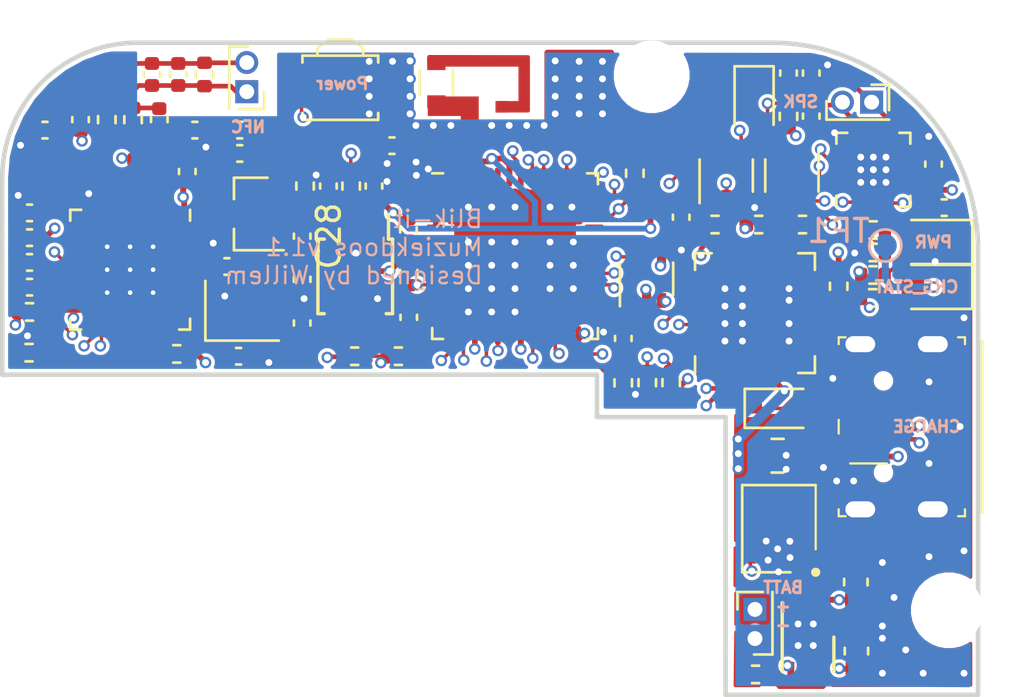
<source format=kicad_pcb>
(kicad_pcb (version 20171130) (host pcbnew "(5.1.9-0-10_14)")

  (general
    (thickness 1.6)
    (drawings 42)
    (tracks 1041)
    (zones 0)
    (modules 87)
    (nets 116)
  )

  (page A4)
  (layers
    (0 F.Cu signal)
    (1 In1.Cu signal)
    (2 In2.Cu signal)
    (31 B.Cu signal)
    (32 B.Adhes user hide)
    (33 F.Adhes user hide)
    (34 B.Paste user hide)
    (35 F.Paste user hide)
    (36 B.SilkS user)
    (37 F.SilkS user hide)
    (38 B.Mask user hide)
    (39 F.Mask user hide)
    (40 Dwgs.User user hide)
    (41 Cmts.User user hide)
    (42 Eco1.User user hide)
    (43 Eco2.User user hide)
    (44 Edge.Cuts user)
    (45 Margin user hide)
    (46 B.CrtYd user hide)
    (47 F.CrtYd user)
    (48 B.Fab user hide)
    (49 F.Fab user hide)
  )

  (setup
    (last_trace_width 0.1524)
    (user_trace_width 0.1524)
    (user_trace_width 0.2032)
    (trace_clearance 0.1524)
    (zone_clearance 0.1524)
    (zone_45_only no)
    (trace_min 0.14986)
    (via_size 0.5)
    (via_drill 0.3)
    (via_min_size 0.4)
    (via_min_drill 0.3)
    (user_via 0.5 0.3)
    (uvia_size 0.3)
    (uvia_drill 0.1)
    (uvias_allowed no)
    (uvia_min_size 0.2)
    (uvia_min_drill 0.1)
    (edge_width 0.05)
    (segment_width 0.2)
    (pcb_text_width 0.3)
    (pcb_text_size 1.5 1.5)
    (mod_edge_width 0.12)
    (mod_text_size 1 1)
    (mod_text_width 0.15)
    (pad_size 1 1)
    (pad_drill 0)
    (pad_to_mask_clearance 0)
    (aux_axis_origin 0 0)
    (visible_elements FFFFFF7F)
    (pcbplotparams
      (layerselection 0x010fc_ffffffff)
      (usegerberextensions false)
      (usegerberattributes true)
      (usegerberadvancedattributes true)
      (creategerberjobfile true)
      (excludeedgelayer true)
      (linewidth 0.100000)
      (plotframeref false)
      (viasonmask false)
      (mode 1)
      (useauxorigin false)
      (hpglpennumber 1)
      (hpglpenspeed 20)
      (hpglpendiameter 15.000000)
      (psnegative false)
      (psa4output false)
      (plotreference true)
      (plotvalue false)
      (plotinvisibletext false)
      (padsonsilk false)
      (subtractmaskfromsilk true)
      (outputformat 1)
      (mirror false)
      (drillshape 0)
      (scaleselection 1)
      (outputdirectory "OUTPUT"))
  )

  (net 0 "")
  (net 1 GND)
  (net 2 VBUS)
  (net 3 /CPU/ADC1_IN2)
  (net 4 +BATT)
  (net 5 /Power/PSU_BTN_RAW)
  (net 6 +3V3)
  (net 7 "Net-(C6-Pad2)")
  (net 8 "Net-(C7-Pad1)")
  (net 9 "Net-(C15-Pad1)")
  (net 10 "Net-(C16-Pad1)")
  (net 11 "Net-(C17-Pad2)")
  (net 12 "Net-(C20-Pad2)")
  (net 13 /I2S_DAC_AMP/SPK_OUT-)
  (net 14 /I2S_DAC_AMP/SPKOUT+)
  (net 15 /Power/CHG_STAT_LED)
  (net 16 /Power/CHG_5V_LED)
  (net 17 /Power/PSU_EN)
  (net 18 "Net-(L2-Pad2)")
  (net 19 /CPU/MEAS_EN)
  (net 20 /CPU/BTN_PWR)
  (net 21 /CPU/PW_HOLD)
  (net 22 /Power/PSU_EN_BUF)
  (net 23 /Power/CHG_PROG)
  (net 24 "Net-(R17-Pad1)")
  (net 25 "Net-(R18-Pad2)")
  (net 26 "Net-(R19-Pad2)")
  (net 27 /I2S_DAC_AMP/GAIN)
  (net 28 /I2S_DAC_AMP/I2S_SD_MODE)
  (net 29 /CPU/DAC_BCLK)
  (net 30 /CPU/DAC_LRCK)
  (net 31 /CPU/NFC_SPI_MOSI)
  (net 32 /CPU/NFC_SPI_SCK)
  (net 33 /CPU/NFC_SPI_CS)
  (net 34 /CPU/DAC_DATA)
  (net 35 "Net-(U3-Pad28)")
  (net 36 "Net-(U3-Pad27)")
  (net 37 "Net-(U3-Pad26)")
  (net 38 "Net-(U3-Pad25)")
  (net 39 "Net-(U3-Pad24)")
  (net 40 "Net-(U3-Pad23)")
  (net 41 "Net-(U3-Pad11)")
  (net 42 "Net-(U3-Pad10)")
  (net 43 "Net-(U3-Pad7)")
  (net 44 "Net-(U3-Pad4)")
  (net 45 "Net-(U3-Pad3)")
  (net 46 "Net-(L1-Pad2)")
  (net 47 "Net-(C23-Pad2)")
  (net 48 "Net-(R12-Pad2)")
  (net 49 "Net-(R15-Pad1)")
  (net 50 "Net-(U1-Pad7)")
  (net 51 /CPU/HALL_OUT)
  (net 52 /CPU/VDD_SDIO)
  (net 53 /CPU/ESP_RST)
  (net 54 /CPU/ESP_GPIO0)
  (net 55 /CPU/ESP_GPIO2)
  (net 56 /CPU/ESP_GPIO15)
  (net 57 /NFC/NFC_TX)
  (net 58 "Net-(U4-Pad48)")
  (net 59 "Net-(U4-Pad47)")
  (net 60 "Net-(U4-Pad45)")
  (net 61 "Net-(U4-Pad44)")
  (net 62 "Net-(U4-Pad39)")
  (net 63 "Net-(U4-Pad10)")
  (net 64 "Net-(U4-Pad8)")
  (net 65 "Net-(U4-Pad7)")
  (net 66 "Net-(U4-Pad6)")
  (net 67 "Net-(U10-Pad27)")
  (net 68 "Net-(U10-Pad23)")
  (net 69 "Net-(U10-Pad22)")
  (net 70 "Net-(U10-Pad21)")
  (net 71 "Net-(U10-Pad20)")
  (net 72 "Net-(U10-Pad19)")
  (net 73 "Net-(U10-Pad18)")
  (net 74 "Net-(U10-Pad17)")
  (net 75 "Net-(U10-Pad16)")
  (net 76 "Net-(U10-Pad15)")
  (net 77 "Net-(U10-Pad14)")
  (net 78 "Net-(U10-Pad13)")
  (net 79 "Net-(U10-Pad12)")
  (net 80 "Net-(U10-Pad11)")
  (net 81 "Net-(U10-Pad10)")
  (net 82 "Net-(U10-Pad2)")
  (net 83 "Net-(U10-Pad1)")
  (net 84 /programmer/CP_DTR)
  (net 85 /programmer/CP_RTS)
  (net 86 /CPU/ESP_TX)
  (net 87 /CPU/ESP_RX)
  (net 88 /CPU/WIFI_ANT)
  (net 89 /CPU/ESP_LNA_IN)
  (net 90 /programmer/CP_RST)
  (net 91 /CPU/A2)
  (net 92 /Power/MCP_STAT)
  (net 93 /Power/USB_D-)
  (net 94 /Power/USB_D+)
  (net 95 "Net-(U2-Pad2)")
  (net 96 /Power/Lx_L1)
  (net 97 /NFC/IRQ_IN)
  (net 98 "Net-(D4-Pad1)")
  (net 99 "Net-(U4-Pad33)")
  (net 100 "Net-(U4-Pad32)")
  (net 101 "Net-(U4-Pad31)")
  (net 102 "Net-(U4-Pad30)")
  (net 103 "Net-(U4-Pad27)")
  (net 104 "Net-(U4-Pad25)")
  (net 105 "Net-(U6-Pad7)")
  (net 106 "Net-(U6-Pad6)")
  (net 107 "Net-(U4-Pad11)")
  (net 108 "Net-(U4-Pad5)")
  (net 109 /CPU/ADS_SCL)
  (net 110 /CPU/ADS_SDA)
  (net 111 /CPU/ADS_RDY)
  (net 112 "Net-(U4-Pad24)")
  (net 113 /CPU/NFC_SPI_MISO)
  (net 114 /Power/BATT_MEAS)
  (net 115 "Net-(U4-Pad18)")

  (net_class Default "This is the default net class."
    (clearance 0.1524)
    (trace_width 0.1524)
    (via_dia 0.5)
    (via_drill 0.3)
    (uvia_dia 0.3)
    (uvia_drill 0.1)
    (add_net +3V3)
    (add_net +BATT)
    (add_net /CPU/A2)
    (add_net /CPU/ADC1_IN2)
    (add_net /CPU/ADS_RDY)
    (add_net /CPU/ADS_SCL)
    (add_net /CPU/ADS_SDA)
    (add_net /CPU/BTN_PWR)
    (add_net /CPU/DAC_BCLK)
    (add_net /CPU/DAC_DATA)
    (add_net /CPU/DAC_LRCK)
    (add_net /CPU/ESP_GPIO0)
    (add_net /CPU/ESP_GPIO15)
    (add_net /CPU/ESP_GPIO2)
    (add_net /CPU/ESP_LNA_IN)
    (add_net /CPU/ESP_RST)
    (add_net /CPU/ESP_RX)
    (add_net /CPU/ESP_TX)
    (add_net /CPU/HALL_OUT)
    (add_net /CPU/MEAS_EN)
    (add_net /CPU/NFC_SPI_CS)
    (add_net /CPU/NFC_SPI_MISO)
    (add_net /CPU/NFC_SPI_MOSI)
    (add_net /CPU/NFC_SPI_SCK)
    (add_net /CPU/PW_HOLD)
    (add_net /CPU/VDD_SDIO)
    (add_net /CPU/WIFI_ANT)
    (add_net /I2S_DAC_AMP/GAIN)
    (add_net /I2S_DAC_AMP/I2S_SD_MODE)
    (add_net /I2S_DAC_AMP/SPKOUT+)
    (add_net /I2S_DAC_AMP/SPK_OUT-)
    (add_net /NFC/IRQ_IN)
    (add_net /NFC/NFC_TX)
    (add_net /Power/BATT_MEAS)
    (add_net /Power/CHG_5V_LED)
    (add_net /Power/CHG_PROG)
    (add_net /Power/CHG_STAT_LED)
    (add_net /Power/Lx_L1)
    (add_net /Power/MCP_STAT)
    (add_net /Power/PSU_BTN_RAW)
    (add_net /Power/PSU_EN)
    (add_net /Power/PSU_EN_BUF)
    (add_net /Power/USB_D+)
    (add_net /Power/USB_D-)
    (add_net /programmer/CP_DTR)
    (add_net /programmer/CP_RST)
    (add_net /programmer/CP_RTS)
    (add_net GND)
    (add_net "Net-(C15-Pad1)")
    (add_net "Net-(C16-Pad1)")
    (add_net "Net-(C17-Pad2)")
    (add_net "Net-(C20-Pad2)")
    (add_net "Net-(C23-Pad2)")
    (add_net "Net-(C6-Pad2)")
    (add_net "Net-(C7-Pad1)")
    (add_net "Net-(D4-Pad1)")
    (add_net "Net-(L1-Pad2)")
    (add_net "Net-(L2-Pad2)")
    (add_net "Net-(R12-Pad2)")
    (add_net "Net-(R15-Pad1)")
    (add_net "Net-(R17-Pad1)")
    (add_net "Net-(R18-Pad2)")
    (add_net "Net-(R19-Pad2)")
    (add_net "Net-(U1-Pad7)")
    (add_net "Net-(U10-Pad1)")
    (add_net "Net-(U10-Pad10)")
    (add_net "Net-(U10-Pad11)")
    (add_net "Net-(U10-Pad12)")
    (add_net "Net-(U10-Pad13)")
    (add_net "Net-(U10-Pad14)")
    (add_net "Net-(U10-Pad15)")
    (add_net "Net-(U10-Pad16)")
    (add_net "Net-(U10-Pad17)")
    (add_net "Net-(U10-Pad18)")
    (add_net "Net-(U10-Pad19)")
    (add_net "Net-(U10-Pad2)")
    (add_net "Net-(U10-Pad20)")
    (add_net "Net-(U10-Pad21)")
    (add_net "Net-(U10-Pad22)")
    (add_net "Net-(U10-Pad23)")
    (add_net "Net-(U10-Pad27)")
    (add_net "Net-(U2-Pad2)")
    (add_net "Net-(U3-Pad10)")
    (add_net "Net-(U3-Pad11)")
    (add_net "Net-(U3-Pad23)")
    (add_net "Net-(U3-Pad24)")
    (add_net "Net-(U3-Pad25)")
    (add_net "Net-(U3-Pad26)")
    (add_net "Net-(U3-Pad27)")
    (add_net "Net-(U3-Pad28)")
    (add_net "Net-(U3-Pad3)")
    (add_net "Net-(U3-Pad4)")
    (add_net "Net-(U3-Pad7)")
    (add_net "Net-(U4-Pad10)")
    (add_net "Net-(U4-Pad11)")
    (add_net "Net-(U4-Pad18)")
    (add_net "Net-(U4-Pad24)")
    (add_net "Net-(U4-Pad25)")
    (add_net "Net-(U4-Pad27)")
    (add_net "Net-(U4-Pad30)")
    (add_net "Net-(U4-Pad31)")
    (add_net "Net-(U4-Pad32)")
    (add_net "Net-(U4-Pad33)")
    (add_net "Net-(U4-Pad39)")
    (add_net "Net-(U4-Pad44)")
    (add_net "Net-(U4-Pad45)")
    (add_net "Net-(U4-Pad47)")
    (add_net "Net-(U4-Pad48)")
    (add_net "Net-(U4-Pad5)")
    (add_net "Net-(U4-Pad6)")
    (add_net "Net-(U4-Pad7)")
    (add_net "Net-(U4-Pad8)")
    (add_net "Net-(U6-Pad6)")
    (add_net "Net-(U6-Pad7)")
    (add_net VBUS)
  )

  (module TestPoint:TestPoint_Pad_D1.0mm (layer B.Cu) (tedit 5A0F774F) (tstamp 617DCA39)
    (at 79.629 72.7964)
    (descr "SMD pad as test Point, diameter 1.0mm")
    (tags "test point SMD pad")
    (path /613CB1D0/61968CDA)
    (attr virtual)
    (fp_text reference TP1 (at -2.032 -0.635) (layer B.SilkS)
      (effects (font (size 1 1) (thickness 0.15)) (justify mirror))
    )
    (fp_text value TestPoint (at 0 -1.55) (layer B.Fab)
      (effects (font (size 1 1) (thickness 0.15)) (justify mirror))
    )
    (fp_circle (center 0 0) (end 0 -0.7) (layer B.SilkS) (width 0.12))
    (fp_circle (center 0 0) (end 1 0) (layer B.CrtYd) (width 0.05))
    (fp_text user %R (at 0 1.45) (layer B.Fab)
      (effects (font (size 1 1) (thickness 0.15)) (justify mirror))
    )
    (pad 1 smd circle (at 0 0) (size 1 1) (layers B.Cu B.Mask)
      (net 2 VBUS))
  )

  (module Resistor_SMD:R_0402_1005Metric (layer F.Cu) (tedit 5F68FEEE) (tstamp 617D2A81)
    (at 58.42 77.6224)
    (descr "Resistor SMD 0402 (1005 Metric), square (rectangular) end terminal, IPC_7351 nominal, (Body size source: IPC-SM-782 page 72, https://www.pcb-3d.com/wordpress/wp-content/uploads/ipc-sm-782a_amendment_1_and_2.pdf), generated with kicad-footprint-generator")
    (tags resistor)
    (path /60FFCEAC/619322F3)
    (attr smd)
    (fp_text reference R16 (at 0 -1.17) (layer F.SilkS) hide
      (effects (font (size 1 1) (thickness 0.15)))
    )
    (fp_text value 10K (at 0 1.17) (layer F.Fab) hide
      (effects (font (size 1 1) (thickness 0.15)))
    )
    (fp_line (start 0.93 0.47) (end -0.93 0.47) (layer F.CrtYd) (width 0.05))
    (fp_line (start 0.93 -0.47) (end 0.93 0.47) (layer F.CrtYd) (width 0.05))
    (fp_line (start -0.93 -0.47) (end 0.93 -0.47) (layer F.CrtYd) (width 0.05))
    (fp_line (start -0.93 0.47) (end -0.93 -0.47) (layer F.CrtYd) (width 0.05))
    (fp_line (start -0.153641 0.38) (end 0.153641 0.38) (layer F.SilkS) (width 0.12))
    (fp_line (start -0.153641 -0.38) (end 0.153641 -0.38) (layer F.SilkS) (width 0.12))
    (fp_line (start 0.525 0.27) (end -0.525 0.27) (layer F.Fab) (width 0.1))
    (fp_line (start 0.525 -0.27) (end 0.525 0.27) (layer F.Fab) (width 0.1))
    (fp_line (start -0.525 -0.27) (end 0.525 -0.27) (layer F.Fab) (width 0.1))
    (fp_line (start -0.525 0.27) (end -0.525 -0.27) (layer F.Fab) (width 0.1))
    (fp_text user %R (at 0 0) (layer F.Fab)
      (effects (font (size 0.26 0.26) (thickness 0.04)))
    )
    (pad 2 smd roundrect (at 0.51 0) (size 0.54 0.64) (layers F.Cu F.Paste F.Mask) (roundrect_rratio 0.25)
      (net 109 /CPU/ADS_SCL))
    (pad 1 smd roundrect (at -0.51 0) (size 0.54 0.64) (layers F.Cu F.Paste F.Mask) (roundrect_rratio 0.25)
      (net 6 +3V3))
    (model ${KISYS3DMOD}/Resistor_SMD.3dshapes/R_0402_1005Metric.wrl
      (at (xyz 0 0 0))
      (scale (xyz 1 1 1))
      (rotate (xyz 0 0 0))
    )
  )

  (module Resistor_SMD:R_0402_1005Metric (layer F.Cu) (tedit 5F68FEEE) (tstamp 617D2A30)
    (at 56.515 77.6224 180)
    (descr "Resistor SMD 0402 (1005 Metric), square (rectangular) end terminal, IPC_7351 nominal, (Body size source: IPC-SM-782 page 72, https://www.pcb-3d.com/wordpress/wp-content/uploads/ipc-sm-782a_amendment_1_and_2.pdf), generated with kicad-footprint-generator")
    (tags resistor)
    (path /60FFCEAC/61931672)
    (attr smd)
    (fp_text reference R13 (at 0 -1.17) (layer F.SilkS) hide
      (effects (font (size 1 1) (thickness 0.15)))
    )
    (fp_text value 10K (at 0 1.17) (layer F.Fab) hide
      (effects (font (size 1 1) (thickness 0.15)))
    )
    (fp_line (start 0.93 0.47) (end -0.93 0.47) (layer F.CrtYd) (width 0.05))
    (fp_line (start 0.93 -0.47) (end 0.93 0.47) (layer F.CrtYd) (width 0.05))
    (fp_line (start -0.93 -0.47) (end 0.93 -0.47) (layer F.CrtYd) (width 0.05))
    (fp_line (start -0.93 0.47) (end -0.93 -0.47) (layer F.CrtYd) (width 0.05))
    (fp_line (start -0.153641 0.38) (end 0.153641 0.38) (layer F.SilkS) (width 0.12))
    (fp_line (start -0.153641 -0.38) (end 0.153641 -0.38) (layer F.SilkS) (width 0.12))
    (fp_line (start 0.525 0.27) (end -0.525 0.27) (layer F.Fab) (width 0.1))
    (fp_line (start 0.525 -0.27) (end 0.525 0.27) (layer F.Fab) (width 0.1))
    (fp_line (start -0.525 -0.27) (end 0.525 -0.27) (layer F.Fab) (width 0.1))
    (fp_line (start -0.525 0.27) (end -0.525 -0.27) (layer F.Fab) (width 0.1))
    (fp_text user %R (at 0 0) (layer F.Fab)
      (effects (font (size 0.26 0.26) (thickness 0.04)))
    )
    (pad 2 smd roundrect (at 0.51 0 180) (size 0.54 0.64) (layers F.Cu F.Paste F.Mask) (roundrect_rratio 0.25)
      (net 110 /CPU/ADS_SDA))
    (pad 1 smd roundrect (at -0.51 0 180) (size 0.54 0.64) (layers F.Cu F.Paste F.Mask) (roundrect_rratio 0.25)
      (net 6 +3V3))
    (model ${KISYS3DMOD}/Resistor_SMD.3dshapes/R_0402_1005Metric.wrl
      (at (xyz 0 0 0))
      (scale (xyz 1 1 1))
      (rotate (xyz 0 0 0))
    )
  )

  (module Capacitor_SMD:C_0402_1005Metric (layer F.Cu) (tedit 5F68FEEE) (tstamp 617C7BA4)
    (at 54.229 72.39 270)
    (descr "Capacitor SMD 0402 (1005 Metric), square (rectangular) end terminal, IPC_7351 nominal, (Body size source: IPC-SM-782 page 76, https://www.pcb-3d.com/wordpress/wp-content/uploads/ipc-sm-782a_amendment_1_and_2.pdf), generated with kicad-footprint-generator")
    (tags capacitor)
    (path /60FFCEAC/61908650)
    (attr smd)
    (fp_text reference C28 (at 0 -1.16 90) (layer F.SilkS)
      (effects (font (size 1 1) (thickness 0.15)))
    )
    (fp_text value 100nF (at 0 1.16 90) (layer F.Fab)
      (effects (font (size 1 1) (thickness 0.15)))
    )
    (fp_line (start 0.91 0.46) (end -0.91 0.46) (layer F.CrtYd) (width 0.05))
    (fp_line (start 0.91 -0.46) (end 0.91 0.46) (layer F.CrtYd) (width 0.05))
    (fp_line (start -0.91 -0.46) (end 0.91 -0.46) (layer F.CrtYd) (width 0.05))
    (fp_line (start -0.91 0.46) (end -0.91 -0.46) (layer F.CrtYd) (width 0.05))
    (fp_line (start -0.107836 0.36) (end 0.107836 0.36) (layer F.SilkS) (width 0.12))
    (fp_line (start -0.107836 -0.36) (end 0.107836 -0.36) (layer F.SilkS) (width 0.12))
    (fp_line (start 0.5 0.25) (end -0.5 0.25) (layer F.Fab) (width 0.1))
    (fp_line (start 0.5 -0.25) (end 0.5 0.25) (layer F.Fab) (width 0.1))
    (fp_line (start -0.5 -0.25) (end 0.5 -0.25) (layer F.Fab) (width 0.1))
    (fp_line (start -0.5 0.25) (end -0.5 -0.25) (layer F.Fab) (width 0.1))
    (fp_text user %R (at 0 0 90) (layer F.Fab)
      (effects (font (size 0.25 0.25) (thickness 0.04)))
    )
    (pad 2 smd roundrect (at 0.48 0 270) (size 0.56 0.62) (layers F.Cu F.Paste F.Mask) (roundrect_rratio 0.25)
      (net 1 GND))
    (pad 1 smd roundrect (at -0.48 0 270) (size 0.56 0.62) (layers F.Cu F.Paste F.Mask) (roundrect_rratio 0.25)
      (net 51 /CPU/HALL_OUT))
    (model ${KISYS3DMOD}/Capacitor_SMD.3dshapes/C_0402_1005Metric.wrl
      (at (xyz 0 0 0))
      (scale (xyz 1 1 1))
      (rotate (xyz 0 0 0))
    )
  )

  (module Capacitor_SMD:C_0402_1005Metric (layer F.Cu) (tedit 5F68FEEE) (tstamp 617AD006)
    (at 54.229 74.2696 270)
    (descr "Capacitor SMD 0402 (1005 Metric), square (rectangular) end terminal, IPC_7351 nominal, (Body size source: IPC-SM-782 page 76, https://www.pcb-3d.com/wordpress/wp-content/uploads/ipc-sm-782a_amendment_1_and_2.pdf), generated with kicad-footprint-generator")
    (tags capacitor)
    (path /60FFCEAC/61885C4A)
    (attr smd)
    (fp_text reference C22 (at 0 -1.16 90) (layer F.SilkS) hide
      (effects (font (size 1 1) (thickness 0.15)))
    )
    (fp_text value 100nF (at 0 1.16 90) (layer F.Fab) hide
      (effects (font (size 1 1) (thickness 0.15)))
    )
    (fp_line (start 0.91 0.46) (end -0.91 0.46) (layer F.CrtYd) (width 0.05))
    (fp_line (start 0.91 -0.46) (end 0.91 0.46) (layer F.CrtYd) (width 0.05))
    (fp_line (start -0.91 -0.46) (end 0.91 -0.46) (layer F.CrtYd) (width 0.05))
    (fp_line (start -0.91 0.46) (end -0.91 -0.46) (layer F.CrtYd) (width 0.05))
    (fp_line (start -0.107836 0.36) (end 0.107836 0.36) (layer F.SilkS) (width 0.12))
    (fp_line (start -0.107836 -0.36) (end 0.107836 -0.36) (layer F.SilkS) (width 0.12))
    (fp_line (start 0.5 0.25) (end -0.5 0.25) (layer F.Fab) (width 0.1))
    (fp_line (start 0.5 -0.25) (end 0.5 0.25) (layer F.Fab) (width 0.1))
    (fp_line (start -0.5 -0.25) (end 0.5 -0.25) (layer F.Fab) (width 0.1))
    (fp_line (start -0.5 0.25) (end -0.5 -0.25) (layer F.Fab) (width 0.1))
    (fp_text user %R (at 0 0 90) (layer F.Fab)
      (effects (font (size 0.25 0.25) (thickness 0.04)))
    )
    (pad 2 smd roundrect (at 0.48 0 270) (size 0.56 0.62) (layers F.Cu F.Paste F.Mask) (roundrect_rratio 0.25)
      (net 1 GND))
    (pad 1 smd roundrect (at -0.48 0 270) (size 0.56 0.62) (layers F.Cu F.Paste F.Mask) (roundrect_rratio 0.25)
      (net 6 +3V3))
    (model ${KISYS3DMOD}/Capacitor_SMD.3dshapes/C_0402_1005Metric.wrl
      (at (xyz 0 0 0))
      (scale (xyz 1 1 1))
      (rotate (xyz 0 0 0))
    )
  )

  (module Capacitor_SMD:C_0402_1005Metric (layer F.Cu) (tedit 5F68FEEE) (tstamp 6177F115)
    (at 54.229 76.1746 90)
    (descr "Capacitor SMD 0402 (1005 Metric), square (rectangular) end terminal, IPC_7351 nominal, (Body size source: IPC-SM-782 page 76, https://www.pcb-3d.com/wordpress/wp-content/uploads/ipc-sm-782a_amendment_1_and_2.pdf), generated with kicad-footprint-generator")
    (tags capacitor)
    (path /60FFCEAC/617A1EF2)
    (attr smd)
    (fp_text reference C18 (at 0 -1.16 90) (layer F.SilkS) hide
      (effects (font (size 1 1) (thickness 0.15)))
    )
    (fp_text value 100nF (at 0 1.16 90) (layer F.Fab) hide
      (effects (font (size 1 1) (thickness 0.15)))
    )
    (fp_line (start 0.91 0.46) (end -0.91 0.46) (layer F.CrtYd) (width 0.05))
    (fp_line (start 0.91 -0.46) (end 0.91 0.46) (layer F.CrtYd) (width 0.05))
    (fp_line (start -0.91 -0.46) (end 0.91 -0.46) (layer F.CrtYd) (width 0.05))
    (fp_line (start -0.91 0.46) (end -0.91 -0.46) (layer F.CrtYd) (width 0.05))
    (fp_line (start -0.107836 0.36) (end 0.107836 0.36) (layer F.SilkS) (width 0.12))
    (fp_line (start -0.107836 -0.36) (end 0.107836 -0.36) (layer F.SilkS) (width 0.12))
    (fp_line (start 0.5 0.25) (end -0.5 0.25) (layer F.Fab) (width 0.1))
    (fp_line (start 0.5 -0.25) (end 0.5 0.25) (layer F.Fab) (width 0.1))
    (fp_line (start -0.5 -0.25) (end 0.5 -0.25) (layer F.Fab) (width 0.1))
    (fp_line (start -0.5 0.25) (end -0.5 -0.25) (layer F.Fab) (width 0.1))
    (fp_text user %R (at 0 0 90) (layer F.Fab)
      (effects (font (size 0.25 0.25) (thickness 0.04)))
    )
    (pad 2 smd roundrect (at 0.48 0 90) (size 0.56 0.62) (layers F.Cu F.Paste F.Mask) (roundrect_rratio 0.25)
      (net 1 GND))
    (pad 1 smd roundrect (at -0.48 0 90) (size 0.56 0.62) (layers F.Cu F.Paste F.Mask) (roundrect_rratio 0.25)
      (net 6 +3V3))
    (model ${KISYS3DMOD}/Capacitor_SMD.3dshapes/C_0402_1005Metric.wrl
      (at (xyz 0 0 0))
      (scale (xyz 1 1 1))
      (rotate (xyz 0 0 0))
    )
  )

  (module Package_SO:TSSOP-10_3x3mm_P0.5mm (layer F.Cu) (tedit 5F3E4A84) (tstamp 6177CF31)
    (at 56.5404 74.1426 270)
    (descr "TSSOP10: plastic thin shrink small outline package; 10 leads; body width 3 mm; (see NXP SSOP-TSSOP-VSO-REFLOW.pdf and sot552-1_po.pdf)")
    (tags "SSOP 0.5")
    (path /60FFCEAC/6177DA48)
    (attr smd)
    (fp_text reference U6 (at 0 -2.55 90) (layer F.SilkS) hide
      (effects (font (size 1 1) (thickness 0.15)))
    )
    (fp_text value ADS1114IDGS (at 0 2.55 90) (layer F.Fab) hide
      (effects (font (size 1 1) (thickness 0.15)))
    )
    (fp_line (start -0.5 -1.5) (end 1.5 -1.5) (layer F.Fab) (width 0.1))
    (fp_line (start 1.5 -1.5) (end 1.5 1.5) (layer F.Fab) (width 0.1))
    (fp_line (start 1.5 1.5) (end -1.5 1.5) (layer F.Fab) (width 0.1))
    (fp_line (start -1.5 1.5) (end -1.5 -0.5) (layer F.Fab) (width 0.1))
    (fp_line (start -1.5 -0.5) (end -0.5 -1.5) (layer F.Fab) (width 0.1))
    (fp_line (start -2.95 -1.8) (end -2.95 1.8) (layer F.CrtYd) (width 0.05))
    (fp_line (start 2.95 -1.8) (end 2.95 1.8) (layer F.CrtYd) (width 0.05))
    (fp_line (start -2.95 -1.8) (end 2.95 -1.8) (layer F.CrtYd) (width 0.05))
    (fp_line (start -2.95 1.8) (end 2.95 1.8) (layer F.CrtYd) (width 0.05))
    (fp_line (start -1.625 -1.625) (end -1.625 -1.45) (layer F.SilkS) (width 0.15))
    (fp_line (start 1.625 -1.625) (end 1.625 -1.35) (layer F.SilkS) (width 0.15))
    (fp_line (start 1.625 1.625) (end 1.625 1.35) (layer F.SilkS) (width 0.15))
    (fp_line (start -1.625 1.625) (end -1.625 1.35) (layer F.SilkS) (width 0.15))
    (fp_line (start -1.625 -1.625) (end 1.625 -1.625) (layer F.SilkS) (width 0.15))
    (fp_line (start -1.625 1.625) (end 1.625 1.625) (layer F.SilkS) (width 0.15))
    (fp_line (start -1.625 -1.45) (end -2.7 -1.45) (layer F.SilkS) (width 0.15))
    (fp_text user %R (at 0 0 90) (layer F.Fab)
      (effects (font (size 0.6 0.6) (thickness 0.1)))
    )
    (pad 10 smd rect (at 2.15 -1 270) (size 1.1 0.25) (layers F.Cu F.Paste F.Mask)
      (net 109 /CPU/ADS_SCL))
    (pad 9 smd rect (at 2.15 -0.5 270) (size 1.1 0.25) (layers F.Cu F.Paste F.Mask)
      (net 110 /CPU/ADS_SDA))
    (pad 8 smd rect (at 2.15 0 270) (size 1.1 0.25) (layers F.Cu F.Paste F.Mask)
      (net 6 +3V3))
    (pad 7 smd rect (at 2.15 0.5 270) (size 1.1 0.25) (layers F.Cu F.Paste F.Mask)
      (net 105 "Net-(U6-Pad7)"))
    (pad 6 smd rect (at 2.15 1 270) (size 1.1 0.25) (layers F.Cu F.Paste F.Mask)
      (net 106 "Net-(U6-Pad6)"))
    (pad 5 smd rect (at -2.15 1 270) (size 1.1 0.25) (layers F.Cu F.Paste F.Mask)
      (net 3 /CPU/ADC1_IN2))
    (pad 4 smd rect (at -2.15 0.5 270) (size 1.1 0.25) (layers F.Cu F.Paste F.Mask)
      (net 51 /CPU/HALL_OUT))
    (pad 3 smd rect (at -2.15 0 270) (size 1.1 0.25) (layers F.Cu F.Paste F.Mask)
      (net 1 GND))
    (pad 2 smd rect (at -2.15 -0.5 270) (size 1.1 0.25) (layers F.Cu F.Paste F.Mask)
      (net 111 /CPU/ADS_RDY))
    (pad 1 smd rect (at -2.15 -1 270) (size 1.1 0.25) (layers F.Cu F.Paste F.Mask)
      (net 1 GND))
    (model ${KISYS3DMOD}/Package_SO.3dshapes/TSSOP-10_3x3mm_P0.5mm.wrl
      (at (xyz 0 0 0))
      (scale (xyz 1 1 1))
      (rotate (xyz 0 0 0))
    )
  )

  (module Capacitor_SMD:C_0402_1005Metric (layer F.Cu) (tedit 5F68FEEE) (tstamp 61773FE5)
    (at 68.21678 76.84516 270)
    (descr "Capacitor SMD 0402 (1005 Metric), square (rectangular) end terminal, IPC_7351 nominal, (Body size source: IPC-SM-782 page 76, https://www.pcb-3d.com/wordpress/wp-content/uploads/ipc-sm-782a_amendment_1_and_2.pdf), generated with kicad-footprint-generator")
    (tags capacitor)
    (path /60FFCEAC/617860CD)
    (attr smd)
    (fp_text reference C11 (at 0 -1.16 90) (layer F.SilkS) hide
      (effects (font (size 1 1) (thickness 0.15)))
    )
    (fp_text value 100nF (at 0 1.16 90) (layer F.Fab) hide
      (effects (font (size 1 1) (thickness 0.15)))
    )
    (fp_line (start 0.91 0.46) (end -0.91 0.46) (layer F.CrtYd) (width 0.05))
    (fp_line (start 0.91 -0.46) (end 0.91 0.46) (layer F.CrtYd) (width 0.05))
    (fp_line (start -0.91 -0.46) (end 0.91 -0.46) (layer F.CrtYd) (width 0.05))
    (fp_line (start -0.91 0.46) (end -0.91 -0.46) (layer F.CrtYd) (width 0.05))
    (fp_line (start -0.107836 0.36) (end 0.107836 0.36) (layer F.SilkS) (width 0.12))
    (fp_line (start -0.107836 -0.36) (end 0.107836 -0.36) (layer F.SilkS) (width 0.12))
    (fp_line (start 0.5 0.25) (end -0.5 0.25) (layer F.Fab) (width 0.1))
    (fp_line (start 0.5 -0.25) (end 0.5 0.25) (layer F.Fab) (width 0.1))
    (fp_line (start -0.5 -0.25) (end 0.5 -0.25) (layer F.Fab) (width 0.1))
    (fp_line (start -0.5 0.25) (end -0.5 -0.25) (layer F.Fab) (width 0.1))
    (fp_text user %R (at 0 0 90) (layer F.Fab)
      (effects (font (size 0.25 0.25) (thickness 0.04)))
    )
    (pad 2 smd roundrect (at 0.48 0 270) (size 0.56 0.62) (layers F.Cu F.Paste F.Mask) (roundrect_rratio 0.25)
      (net 1 GND))
    (pad 1 smd roundrect (at -0.48 0 270) (size 0.56 0.62) (layers F.Cu F.Paste F.Mask) (roundrect_rratio 0.25)
      (net 52 /CPU/VDD_SDIO))
    (model ${KISYS3DMOD}/Capacitor_SMD.3dshapes/C_0402_1005Metric.wrl
      (at (xyz 0 0 0))
      (scale (xyz 1 1 1))
      (rotate (xyz 0 0 0))
    )
  )

  (module Diode_SMD:D_SOD-323 (layer F.Cu) (tedit 58641739) (tstamp 616D1F32)
    (at 75.0062 79.8957)
    (descr SOD-323)
    (tags SOD-323)
    (path /613CB1D0/616BED7E)
    (attr smd)
    (fp_text reference D4 (at 0 -1.85) (layer F.SilkS) hide
      (effects (font (size 1 1) (thickness 0.15)))
    )
    (fp_text value PMEG4005 (at 0.1 1.9) (layer F.Fab) hide
      (effects (font (size 1 1) (thickness 0.15)))
    )
    (fp_line (start -1.5 -0.85) (end -1.5 0.85) (layer F.SilkS) (width 0.12))
    (fp_line (start 0.2 0) (end 0.45 0) (layer F.Fab) (width 0.1))
    (fp_line (start 0.2 0.35) (end -0.3 0) (layer F.Fab) (width 0.1))
    (fp_line (start 0.2 -0.35) (end 0.2 0.35) (layer F.Fab) (width 0.1))
    (fp_line (start -0.3 0) (end 0.2 -0.35) (layer F.Fab) (width 0.1))
    (fp_line (start -0.3 0) (end -0.5 0) (layer F.Fab) (width 0.1))
    (fp_line (start -0.3 -0.35) (end -0.3 0.35) (layer F.Fab) (width 0.1))
    (fp_line (start -0.9 0.7) (end -0.9 -0.7) (layer F.Fab) (width 0.1))
    (fp_line (start 0.9 0.7) (end -0.9 0.7) (layer F.Fab) (width 0.1))
    (fp_line (start 0.9 -0.7) (end 0.9 0.7) (layer F.Fab) (width 0.1))
    (fp_line (start -0.9 -0.7) (end 0.9 -0.7) (layer F.Fab) (width 0.1))
    (fp_line (start -1.6 -0.95) (end 1.6 -0.95) (layer F.CrtYd) (width 0.05))
    (fp_line (start 1.6 -0.95) (end 1.6 0.95) (layer F.CrtYd) (width 0.05))
    (fp_line (start -1.6 0.95) (end 1.6 0.95) (layer F.CrtYd) (width 0.05))
    (fp_line (start -1.6 -0.95) (end -1.6 0.95) (layer F.CrtYd) (width 0.05))
    (fp_line (start -1.5 0.85) (end 1.05 0.85) (layer F.SilkS) (width 0.12))
    (fp_line (start -1.5 -0.85) (end 1.05 -0.85) (layer F.SilkS) (width 0.12))
    (fp_text user %R (at 0 -1.85) (layer F.Fab)
      (effects (font (size 1 1) (thickness 0.15)))
    )
    (pad 2 smd rect (at 1.05 0) (size 0.6 0.45) (layers F.Cu F.Paste F.Mask)
      (net 2 VBUS))
    (pad 1 smd rect (at -1.05 0) (size 0.6 0.45) (layers F.Cu F.Paste F.Mask)
      (net 98 "Net-(D4-Pad1)"))
    (model ${KISYS3DMOD}/Diode_SMD.3dshapes/D_SOD-323.wrl
      (at (xyz 0 0 0))
      (scale (xyz 1 1 1))
      (rotate (xyz 0 0 0))
    )
  )

  (module Capacitor_SMD:C_0805_2012Metric (layer F.Cu) (tedit 5F68FEEE) (tstamp 6177501D)
    (at 74.94 81.9592)
    (descr "Capacitor SMD 0805 (2012 Metric), square (rectangular) end terminal, IPC_7351 nominal, (Body size source: IPC-SM-782 page 76, https://www.pcb-3d.com/wordpress/wp-content/uploads/ipc-sm-782a_amendment_1_and_2.pdf, https://docs.google.com/spreadsheets/d/1BsfQQcO9C6DZCsRaXUlFlo91Tg2WpOkGARC1WS5S8t0/edit?usp=sharing), generated with kicad-footprint-generator")
    (tags capacitor)
    (path /60FE1698/615B2E33)
    (attr smd)
    (fp_text reference C5 (at 0 -1.68) (layer F.SilkS) hide
      (effects (font (size 1 1) (thickness 0.15)))
    )
    (fp_text value 10uF (at 0 1.68) (layer F.Fab) hide
      (effects (font (size 1 1) (thickness 0.15)))
    )
    (fp_line (start 1.7 0.98) (end -1.7 0.98) (layer F.CrtYd) (width 0.05))
    (fp_line (start 1.7 -0.98) (end 1.7 0.98) (layer F.CrtYd) (width 0.05))
    (fp_line (start -1.7 -0.98) (end 1.7 -0.98) (layer F.CrtYd) (width 0.05))
    (fp_line (start -1.7 0.98) (end -1.7 -0.98) (layer F.CrtYd) (width 0.05))
    (fp_line (start -0.261252 0.735) (end 0.261252 0.735) (layer F.SilkS) (width 0.12))
    (fp_line (start -0.261252 -0.735) (end 0.261252 -0.735) (layer F.SilkS) (width 0.12))
    (fp_line (start 1 0.625) (end -1 0.625) (layer F.Fab) (width 0.1))
    (fp_line (start 1 -0.625) (end 1 0.625) (layer F.Fab) (width 0.1))
    (fp_line (start -1 -0.625) (end 1 -0.625) (layer F.Fab) (width 0.1))
    (fp_line (start -1 0.625) (end -1 -0.625) (layer F.Fab) (width 0.1))
    (fp_text user %R (at 0 0) (layer F.Fab)
      (effects (font (size 0.5 0.5) (thickness 0.08)))
    )
    (pad 2 smd roundrect (at 0.95 0) (size 1 1.45) (layers F.Cu F.Paste F.Mask) (roundrect_rratio 0.25)
      (net 1 GND))
    (pad 1 smd roundrect (at -0.95 0) (size 1 1.45) (layers F.Cu F.Paste F.Mask) (roundrect_rratio 0.25)
      (net 6 +3V3))
    (model ${KISYS3DMOD}/Capacitor_SMD.3dshapes/C_0805_2012Metric.wrl
      (at (xyz 0 0 0))
      (scale (xyz 1 1 1))
      (rotate (xyz 0 0 0))
    )
  )

  (module Package_DFN_QFN:USP-9B01 (layer F.Cu) (tedit 614B2C09) (tstamp 61774FCB)
    (at 73.96 83.8592 180)
    (path /60FE1698/6148D543)
    (clearance 0.14986)
    (attr smd)
    (fp_text reference U2 (at 5.195 2.78) (layer F.SilkS) hide
      (effects (font (size 1 1) (thickness 0.15)))
    )
    (fp_text value XCL214B333DR (at 0.03 2.43) (layer F.Fab) hide
      (effects (font (size 0.254 0.254) (thickness 0.0635)))
    )
    (fp_line (start -2.286 -2.88) (end 0.214 -2.88) (layer Dwgs.User) (width 0.01))
    (fp_poly (pts (xy -1.436 -2.68) (xy -0.636 -2.68) (xy -0.636 -3) (xy -0.436 -3)
      (xy -0.436 -2.68) (xy -0.336 -2.68) (xy -0.336 -2.08) (xy -1.736 -2.08)
      (xy -1.736 -2.68) (xy -1.636 -2.68) (xy -1.636 -3) (xy -1.436 -3)) (layer F.Mask) (width 0.01))
    (fp_line (start -2.286 0.32) (end 0.214 0.32) (layer Dwgs.User) (width 0.01))
    (fp_line (start -2.286 -2.88) (end -2.286 0.32) (layer Dwgs.User) (width 0.01))
    (fp_poly (pts (xy -1.461 0.42) (xy -1.636 0.42) (xy -1.636 0.12) (xy -2.086 0.12)
      (xy -2.086 -0.405) (xy -2.386 -0.405) (xy -2.386 -0.605) (xy -1.461 -0.605)) (layer F.Mask) (width 0.01))
    (fp_line (start 0.214 -2.88) (end 0.214 0.32) (layer Dwgs.User) (width 0.01))
    (fp_poly (pts (xy 0.314 -0.405) (xy 0.014 -0.405) (xy 0.014 0.12) (xy -0.436 0.12)
      (xy -0.436 0.42) (xy -0.611 0.42) (xy -0.611 -0.605) (xy 0.314 -0.605)) (layer F.Mask) (width 0.01))
    (fp_line (start -2.636 -2.18) (end -2.636 0.62) (layer F.SilkS) (width 0.1))
    (fp_line (start -2.636 0.62) (end 0.564 0.62) (layer F.SilkS) (width 0.12))
    (fp_line (start 0.564 0.62) (end 0.564 -3.18) (layer F.SilkS) (width 0.12))
    (fp_line (start 0.564 -3.18) (end -1.536 -3.18) (layer F.SilkS) (width 0.12))
    (fp_circle (center -2.636 -3.18) (end -2.536 -3.18) (layer F.SilkS) (width 0.2))
    (fp_line (start 0.864 -3.48) (end -2.936 -3.48) (layer F.CrtYd) (width 0.12))
    (fp_line (start -2.936 -3.48) (end -2.936 0.82) (layer F.CrtYd) (width 0.12))
    (fp_line (start -2.936 0.82) (end 0.864 0.82) (layer F.CrtYd) (width 0.12))
    (fp_line (start 0.864 0.82) (end 0.864 -3.48) (layer F.CrtYd) (width 0.12))
    (fp_poly (pts (xy -0.436 -2.19) (xy -0.816 -2.19) (xy -0.816 -2.59) (xy -0.436 -2.59)) (layer F.Paste) (width 0.01))
    (fp_poly (pts (xy -1.286 -2.19) (xy -1.666 -2.19) (xy -1.666 -2.59) (xy -1.286 -2.59)) (layer F.Paste) (width 0.01))
    (fp_poly (pts (xy -0.086 -0.37) (xy -0.406 -0.37) (xy -0.406 -0.57) (xy -0.086 -0.57)) (layer F.Paste) (width 0.01))
    (fp_poly (pts (xy -1.676 -0.38) (xy -1.996 -0.38) (xy -1.996 -0.58) (xy -1.676 -0.58)) (layer F.Paste) (width 0.01))
    (fp_text user U2 (at -1.0335 -1.307 180) (layer F.Fab)
      (effects (font (size 1 1) (thickness 0.15)))
    )
    (pad 7 smd custom (at -1.066 -2.39 180) (size 0.325 0.4) (layers F.Cu F.Paste F.Mask)
      (net 1 GND)
      (options (clearance outline) (anchor rect))
      (primitives
        (gr_poly (pts
           (xy 0.83 0.88) (xy 0.28 0.88) (xy 0.28 1.09) (xy -0.22 1.09) (xy -0.22 0.88)
           (xy -0.77 0.88) (xy -0.77 -0.39) (xy -0.59 -0.39) (xy -0.59 -0.64) (xy -0.35 -0.64)
           (xy -0.35 -0.39) (xy 0.41 -0.39) (xy 0.41 -0.64) (xy 0.65 -0.64) (xy 0.65 -0.39)
           (xy 0.83 -0.39)) (width 0.01))
      ))
    (pad 9 smd custom (at -0.246 -0.12 180) (size 0.325 0.4) (layers F.Cu F.Paste F.Mask)
      (net 6 +3V3) (zone_connect 2)
      (options (clearance outline) (anchor rect))
      (primitives
        (gr_poly (pts
           (xy 0.36 -0.51) (xy 0.61 -0.51) (xy 0.61 -0.26) (xy 0.36 -0.26) (xy 0.36 0.34)
           (xy -0.14 0.34) (xy -0.14 0.59) (xy -0.39 0.59) (xy -0.39 -1.11) (xy 0.36 -1.11)
) (width 0.01))
      ))
    (pad 8 smd custom (at -1.836 -0.14 180) (size 0.325 0.4) (layers F.Cu F.Paste F.Mask)
      (net 96 /Power/Lx_L1) (zone_connect 2)
      (options (clearance outline) (anchor rect))
      (primitives
        (gr_poly (pts
           (xy -0.35 -0.24) (xy -0.6 -0.24) (xy -0.6 -0.49) (xy -0.35 -0.49) (xy -0.35 -1.09)
           (xy 0.4 -1.09) (xy 0.4 0.61) (xy 0.15 0.61) (xy 0.15 0.36) (xy -0.35 0.36)
) (width 0.01))
      ))
    (pad 1 smd rect (at -2.236 -2.6425 180) (size 0.4 0.325) (layers F.Cu F.Paste F.Mask)
      (net 4 +BATT))
    (pad 6 smd rect (at 0.164 -2.6425 180) (size 0.4 0.325) (layers F.Cu F.Paste F.Mask)
      (net 22 /Power/PSU_EN_BUF))
    (pad 2 smd rect (at -2.236 -2.18 180) (size 0.4 0.2) (layers F.Cu F.Paste F.Mask)
      (net 95 "Net-(U2-Pad2)"))
    (pad 3 smd rect (at -2.236 -1.7175 180) (size 0.4 0.325) (layers F.Cu F.Paste F.Mask)
      (net 96 /Power/Lx_L1))
    (pad 5 smd rect (at 0.164 -2.18 180) (size 0.4 0.2) (layers F.Cu F.Paste F.Mask)
      (net 1 GND))
    (pad 4 smd rect (at 0.164 -1.7175 180) (size 0.4 0.325) (layers F.Cu F.Paste F.Mask)
      (net 6 +3V3))
  )

  (module Package_TO_SOT_SMD:SOT-363_SC-70-6 (layer F.Cu) (tedit 5A02FF57) (tstamp 6147B9A0)
    (at 72.7 69.7484 90)
    (descr "SOT-363, SC-70-6")
    (tags "SOT-363 SC-70-6")
    (path /60FE1698/614E105B)
    (attr smd)
    (fp_text reference Q1 (at 0 -2 90) (layer F.SilkS) hide
      (effects (font (size 1 1) (thickness 0.15)))
    )
    (fp_text value Dual_PMOS_BSS84AKS,115 (at 0 2 270) (layer F.Fab) hide
      (effects (font (size 1 1) (thickness 0.15)))
    )
    (fp_line (start -0.175 -1.1) (end -0.675 -0.6) (layer F.Fab) (width 0.1))
    (fp_line (start 0.675 1.1) (end -0.675 1.1) (layer F.Fab) (width 0.1))
    (fp_line (start 0.675 -1.1) (end 0.675 1.1) (layer F.Fab) (width 0.1))
    (fp_line (start -1.6 1.4) (end 1.6 1.4) (layer F.CrtYd) (width 0.05))
    (fp_line (start -0.675 -0.6) (end -0.675 1.1) (layer F.Fab) (width 0.1))
    (fp_line (start 0.675 -1.1) (end -0.175 -1.1) (layer F.Fab) (width 0.1))
    (fp_line (start -1.6 -1.4) (end 1.6 -1.4) (layer F.CrtYd) (width 0.05))
    (fp_line (start -1.6 -1.4) (end -1.6 1.4) (layer F.CrtYd) (width 0.05))
    (fp_line (start 1.6 1.4) (end 1.6 -1.4) (layer F.CrtYd) (width 0.05))
    (fp_line (start -0.7 1.16) (end 0.7 1.16) (layer F.SilkS) (width 0.12))
    (fp_line (start 0.7 -1.16) (end -1.2 -1.16) (layer F.SilkS) (width 0.12))
    (fp_text user %R (at 0 0) (layer F.Fab)
      (effects (font (size 0.5 0.5) (thickness 0.075)))
    )
    (pad 6 smd rect (at 0.95 -0.65 90) (size 0.65 0.4) (layers F.Cu F.Paste F.Mask)
      (net 114 /Power/BATT_MEAS))
    (pad 4 smd rect (at 0.95 0.65 90) (size 0.65 0.4) (layers F.Cu F.Paste F.Mask)
      (net 4 +BATT))
    (pad 2 smd rect (at -0.95 0 90) (size 0.65 0.4) (layers F.Cu F.Paste F.Mask)
      (net 19 /CPU/MEAS_EN))
    (pad 5 smd rect (at 0.95 0 90) (size 0.65 0.4) (layers F.Cu F.Paste F.Mask)
      (net 17 /Power/PSU_EN))
    (pad 3 smd rect (at -0.95 0.65 90) (size 0.65 0.4) (layers F.Cu F.Paste F.Mask)
      (net 22 /Power/PSU_EN_BUF))
    (pad 1 smd rect (at -0.95 -0.65 90) (size 0.65 0.4) (layers F.Cu F.Paste F.Mask)
      (net 4 +BATT))
    (model ${KISYS3DMOD}/Package_TO_SOT_SMD.3dshapes/SOT-363_SC-70-6.wrl
      (at (xyz 0 0 0))
      (scale (xyz 1 1 1))
      (rotate (xyz 0 0 0))
    )
  )

  (module Package_TO_SOT_SMD:SOT-363_SC-70-6 (layer F.Cu) (tedit 5A02FF57) (tstamp 617724E6)
    (at 75.56 69.7484 270)
    (descr "SOT-363, SC-70-6")
    (tags "SOT-363 SC-70-6")
    (path /60FE1698/614CD58C)
    (attr smd)
    (fp_text reference Q2 (at 0 -2 90) (layer F.SilkS) hide
      (effects (font (size 1 1) (thickness 0.15)))
    )
    (fp_text value Dual_NMOS_2N7002PS (at 0 2 270) (layer F.Fab) hide
      (effects (font (size 1 1) (thickness 0.15)))
    )
    (fp_line (start -0.175 -1.1) (end -0.675 -0.6) (layer F.Fab) (width 0.1))
    (fp_line (start 0.675 1.1) (end -0.675 1.1) (layer F.Fab) (width 0.1))
    (fp_line (start 0.675 -1.1) (end 0.675 1.1) (layer F.Fab) (width 0.1))
    (fp_line (start -1.6 1.4) (end 1.6 1.4) (layer F.CrtYd) (width 0.05))
    (fp_line (start -0.675 -0.6) (end -0.675 1.1) (layer F.Fab) (width 0.1))
    (fp_line (start 0.675 -1.1) (end -0.175 -1.1) (layer F.Fab) (width 0.1))
    (fp_line (start -1.6 -1.4) (end 1.6 -1.4) (layer F.CrtYd) (width 0.05))
    (fp_line (start -1.6 -1.4) (end -1.6 1.4) (layer F.CrtYd) (width 0.05))
    (fp_line (start 1.6 1.4) (end 1.6 -1.4) (layer F.CrtYd) (width 0.05))
    (fp_line (start -0.7 1.16) (end 0.7 1.16) (layer F.SilkS) (width 0.12))
    (fp_line (start 0.7 -1.16) (end -1.2 -1.16) (layer F.SilkS) (width 0.12))
    (fp_text user %R (at 0 0) (layer F.Fab)
      (effects (font (size 0.5 0.5) (thickness 0.075)))
    )
    (pad 6 smd rect (at 0.95 -0.65 270) (size 0.65 0.4) (layers F.Cu F.Paste F.Mask)
      (net 20 /CPU/BTN_PWR))
    (pad 4 smd rect (at 0.95 0.65 270) (size 0.65 0.4) (layers F.Cu F.Paste F.Mask)
      (net 1 GND))
    (pad 2 smd rect (at -0.95 0 270) (size 0.65 0.4) (layers F.Cu F.Paste F.Mask)
      (net 5 /Power/PSU_BTN_RAW))
    (pad 5 smd rect (at 0.95 0 270) (size 0.65 0.4) (layers F.Cu F.Paste F.Mask)
      (net 21 /CPU/PW_HOLD))
    (pad 3 smd rect (at -0.95 0.65 270) (size 0.65 0.4) (layers F.Cu F.Paste F.Mask)
      (net 17 /Power/PSU_EN))
    (pad 1 smd rect (at -0.95 -0.65 270) (size 0.65 0.4) (layers F.Cu F.Paste F.Mask)
      (net 1 GND))
    (model ${KISYS3DMOD}/Package_TO_SOT_SMD.3dshapes/SOT-363_SC-70-6.wrl
      (at (xyz 0 0 0))
      (scale (xyz 1 1 1))
      (rotate (xyz 0 0 0))
    )
  )

  (module Package_DFN_QFN:QFN-28-1EP_5x5mm_P0.5mm_EP3.35x3.35mm (layer F.Cu) (tedit 5DC5F6A4) (tstamp 614786B5)
    (at 73.9521 75.7428 90)
    (descr "QFN, 28 Pin (http://ww1.microchip.com/downloads/en/PackagingSpec/00000049BQ.pdf#page=283), generated with kicad-footprint-generator ipc_noLead_generator.py")
    (tags "QFN NoLead")
    (path /613CB1D0/613CD9B7)
    (attr smd)
    (fp_text reference U10 (at 0 -3.8 90) (layer F.SilkS) hide
      (effects (font (size 1 1) (thickness 0.15)))
    )
    (fp_text value CP2109-InterfaceUSB (at 0 3.8 180) (layer F.Fab) hide
      (effects (font (size 1 1) (thickness 0.15)))
    )
    (fp_line (start 1.885 -2.61) (end 2.61 -2.61) (layer F.SilkS) (width 0.12))
    (fp_line (start 2.61 -2.61) (end 2.61 -1.885) (layer F.SilkS) (width 0.12))
    (fp_line (start -1.885 2.61) (end -2.61 2.61) (layer F.SilkS) (width 0.12))
    (fp_line (start -2.61 2.61) (end -2.61 1.885) (layer F.SilkS) (width 0.12))
    (fp_line (start 1.885 2.61) (end 2.61 2.61) (layer F.SilkS) (width 0.12))
    (fp_line (start 2.61 2.61) (end 2.61 1.885) (layer F.SilkS) (width 0.12))
    (fp_line (start -1.885 -2.61) (end -2.61 -2.61) (layer F.SilkS) (width 0.12))
    (fp_line (start -1.5 -2.5) (end 2.5 -2.5) (layer F.Fab) (width 0.1))
    (fp_line (start 2.5 -2.5) (end 2.5 2.5) (layer F.Fab) (width 0.1))
    (fp_line (start 2.5 2.5) (end -2.5 2.5) (layer F.Fab) (width 0.1))
    (fp_line (start -2.5 2.5) (end -2.5 -1.5) (layer F.Fab) (width 0.1))
    (fp_line (start -2.5 -1.5) (end -1.5 -2.5) (layer F.Fab) (width 0.1))
    (fp_line (start -3.1 -3.1) (end -3.1 3.1) (layer F.CrtYd) (width 0.05))
    (fp_line (start -3.1 3.1) (end 3.1 3.1) (layer F.CrtYd) (width 0.05))
    (fp_line (start 3.1 3.1) (end 3.1 -3.1) (layer F.CrtYd) (width 0.05))
    (fp_line (start 3.1 -3.1) (end -3.1 -3.1) (layer F.CrtYd) (width 0.05))
    (fp_text user %R (at 0 0 90) (layer F.Fab)
      (effects (font (size 1 1) (thickness 0.15)))
    )
    (pad "" smd roundrect (at 1.12 1.12 90) (size 0.9 0.9) (layers F.Paste) (roundrect_rratio 0.25))
    (pad "" smd roundrect (at 1.12 0 90) (size 0.9 0.9) (layers F.Paste) (roundrect_rratio 0.25))
    (pad "" smd roundrect (at 1.12 -1.12 90) (size 0.9 0.9) (layers F.Paste) (roundrect_rratio 0.25))
    (pad "" smd roundrect (at 0 1.12 90) (size 0.9 0.9) (layers F.Paste) (roundrect_rratio 0.25))
    (pad "" smd roundrect (at 0 0 90) (size 0.9 0.9) (layers F.Paste) (roundrect_rratio 0.25))
    (pad "" smd roundrect (at 0 -1.12 90) (size 0.9 0.9) (layers F.Paste) (roundrect_rratio 0.25))
    (pad "" smd roundrect (at -1.12 1.12 90) (size 0.9 0.9) (layers F.Paste) (roundrect_rratio 0.25))
    (pad "" smd roundrect (at -1.12 0 90) (size 0.9 0.9) (layers F.Paste) (roundrect_rratio 0.25))
    (pad "" smd roundrect (at -1.12 -1.12 90) (size 0.9 0.9) (layers F.Paste) (roundrect_rratio 0.25))
    (pad 29 smd rect (at 0 0 90) (size 3.35 3.35) (layers F.Cu F.Mask)
      (net 1 GND))
    (pad 28 smd roundrect (at -1.5 -2.45 90) (size 0.25 0.8) (layers F.Cu F.Paste F.Mask) (roundrect_rratio 0.25)
      (net 84 /programmer/CP_DTR))
    (pad 27 smd roundrect (at -1 -2.45 90) (size 0.25 0.8) (layers F.Cu F.Paste F.Mask) (roundrect_rratio 0.25)
      (net 67 "Net-(U10-Pad27)"))
    (pad 26 smd roundrect (at -0.5 -2.45 90) (size 0.25 0.8) (layers F.Cu F.Paste F.Mask) (roundrect_rratio 0.25)
      (net 87 /CPU/ESP_RX))
    (pad 25 smd roundrect (at 0 -2.45 90) (size 0.25 0.8) (layers F.Cu F.Paste F.Mask) (roundrect_rratio 0.25)
      (net 86 /CPU/ESP_TX))
    (pad 24 smd roundrect (at 0.5 -2.45 90) (size 0.25 0.8) (layers F.Cu F.Paste F.Mask) (roundrect_rratio 0.25)
      (net 85 /programmer/CP_RTS))
    (pad 23 smd roundrect (at 1 -2.45 90) (size 0.25 0.8) (layers F.Cu F.Paste F.Mask) (roundrect_rratio 0.25)
      (net 68 "Net-(U10-Pad23)"))
    (pad 22 smd roundrect (at 1.5 -2.45 90) (size 0.25 0.8) (layers F.Cu F.Paste F.Mask) (roundrect_rratio 0.25)
      (net 69 "Net-(U10-Pad22)"))
    (pad 21 smd roundrect (at 2.45 -1.5 90) (size 0.8 0.25) (layers F.Cu F.Paste F.Mask) (roundrect_rratio 0.25)
      (net 70 "Net-(U10-Pad21)"))
    (pad 20 smd roundrect (at 2.45 -1 90) (size 0.8 0.25) (layers F.Cu F.Paste F.Mask) (roundrect_rratio 0.25)
      (net 71 "Net-(U10-Pad20)"))
    (pad 19 smd roundrect (at 2.45 -0.5 90) (size 0.8 0.25) (layers F.Cu F.Paste F.Mask) (roundrect_rratio 0.25)
      (net 72 "Net-(U10-Pad19)"))
    (pad 18 smd roundrect (at 2.45 0 90) (size 0.8 0.25) (layers F.Cu F.Paste F.Mask) (roundrect_rratio 0.25)
      (net 73 "Net-(U10-Pad18)"))
    (pad 17 smd roundrect (at 2.45 0.5 90) (size 0.8 0.25) (layers F.Cu F.Paste F.Mask) (roundrect_rratio 0.25)
      (net 74 "Net-(U10-Pad17)"))
    (pad 16 smd roundrect (at 2.45 1 90) (size 0.8 0.25) (layers F.Cu F.Paste F.Mask) (roundrect_rratio 0.25)
      (net 75 "Net-(U10-Pad16)"))
    (pad 15 smd roundrect (at 2.45 1.5 90) (size 0.8 0.25) (layers F.Cu F.Paste F.Mask) (roundrect_rratio 0.25)
      (net 76 "Net-(U10-Pad15)"))
    (pad 14 smd roundrect (at 1.5 2.45 90) (size 0.25 0.8) (layers F.Cu F.Paste F.Mask) (roundrect_rratio 0.25)
      (net 77 "Net-(U10-Pad14)"))
    (pad 13 smd roundrect (at 1 2.45 90) (size 0.25 0.8) (layers F.Cu F.Paste F.Mask) (roundrect_rratio 0.25)
      (net 78 "Net-(U10-Pad13)"))
    (pad 12 smd roundrect (at 0.5 2.45 90) (size 0.25 0.8) (layers F.Cu F.Paste F.Mask) (roundrect_rratio 0.25)
      (net 79 "Net-(U10-Pad12)"))
    (pad 11 smd roundrect (at 0 2.45 90) (size 0.25 0.8) (layers F.Cu F.Paste F.Mask) (roundrect_rratio 0.25)
      (net 80 "Net-(U10-Pad11)"))
    (pad 10 smd roundrect (at -0.5 2.45 90) (size 0.25 0.8) (layers F.Cu F.Paste F.Mask) (roundrect_rratio 0.25)
      (net 81 "Net-(U10-Pad10)"))
    (pad 9 smd roundrect (at -1 2.45 90) (size 0.25 0.8) (layers F.Cu F.Paste F.Mask) (roundrect_rratio 0.25)
      (net 90 /programmer/CP_RST))
    (pad 8 smd roundrect (at -1.5 2.45 90) (size 0.25 0.8) (layers F.Cu F.Paste F.Mask) (roundrect_rratio 0.25)
      (net 2 VBUS))
    (pad 7 smd roundrect (at -2.45 1.5 90) (size 0.8 0.25) (layers F.Cu F.Paste F.Mask) (roundrect_rratio 0.25)
      (net 98 "Net-(D4-Pad1)"))
    (pad 6 smd roundrect (at -2.45 1 90) (size 0.8 0.25) (layers F.Cu F.Paste F.Mask) (roundrect_rratio 0.25)
      (net 6 +3V3))
    (pad 5 smd roundrect (at -2.45 0.5 90) (size 0.8 0.25) (layers F.Cu F.Paste F.Mask) (roundrect_rratio 0.25)
      (net 93 /Power/USB_D-))
    (pad 4 smd roundrect (at -2.45 0 90) (size 0.8 0.25) (layers F.Cu F.Paste F.Mask) (roundrect_rratio 0.25)
      (net 94 /Power/USB_D+))
    (pad 3 smd roundrect (at -2.45 -0.5 90) (size 0.8 0.25) (layers F.Cu F.Paste F.Mask) (roundrect_rratio 0.25)
      (net 1 GND))
    (pad 2 smd roundrect (at -2.45 -1 90) (size 0.8 0.25) (layers F.Cu F.Paste F.Mask) (roundrect_rratio 0.25)
      (net 82 "Net-(U10-Pad2)"))
    (pad 1 smd roundrect (at -2.45 -1.5 90) (size 0.8 0.25) (layers F.Cu F.Paste F.Mask) (roundrect_rratio 0.25)
      (net 83 "Net-(U10-Pad1)"))
    (model ${KISYS3DMOD}/Package_DFN_QFN.3dshapes/QFN-28-1EP_5x5mm_P0.5mm_EP3.35x3.35mm.wrl
      (at (xyz 0 0 0))
      (scale (xyz 1 1 1))
      (rotate (xyz 0 0 0))
    )
  )

  (module Resistor_SMD:R_0402_1005Metric (layer F.Cu) (tedit 5F68FEEE) (tstamp 61774C17)
    (at 77.597 74.5744 270)
    (descr "Resistor SMD 0402 (1005 Metric), square (rectangular) end terminal, IPC_7351 nominal, (Body size source: IPC-SM-782 page 72, https://www.pcb-3d.com/wordpress/wp-content/uploads/ipc-sm-782a_amendment_1_and_2.pdf), generated with kicad-footprint-generator")
    (tags resistor)
    (path /613CB1D0/613D252C)
    (attr smd)
    (fp_text reference R11 (at 0 -1.17 90) (layer F.SilkS) hide
      (effects (font (size 1 1) (thickness 0.15)))
    )
    (fp_text value 10K (at 0 1.17 90) (layer F.Fab) hide
      (effects (font (size 1 1) (thickness 0.15)))
    )
    (fp_line (start -0.525 0.27) (end -0.525 -0.27) (layer F.Fab) (width 0.1))
    (fp_line (start -0.525 -0.27) (end 0.525 -0.27) (layer F.Fab) (width 0.1))
    (fp_line (start 0.525 -0.27) (end 0.525 0.27) (layer F.Fab) (width 0.1))
    (fp_line (start 0.525 0.27) (end -0.525 0.27) (layer F.Fab) (width 0.1))
    (fp_line (start -0.153641 -0.38) (end 0.153641 -0.38) (layer F.SilkS) (width 0.12))
    (fp_line (start -0.153641 0.38) (end 0.153641 0.38) (layer F.SilkS) (width 0.12))
    (fp_line (start -0.93 0.47) (end -0.93 -0.47) (layer F.CrtYd) (width 0.05))
    (fp_line (start -0.93 -0.47) (end 0.93 -0.47) (layer F.CrtYd) (width 0.05))
    (fp_line (start 0.93 -0.47) (end 0.93 0.47) (layer F.CrtYd) (width 0.05))
    (fp_line (start 0.93 0.47) (end -0.93 0.47) (layer F.CrtYd) (width 0.05))
    (fp_text user %R (at 0 0 90) (layer F.Fab)
      (effects (font (size 0.26 0.26) (thickness 0.04)))
    )
    (pad 2 smd roundrect (at 0.51 0 270) (size 0.54 0.64) (layers F.Cu F.Paste F.Mask) (roundrect_rratio 0.25)
      (net 90 /programmer/CP_RST))
    (pad 1 smd roundrect (at -0.51 0 270) (size 0.54 0.64) (layers F.Cu F.Paste F.Mask) (roundrect_rratio 0.25)
      (net 6 +3V3))
    (model ${KISYS3DMOD}/Resistor_SMD.3dshapes/R_0402_1005Metric.wrl
      (at (xyz 0 0 0))
      (scale (xyz 1 1 1))
      (rotate (xyz 0 0 0))
    )
  )

  (module Package_TO_SOT_SMD:SOT-363_SC-70-6 (layer F.Cu) (tedit 5A02FF57) (tstamp 61781889)
    (at 69.23024 74.24166 90)
    (descr "SOT-363, SC-70-6")
    (tags "SOT-363 SC-70-6")
    (path /613CB1D0/613D07FE)
    (attr smd)
    (fp_text reference Q5 (at 0 -2 90) (layer F.SilkS) hide
      (effects (font (size 1 1) (thickness 0.15)))
    )
    (fp_text value UMH3N (at 0 2 270) (layer F.Fab) hide
      (effects (font (size 1 1) (thickness 0.15)))
    )
    (fp_line (start 0.7 -1.16) (end -1.2 -1.16) (layer F.SilkS) (width 0.12))
    (fp_line (start -0.7 1.16) (end 0.7 1.16) (layer F.SilkS) (width 0.12))
    (fp_line (start 1.6 1.4) (end 1.6 -1.4) (layer F.CrtYd) (width 0.05))
    (fp_line (start -1.6 -1.4) (end -1.6 1.4) (layer F.CrtYd) (width 0.05))
    (fp_line (start -1.6 -1.4) (end 1.6 -1.4) (layer F.CrtYd) (width 0.05))
    (fp_line (start 0.675 -1.1) (end -0.175 -1.1) (layer F.Fab) (width 0.1))
    (fp_line (start -0.675 -0.6) (end -0.675 1.1) (layer F.Fab) (width 0.1))
    (fp_line (start -1.6 1.4) (end 1.6 1.4) (layer F.CrtYd) (width 0.05))
    (fp_line (start 0.675 -1.1) (end 0.675 1.1) (layer F.Fab) (width 0.1))
    (fp_line (start 0.675 1.1) (end -0.675 1.1) (layer F.Fab) (width 0.1))
    (fp_line (start -0.175 -1.1) (end -0.675 -0.6) (layer F.Fab) (width 0.1))
    (fp_text user %R (at 0 0) (layer F.Fab)
      (effects (font (size 0.5 0.5) (thickness 0.075)))
    )
    (pad 6 smd rect (at 0.95 -0.65 90) (size 0.65 0.4) (layers F.Cu F.Paste F.Mask)
      (net 53 /CPU/ESP_RST))
    (pad 4 smd rect (at 0.95 0.65 90) (size 0.65 0.4) (layers F.Cu F.Paste F.Mask)
      (net 84 /programmer/CP_DTR))
    (pad 2 smd rect (at -0.95 0 90) (size 0.65 0.4) (layers F.Cu F.Paste F.Mask)
      (net 84 /programmer/CP_DTR))
    (pad 5 smd rect (at 0.95 0 90) (size 0.65 0.4) (layers F.Cu F.Paste F.Mask)
      (net 85 /programmer/CP_RTS))
    (pad 3 smd rect (at -0.95 0.65 90) (size 0.65 0.4) (layers F.Cu F.Paste F.Mask)
      (net 54 /CPU/ESP_GPIO0))
    (pad 1 smd rect (at -0.95 -0.65 90) (size 0.65 0.4) (layers F.Cu F.Paste F.Mask)
      (net 85 /programmer/CP_RTS))
    (model ${KISYS3DMOD}/Package_TO_SOT_SMD.3dshapes/SOT-363_SC-70-6.wrl
      (at (xyz 0 0 0))
      (scale (xyz 1 1 1))
      (rotate (xyz 0 0 0))
    )
  )

  (module Capacitor_SMD:C_0402_1005Metric (layer F.Cu) (tedit 5F68FEEE) (tstamp 61477DF3)
    (at 70.739 71.5645 270)
    (descr "Capacitor SMD 0402 (1005 Metric), square (rectangular) end terminal, IPC_7351 nominal, (Body size source: IPC-SM-782 page 76, https://www.pcb-3d.com/wordpress/wp-content/uploads/ipc-sm-782a_amendment_1_and_2.pdf), generated with kicad-footprint-generator")
    (tags capacitor)
    (path /613CB1D0/613DB9EC)
    (attr smd)
    (fp_text reference C29 (at 0 -1.16 90) (layer F.SilkS) hide
      (effects (font (size 1 1) (thickness 0.15)))
    )
    (fp_text value 100nF (at 0 1.16 90) (layer F.Fab) hide
      (effects (font (size 1 1) (thickness 0.15)))
    )
    (fp_line (start -0.5 0.25) (end -0.5 -0.25) (layer F.Fab) (width 0.1))
    (fp_line (start -0.5 -0.25) (end 0.5 -0.25) (layer F.Fab) (width 0.1))
    (fp_line (start 0.5 -0.25) (end 0.5 0.25) (layer F.Fab) (width 0.1))
    (fp_line (start 0.5 0.25) (end -0.5 0.25) (layer F.Fab) (width 0.1))
    (fp_line (start -0.107836 -0.36) (end 0.107836 -0.36) (layer F.SilkS) (width 0.12))
    (fp_line (start -0.107836 0.36) (end 0.107836 0.36) (layer F.SilkS) (width 0.12))
    (fp_line (start -0.91 0.46) (end -0.91 -0.46) (layer F.CrtYd) (width 0.05))
    (fp_line (start -0.91 -0.46) (end 0.91 -0.46) (layer F.CrtYd) (width 0.05))
    (fp_line (start 0.91 -0.46) (end 0.91 0.46) (layer F.CrtYd) (width 0.05))
    (fp_line (start 0.91 0.46) (end -0.91 0.46) (layer F.CrtYd) (width 0.05))
    (fp_text user %R (at 0 0 90) (layer F.Fab)
      (effects (font (size 0.25 0.25) (thickness 0.04)))
    )
    (pad 2 smd roundrect (at 0.48 0 270) (size 0.56 0.62) (layers F.Cu F.Paste F.Mask) (roundrect_rratio 0.25)
      (net 1 GND))
    (pad 1 smd roundrect (at -0.48 0 270) (size 0.56 0.62) (layers F.Cu F.Paste F.Mask) (roundrect_rratio 0.25)
      (net 6 +3V3))
    (model ${KISYS3DMOD}/Capacitor_SMD.3dshapes/C_0402_1005Metric.wrl
      (at (xyz 0 0 0))
      (scale (xyz 1 1 1))
      (rotate (xyz 0 0 0))
    )
  )

  (module Connector_PinHeader_1.27mm:PinHeader_1x02_P1.27mm_Vertical_small_CrtYd (layer F.Cu) (tedit 6140FD46) (tstamp 610A5EAA)
    (at 79.0321 66.548 270)
    (descr "Through hole straight pin header, 1x02, 1.27mm pitch, single row")
    (tags "Through hole pin header THT 1x02 1.27mm single row")
    (path /611410AC)
    (fp_text reference J3 (at 0 -1.695 90) (layer F.SilkS) hide
      (effects (font (size 1 1) (thickness 0.15)))
    )
    (fp_text value Conn_01x02 (at 0 2.965 90) (layer F.Fab) hide
      (effects (font (size 1 1) (thickness 0.15)))
    )
    (fp_line (start -0.254 -0.635) (end 0.762 -0.635) (layer F.Fab) (width 0.1))
    (fp_line (start 0.762 -0.635) (end 0.762 1.905) (layer F.Fab) (width 0.1))
    (fp_line (start 0.762 1.905) (end -0.762 1.905) (layer F.Fab) (width 0.1))
    (fp_line (start -0.762 1.905) (end -0.762 -0.11) (layer F.Fab) (width 0.1))
    (fp_line (start -0.762 -0.11) (end -0.237 -0.635) (layer F.Fab) (width 0.1))
    (fp_line (start -0.04047 1.965) (end 0.762 1.965) (layer F.SilkS) (width 0.12))
    (fp_line (start 0.762 -0.762) (end 0.762 1.965) (layer F.SilkS) (width 0.12))
    (fp_line (start -0.762 0) (end -0.762 -0.76) (layer F.SilkS) (width 0.12))
    (fp_line (start -0.762 -0.76) (end 0.348 -0.76) (layer F.SilkS) (width 0.12))
    (fp_line (start -0.762 -0.762) (end -0.762 2.032) (layer F.CrtYd) (width 0.05))
    (fp_line (start -0.762 2.032) (end 0.762 2.032) (layer F.CrtYd) (width 0.05))
    (fp_line (start 0.762 2.032) (end 0.762 -0.762) (layer F.CrtYd) (width 0.05))
    (fp_line (start 0.762 -0.762) (end -0.762 -0.762) (layer F.CrtYd) (width 0.05))
    (fp_text user %R (at 0 0.635) (layer F.Fab)
      (effects (font (size 0.5 0.5) (thickness 0.07)))
    )
    (pad 2 thru_hole oval (at 0 1.27 270) (size 1 1) (drill 0.65) (layers *.Cu *.Mask)
      (net 13 /I2S_DAC_AMP/SPK_OUT-))
    (pad 1 thru_hole rect (at 0 0 270) (size 1 1) (drill 0.65) (layers *.Cu *.Mask)
      (net 14 /I2S_DAC_AMP/SPKOUT+))
    (model ${KISYS3DMOD}/Connector_PinHeader_1.27mm.3dshapes/PinHeader_1x02_P1.27mm_Vertical.wrl
      (at (xyz 0 0 0))
      (scale (xyz 1 1 1))
      (rotate (xyz 0 0 0))
    )
  )

  (module Connector_PinHeader_1.27mm:PinHeader_1x02_P1.27mm_Vertical_small_CrtYd (layer F.Cu) (tedit 6140FD46) (tstamp 614291E7)
    (at 73.9521 88.6587)
    (descr "Through hole straight pin header, 1x02, 1.27mm pitch, single row")
    (tags "Through hole pin header THT 1x02 1.27mm single row")
    (path /60FE1698/61145089)
    (fp_text reference J1 (at 0 -1.695) (layer F.SilkS) hide
      (effects (font (size 1 1) (thickness 0.15)))
    )
    (fp_text value Conn_01x02 (at 0 2.965) (layer F.Fab) hide
      (effects (font (size 1 1) (thickness 0.15)))
    )
    (fp_line (start -0.254 -0.635) (end 0.762 -0.635) (layer F.Fab) (width 0.1))
    (fp_line (start 0.762 -0.635) (end 0.762 1.905) (layer F.Fab) (width 0.1))
    (fp_line (start 0.762 1.905) (end -0.762 1.905) (layer F.Fab) (width 0.1))
    (fp_line (start -0.762 1.905) (end -0.762 -0.11) (layer F.Fab) (width 0.1))
    (fp_line (start -0.762 -0.11) (end -0.237 -0.635) (layer F.Fab) (width 0.1))
    (fp_line (start -0.04047 1.965) (end 0.762 1.965) (layer F.SilkS) (width 0.12))
    (fp_line (start 0.762 -0.762) (end 0.762 1.965) (layer F.SilkS) (width 0.12))
    (fp_line (start -0.762 0) (end -0.762 -0.76) (layer F.SilkS) (width 0.12))
    (fp_line (start -0.762 -0.76) (end 0.348 -0.76) (layer F.SilkS) (width 0.12))
    (fp_line (start -0.762 -0.762) (end -0.762 2.032) (layer F.CrtYd) (width 0.05))
    (fp_line (start -0.762 2.032) (end 0.762 2.032) (layer F.CrtYd) (width 0.05))
    (fp_line (start 0.762 2.032) (end 0.762 -0.762) (layer F.CrtYd) (width 0.05))
    (fp_line (start 0.762 -0.762) (end -0.762 -0.762) (layer F.CrtYd) (width 0.05))
    (fp_text user %R (at 0 0.635 90) (layer F.Fab)
      (effects (font (size 1 1) (thickness 0.15)))
    )
    (pad 2 thru_hole oval (at 0 1.27) (size 1 1) (drill 0.65) (layers *.Cu *.Mask)
      (net 1 GND))
    (pad 1 thru_hole rect (at 0 0) (size 1 1) (drill 0.65) (layers *.Cu *.Mask)
      (net 4 +BATT))
    (model ${KISYS3DMOD}/Connector_PinHeader_1.27mm.3dshapes/PinHeader_1x02_P1.27mm_Vertical.wrl
      (at (xyz 0 0 0))
      (scale (xyz 1 1 1))
      (rotate (xyz 0 0 0))
    )
  )

  (module MountingHole:MountingHole_3mm (layer F.Cu) (tedit 56D1B4CB) (tstamp 61429166)
    (at 82.3976 88.6968)
    (descr "Mounting Hole 3mm, no annular")
    (tags "mounting hole 3mm no annular")
    (path /6115AFF4)
    (attr virtual)
    (fp_text reference M2 (at 0 -4) (layer F.SilkS) hide
      (effects (font (size 1 1) (thickness 0.15)))
    )
    (fp_text value MOUNTINGHOLE3.0 (at 0 4) (layer F.Fab) hide
      (effects (font (size 1 1) (thickness 0.15)))
    )
    (fp_circle (center 0 0) (end 3 0) (layer Cmts.User) (width 0.15))
    (fp_circle (center 0 0) (end 3.25 0) (layer F.CrtYd) (width 0.05))
    (fp_text user %R (at 0.3 0) (layer F.Fab) hide
      (effects (font (size 1 1) (thickness 0.15)))
    )
    (pad 1 np_thru_hole circle (at 0 0) (size 3 3) (drill 3) (layers *.Cu *.Mask))
  )

  (module Connector_PinHeader_1.27mm:PinHeader_1x02_P1.27mm_Vertical_small_CrtYd (layer F.Cu) (tedit 6140FD46) (tstamp 61417991)
    (at 51.816 66.0908 180)
    (descr "Through hole straight pin header, 1x02, 1.27mm pitch, single row")
    (tags "Through hole pin header THT 1x02 1.27mm single row")
    (path /60FE21EE/610ABF7F)
    (fp_text reference J4 (at 0 -1.695) (layer F.SilkS) hide
      (effects (font (size 1 1) (thickness 0.15)))
    )
    (fp_text value Conn_01x02 (at 0 2.965) (layer F.Fab) hide
      (effects (font (size 1 1) (thickness 0.15)))
    )
    (fp_line (start 0.762 -0.762) (end -0.762 -0.762) (layer F.CrtYd) (width 0.05))
    (fp_line (start 0.762 2.032) (end 0.762 -0.762) (layer F.CrtYd) (width 0.05))
    (fp_line (start -0.762 2.032) (end 0.762 2.032) (layer F.CrtYd) (width 0.05))
    (fp_line (start -0.762 -0.762) (end -0.762 2.032) (layer F.CrtYd) (width 0.05))
    (fp_line (start -0.762 -0.76) (end 0.348 -0.76) (layer F.SilkS) (width 0.12))
    (fp_line (start -0.762 0) (end -0.762 -0.76) (layer F.SilkS) (width 0.12))
    (fp_line (start 0.762 -0.762) (end 0.762 1.965) (layer F.SilkS) (width 0.12))
    (fp_line (start -0.04047 1.965) (end 0.762 1.965) (layer F.SilkS) (width 0.12))
    (fp_line (start -0.762 -0.11) (end -0.237 -0.635) (layer F.Fab) (width 0.1))
    (fp_line (start -0.762 1.905) (end -0.762 -0.11) (layer F.Fab) (width 0.1))
    (fp_line (start 0.762 1.905) (end -0.762 1.905) (layer F.Fab) (width 0.1))
    (fp_line (start 0.762 -0.635) (end 0.762 1.905) (layer F.Fab) (width 0.1))
    (fp_line (start -0.254 -0.635) (end 0.762 -0.635) (layer F.Fab) (width 0.1))
    (fp_text user %R (at 0 0.635 90) (layer F.Fab)
      (effects (font (size 1 1) (thickness 0.15)))
    )
    (pad 2 thru_hole oval (at 0 1.27 180) (size 1 1) (drill 0.65) (layers *.Cu *.Mask)
      (net 47 "Net-(C23-Pad2)"))
    (pad 1 thru_hole rect (at 0 0 180) (size 1 1) (drill 0.65) (layers *.Cu *.Mask)
      (net 12 "Net-(C20-Pad2)"))
    (model ${KISYS3DMOD}/Connector_PinHeader_1.27mm.3dshapes/PinHeader_1x02_P1.27mm_Vertical.wrl
      (at (xyz 0 0 0))
      (scale (xyz 1 1 1))
      (rotate (xyz 0 0 0))
    )
  )

  (module MySymbols:AntennaTrace (layer F.Cu) (tedit 5E3EAB2D) (tstamp 61444C1C)
    (at 62.9 66.75)
    (path /60FFCEAC/614111A0)
    (fp_text reference J9 (at 0 2.3) (layer F.SilkS) hide
      (effects (font (size 1 1) (thickness 0.15)))
    )
    (fp_text value Conn_01x01 (at 0 -1.975) (layer F.Fab) hide
      (effects (font (size 1 1) (thickness 0.15)))
    )
    (pad 1 smd rect (at 0 0) (size 0.5 0.5) (layers F.Cu)
      (net 91 /CPU/A2))
  )

  (module "MySymbols:wifi antenna" (layer F.Cu) (tedit 5E39D8CF) (tstamp 61444C02)
    (at 60.075 65.7 90)
    (path /60FFCEAC/6133A7B9)
    (fp_text reference ANT1 (at 0 1.875 90) (layer F.SilkS) hide
      (effects (font (size 1 1) (thickness 0.15)))
    )
    (fp_text value 2450AT14A100E (at 0 -1.825 90) (layer F.Fab) hide
      (effects (font (size 1 1) (thickness 0.15)))
    )
    (fp_line (start -1.6 0.9) (end 1.6 0.9) (layer F.CrtYd) (width 0.05))
    (fp_line (start -1.6 -0.9) (end -1.6 0.9) (layer F.CrtYd) (width 0.05))
    (fp_line (start 1.6 -0.9) (end -1.6 -0.9) (layer F.CrtYd) (width 0.05))
    (fp_line (start 1.6 0.9) (end 1.6 -0.9) (layer F.CrtYd) (width 0.05))
    (fp_line (start 0.55 0.725) (end -0.55 0.725) (layer F.SilkS) (width 0.12))
    (fp_line (start -0.55 -0.725) (end 0.55 -0.725) (layer F.SilkS) (width 0.12))
    (fp_text user ANT1 (at 0 0 90) (layer F.Fab)
      (effects (font (size 0.5 0.5) (thickness 0.0762)))
    )
    (pad 1 smd rect (at -0.825 0 90) (size 0.55 0.8) (layers F.Cu F.Paste F.Mask)
      (net 88 /CPU/WIFI_ANT))
    (pad 2 smd rect (at 0.825 0 90) (size 0.55 0.8) (layers F.Cu F.Paste F.Mask)
      (net 91 /CPU/A2))
    (model ${KISYS3DMOD}/RF_Antenna.3dshapes/Johanson_2450AT18x100.step
      (at (xyz 0 0 0))
      (scale (xyz 0.6 0.7 0.0001))
      (rotate (xyz 0 0 0))
    )
  )

  (module MySymbols:USB_Micro_B_Female (layer F.Cu) (tedit 6054B134) (tstamp 6141CD2C)
    (at 81.6991 80.6958 90)
    (descr https://cdn.amphenol-icc.com/media/wysiwyg/files/drawing/10103594.pdf)
    (path /60FE1698/6143D9E0)
    (attr smd)
    (fp_text reference J2 (at 0.1524 -5.59054 180) (layer F.SilkS) hide
      (effects (font (size 1 1) (thickness 0.15)))
    )
    (fp_text value USB_B_Micro (at -0.22098 3.5941 90) (layer F.Fab) hide
      (effects (font (size 1 1) (thickness 0.15)))
    )
    (fp_line (start 3.75 2.15) (end -3.75 2.15) (layer F.SilkS) (width 0.12))
    (fp_line (start -3.75 -3.97) (end -3.75 1.29) (layer F.Fab) (width 0.1))
    (fp_line (start -3.75 -3.97) (end 3.75 -3.97) (layer F.Fab) (width 0.1))
    (fp_line (start 3.75 -3.97) (end 3.75 1.29) (layer F.Fab) (width 0.1))
    (fp_line (start -3.75 1.29) (end 3.75 1.29) (layer F.Fab) (width 0.1))
    (fp_line (start 3.9 -4.1) (end 3.9 -3.8) (layer F.SilkS) (width 0.1))
    (fp_line (start 3.9 -4.1) (end 3.6 -4.1) (layer F.SilkS) (width 0.1))
    (fp_line (start -3.9 -4.1) (end -3.9 -3.8) (layer F.SilkS) (width 0.1))
    (fp_line (start -3.9 -4.1) (end -3.6 -4.1) (layer F.SilkS) (width 0.1))
    (fp_line (start -3.9 1.4) (end -3.6 1.4) (layer F.SilkS) (width 0.1))
    (fp_line (start -3.9 1.4) (end -3.9 1.1) (layer F.SilkS) (width 0.1))
    (fp_line (start 3.9 1.4) (end 3.6 1.4) (layer F.SilkS) (width 0.1))
    (fp_line (start 3.9 1.4) (end 3.9 1.1) (layer F.SilkS) (width 0.1))
    (fp_line (start 0 -4.1) (end -0.3 -4.1) (layer F.SilkS) (width 0.1))
    (fp_line (start 0 -4.1) (end 0.3 -4.1) (layer F.SilkS) (width 0.1))
    (fp_line (start -1.6 -3.6) (end -1.6 -2) (layer F.SilkS) (width 0.1))
    (fp_line (start -4.68 1.75) (end -4.68 -4.22) (layer F.CrtYd) (width 0.05))
    (fp_line (start -4.68 1.75) (end 4.68 1.75) (layer F.CrtYd) (width 0.05))
    (fp_line (start -4.68 -4.22) (end 4.68 -4.22) (layer F.CrtYd) (width 0.05))
    (fp_line (start 4.68 1.75) (end 4.68 -4.22) (layer F.CrtYd) (width 0.05))
    (fp_line (start -4.5 1.3) (end -4.5 2.5) (layer Dwgs.User) (width 0.12))
    (fp_line (start -4.5 2.5) (end 4.5 2.5) (layer Dwgs.User) (width 0.12))
    (fp_line (start 4.5 2.5) (end 4.5 1.3) (layer Dwgs.User) (width 0.12))
    (fp_text user J2 (at 0 0 90) (layer F.Fab)
      (effects (font (size 1 1) (thickness 0.15)))
    )
    (pad SH smd rect (at -1.5 1.15 90) (size 1 1) (layers F.Cu F.Paste F.Mask)
      (net 1 GND))
    (pad 1 smd rect (at -1.3 -3.16 90) (size 0.4 2.15) (layers F.Cu F.Paste F.Mask)
      (net 2 VBUS))
    (pad SH thru_hole rect (at -3.6 -3.16 90) (size 2 1.8) (drill oval 0.7 1.3 (offset -0.2 0)) (layers *.Cu *.Mask)
      (net 1 GND))
    (pad SH thru_hole oval (at -3.6 0 90) (size 1.3 2.15) (drill oval 0.7 1.3) (layers *.Cu *.Mask)
      (net 1 GND))
    (pad SH thru_hole rect (at 3.6 -3.16 270) (size 2 1.8) (drill oval 0.7 1.3 (offset -0.2 0)) (layers *.Cu *.Mask)
      (net 1 GND))
    (pad SH thru_hole oval (at 3.6 0 90) (size 1.3 2.15) (drill oval 0.7 1.3) (layers *.Cu *.Mask)
      (net 1 GND))
    (pad "" np_thru_hole circle (at -2 -2.15 90) (size 0.55 0.55) (drill 0.55) (layers *.Cu *.Mask))
    (pad "" np_thru_hole circle (at 2 -2.15 90) (size 0.55 0.55) (drill 0.55) (layers *.Cu *.Mask))
    (pad SH smd rect (at 1.5 1.15 90) (size 1 1) (layers F.Cu F.Paste F.Mask)
      (net 1 GND))
    (pad 2 smd rect (at -0.65 -3.16 90) (size 0.4 2.15) (layers F.Cu F.Paste F.Mask)
      (net 93 /Power/USB_D-))
    (pad 3 smd rect (at 0 -3.16 90) (size 0.4 2.15) (layers F.Cu F.Paste F.Mask)
      (net 94 /Power/USB_D+))
    (pad 4 smd rect (at 0.65 -3.16 90) (size 0.4 2.15) (layers F.Cu F.Paste F.Mask)
      (net 1 GND))
    (pad 5 smd rect (at 1.3 -3.16 90) (size 0.4 2.15) (layers F.Cu F.Paste F.Mask)
      (net 1 GND))
    (model ${KISYS3DMOD}/Connector_USB.3dshapes/USB_Micro-B_Molex_47346-0001.step
      (offset (xyz 0 1.5 0))
      (scale (xyz 1 1 1))
      (rotate (xyz 0 0 0))
    )
  )

  (module Package_TO_SOT_SMD:SOT-23 (layer F.Cu) (tedit 5A02FF57) (tstamp 61417952)
    (at 52.0192 71.42226 180)
    (descr "SOT-23, Standard")
    (tags SOT-23)
    (path /60FFCEAC/610E83A7)
    (attr smd)
    (fp_text reference U8 (at 0 -2.5) (layer F.SilkS) hide
      (effects (font (size 1 1) (thickness 0.15)))
    )
    (fp_text value DRV5055A3xDBZxQ1 (at 0 2.5) (layer F.Fab) hide
      (effects (font (size 1 1) (thickness 0.15)))
    )
    (fp_line (start 0.76 1.58) (end -0.7 1.58) (layer F.SilkS) (width 0.12))
    (fp_line (start 0.76 -1.58) (end -1.4 -1.58) (layer F.SilkS) (width 0.12))
    (fp_line (start -1.7 1.75) (end -1.7 -1.75) (layer F.CrtYd) (width 0.05))
    (fp_line (start 1.7 1.75) (end -1.7 1.75) (layer F.CrtYd) (width 0.05))
    (fp_line (start 1.7 -1.75) (end 1.7 1.75) (layer F.CrtYd) (width 0.05))
    (fp_line (start -1.7 -1.75) (end 1.7 -1.75) (layer F.CrtYd) (width 0.05))
    (fp_line (start 0.76 -1.58) (end 0.76 -0.65) (layer F.SilkS) (width 0.12))
    (fp_line (start 0.76 1.58) (end 0.76 0.65) (layer F.SilkS) (width 0.12))
    (fp_line (start -0.7 1.52) (end 0.7 1.52) (layer F.Fab) (width 0.1))
    (fp_line (start 0.7 -1.52) (end 0.7 1.52) (layer F.Fab) (width 0.1))
    (fp_line (start -0.7 -0.95) (end -0.15 -1.52) (layer F.Fab) (width 0.1))
    (fp_line (start -0.15 -1.52) (end 0.7 -1.52) (layer F.Fab) (width 0.1))
    (fp_line (start -0.7 -0.95) (end -0.7 1.5) (layer F.Fab) (width 0.1))
    (fp_text user %R (at 0 0 180) (layer F.Fab)
      (effects (font (size 0.508 0.508) (thickness 0.0762)))
    )
    (pad 3 smd rect (at 1 0 180) (size 0.9 0.8) (layers F.Cu F.Paste F.Mask)
      (net 1 GND))
    (pad 2 smd rect (at -1 0.95 180) (size 0.9 0.8) (layers F.Cu F.Paste F.Mask)
      (net 51 /CPU/HALL_OUT))
    (pad 1 smd rect (at -1 -0.95 180) (size 0.9 0.8) (layers F.Cu F.Paste F.Mask)
      (net 6 +3V3))
    (model ${KISYS3DMOD}/Package_TO_SOT_SMD.3dshapes/SOT-23.wrl
      (at (xyz 0 0 0))
      (scale (xyz 1 1 1))
      (rotate (xyz 0 0 0))
    )
  )

  (module Package_DFN_QFN:QFN-48-1EP_7x7mm_P0.5mm_EP5.3x5.3mm locked (layer F.Cu) (tedit 5DC5F6A5) (tstamp 617761AB)
    (at 63.50254 73.25936)
    (descr "QFN, 48 Pin (https://www.trinamic.com/fileadmin/assets/Products/ICs_Documents/TMC2041_datasheet.pdf#page=62), generated with kicad-footprint-generator ipc_noLead_generator.py")
    (tags "QFN NoLead")
    (path /60FFCEAC/613C5900)
    (clearance 0.0254)
    (attr smd)
    (fp_text reference U4 (at 0 -4.8) (layer F.SilkS) hide
      (effects (font (size 1 1) (thickness 0.15)))
    )
    (fp_text value RF_Module_ESP32-PICO-D4 (at 0 4.8) (layer F.Fab) hide
      (effects (font (size 1 1) (thickness 0.15)))
    )
    (fp_line (start 4.1 -4.1) (end -4.1 -4.1) (layer F.CrtYd) (width 0.05))
    (fp_line (start 4.1 4.1) (end 4.1 -4.1) (layer F.CrtYd) (width 0.05))
    (fp_line (start -4.1 4.1) (end 4.1 4.1) (layer F.CrtYd) (width 0.05))
    (fp_line (start -4.1 -4.1) (end -4.1 4.1) (layer F.CrtYd) (width 0.05))
    (fp_line (start -3.5 -2.5) (end -2.5 -3.5) (layer F.Fab) (width 0.1))
    (fp_line (start -3.5 3.5) (end -3.5 -2.5) (layer F.Fab) (width 0.1))
    (fp_line (start 3.5 3.5) (end -3.5 3.5) (layer F.Fab) (width 0.1))
    (fp_line (start 3.5 -3.5) (end 3.5 3.5) (layer F.Fab) (width 0.1))
    (fp_line (start -2.5 -3.5) (end 3.5 -3.5) (layer F.Fab) (width 0.1))
    (fp_line (start -3.135 -3.61) (end -3.61 -3.61) (layer F.SilkS) (width 0.12))
    (fp_line (start 3.61 3.61) (end 3.61 3.135) (layer F.SilkS) (width 0.12))
    (fp_line (start 3.135 3.61) (end 3.61 3.61) (layer F.SilkS) (width 0.12))
    (fp_line (start -3.61 3.61) (end -3.61 3.135) (layer F.SilkS) (width 0.12))
    (fp_line (start -3.135 3.61) (end -3.61 3.61) (layer F.SilkS) (width 0.12))
    (fp_line (start 3.61 -3.61) (end 3.61 -3.135) (layer F.SilkS) (width 0.12))
    (fp_line (start 3.135 -3.61) (end 3.61 -3.61) (layer F.SilkS) (width 0.12))
    (fp_text user %R (at 0 0) (layer F.Fab)
      (effects (font (size 1 1) (thickness 0.15)))
    )
    (pad "" smd roundrect (at 1.98 1.98) (size 1.07 1.07) (layers F.Paste) (roundrect_rratio 0.2336448598130841))
    (pad "" smd roundrect (at 1.98 0.66) (size 1.07 1.07) (layers F.Paste) (roundrect_rratio 0.2336448598130841))
    (pad "" smd roundrect (at 1.98 -0.66) (size 1.07 1.07) (layers F.Paste) (roundrect_rratio 0.2336448598130841))
    (pad "" smd roundrect (at 1.98 -1.98) (size 1.07 1.07) (layers F.Paste) (roundrect_rratio 0.2336448598130841))
    (pad "" smd roundrect (at 0.66 1.98) (size 1.07 1.07) (layers F.Paste) (roundrect_rratio 0.2336448598130841))
    (pad "" smd roundrect (at 0.66 0.66) (size 1.07 1.07) (layers F.Paste) (roundrect_rratio 0.2336448598130841))
    (pad "" smd roundrect (at 0.66 -0.66) (size 1.07 1.07) (layers F.Paste) (roundrect_rratio 0.2336448598130841))
    (pad "" smd roundrect (at 0.66 -1.98) (size 1.07 1.07) (layers F.Paste) (roundrect_rratio 0.2336448598130841))
    (pad "" smd roundrect (at -0.66 1.98) (size 1.07 1.07) (layers F.Paste) (roundrect_rratio 0.2336448598130841))
    (pad "" smd roundrect (at -0.66 0.66) (size 1.07 1.07) (layers F.Paste) (roundrect_rratio 0.2336448598130841))
    (pad "" smd roundrect (at -0.66 -0.66) (size 1.07 1.07) (layers F.Paste) (roundrect_rratio 0.2336448598130841))
    (pad "" smd roundrect (at -0.66 -1.98) (size 1.07 1.07) (layers F.Paste) (roundrect_rratio 0.2336448598130841))
    (pad "" smd roundrect (at -1.98 1.98) (size 1.07 1.07) (layers F.Paste) (roundrect_rratio 0.2336448598130841))
    (pad "" smd roundrect (at -1.98 0.66) (size 1.07 1.07) (layers F.Paste) (roundrect_rratio 0.2336448598130841))
    (pad "" smd roundrect (at -1.98 -0.66) (size 1.07 1.07) (layers F.Paste) (roundrect_rratio 0.2336448598130841))
    (pad "" smd roundrect (at -1.98 -1.98) (size 1.07 1.07) (layers F.Paste) (roundrect_rratio 0.2336448598130841))
    (pad 49 smd rect (at 0 0) (size 5.3 5.3) (layers F.Cu F.Mask)
      (net 1 GND))
    (pad 48 smd roundrect (at -2.75 -3.45) (size 0.25 0.8) (layers F.Cu F.Paste F.Mask) (roundrect_rratio 0.25)
      (net 58 "Net-(U4-Pad48)"))
    (pad 47 smd roundrect (at -2.25 -3.45) (size 0.25 0.8) (layers F.Cu F.Paste F.Mask) (roundrect_rratio 0.25)
      (net 59 "Net-(U4-Pad47)"))
    (pad 46 smd roundrect (at -1.75 -3.45) (size 0.25 0.8) (layers F.Cu F.Paste F.Mask) (roundrect_rratio 0.25)
      (net 6 +3V3))
    (pad 45 smd roundrect (at -1.25 -3.45) (size 0.25 0.8) (layers F.Cu F.Paste F.Mask) (roundrect_rratio 0.25)
      (net 60 "Net-(U4-Pad45)"))
    (pad 44 smd roundrect (at -0.75 -3.45) (size 0.25 0.8) (layers F.Cu F.Paste F.Mask) (roundrect_rratio 0.25)
      (net 61 "Net-(U4-Pad44)"))
    (pad 43 smd roundrect (at -0.25 -3.45) (size 0.25 0.8) (layers F.Cu F.Paste F.Mask) (roundrect_rratio 0.25)
      (net 6 +3V3))
    (pad 42 smd roundrect (at 0.25 -3.45) (size 0.25 0.8) (layers F.Cu F.Paste F.Mask) (roundrect_rratio 0.25)
      (net 30 /CPU/DAC_LRCK))
    (pad 41 smd roundrect (at 0.75 -3.45) (size 0.25 0.8) (layers F.Cu F.Paste F.Mask) (roundrect_rratio 0.25)
      (net 86 /CPU/ESP_TX))
    (pad 40 smd roundrect (at 1.25 -3.45) (size 0.25 0.8) (layers F.Cu F.Paste F.Mask) (roundrect_rratio 0.25)
      (net 87 /CPU/ESP_RX))
    (pad 39 smd roundrect (at 1.75 -3.45) (size 0.25 0.8) (layers F.Cu F.Paste F.Mask) (roundrect_rratio 0.25)
      (net 62 "Net-(U4-Pad39)"))
    (pad 38 smd roundrect (at 2.25 -3.45) (size 0.25 0.8) (layers F.Cu F.Paste F.Mask) (roundrect_rratio 0.25)
      (net 29 /CPU/DAC_BCLK))
    (pad 37 smd roundrect (at 2.75 -3.45) (size 0.25 0.8) (layers F.Cu F.Paste F.Mask) (roundrect_rratio 0.25)
      (net 6 +3V3))
    (pad 36 smd roundrect (at 3.45 -2.75) (size 0.8 0.25) (layers F.Cu F.Paste F.Mask) (roundrect_rratio 0.25)
      (net 28 /I2S_DAC_AMP/I2S_SD_MODE))
    (pad 35 smd roundrect (at 3.45 -2.25) (size 0.8 0.25) (layers F.Cu F.Paste F.Mask) (roundrect_rratio 0.25)
      (net 34 /CPU/DAC_DATA))
    (pad 34 smd roundrect (at 3.45 -1.75) (size 0.8 0.25) (layers F.Cu F.Paste F.Mask) (roundrect_rratio 0.25)
      (net 20 /CPU/BTN_PWR))
    (pad 33 smd roundrect (at 3.45 -1.25) (size 0.8 0.25) (layers F.Cu F.Paste F.Mask) (roundrect_rratio 0.25)
      (net 99 "Net-(U4-Pad33)"))
    (pad 32 smd roundrect (at 3.45 -0.75) (size 0.8 0.25) (layers F.Cu F.Paste F.Mask) (roundrect_rratio 0.25)
      (net 100 "Net-(U4-Pad32)"))
    (pad 31 smd roundrect (at 3.45 -0.25) (size 0.8 0.25) (layers F.Cu F.Paste F.Mask) (roundrect_rratio 0.25)
      (net 101 "Net-(U4-Pad31)"))
    (pad 30 smd roundrect (at 3.45 0.25) (size 0.8 0.25) (layers F.Cu F.Paste F.Mask) (roundrect_rratio 0.25)
      (net 102 "Net-(U4-Pad30)"))
    (pad 29 smd roundrect (at 3.45 0.75) (size 0.8 0.25) (layers F.Cu F.Paste F.Mask) (roundrect_rratio 0.25)
      (net 19 /CPU/MEAS_EN))
    (pad 28 smd roundrect (at 3.45 1.25) (size 0.8 0.25) (layers F.Cu F.Paste F.Mask) (roundrect_rratio 0.25)
      (net 21 /CPU/PW_HOLD))
    (pad 27 smd roundrect (at 3.45 1.75) (size 0.8 0.25) (layers F.Cu F.Paste F.Mask) (roundrect_rratio 0.25)
      (net 103 "Net-(U4-Pad27)"))
    (pad 26 smd roundrect (at 3.45 2.25) (size 0.8 0.25) (layers F.Cu F.Paste F.Mask) (roundrect_rratio 0.25)
      (net 52 /CPU/VDD_SDIO))
    (pad 25 smd roundrect (at 3.45 2.75) (size 0.8 0.25) (layers F.Cu F.Paste F.Mask) (roundrect_rratio 0.25)
      (net 104 "Net-(U4-Pad25)"))
    (pad 24 smd roundrect (at 2.75 3.45) (size 0.25 0.8) (layers F.Cu F.Paste F.Mask) (roundrect_rratio 0.25)
      (net 112 "Net-(U4-Pad24)"))
    (pad 23 smd roundrect (at 2.25 3.45) (size 0.25 0.8) (layers F.Cu F.Paste F.Mask) (roundrect_rratio 0.25)
      (net 54 /CPU/ESP_GPIO0))
    (pad 22 smd roundrect (at 1.75 3.45) (size 0.25 0.8) (layers F.Cu F.Paste F.Mask) (roundrect_rratio 0.25)
      (net 55 /CPU/ESP_GPIO2))
    (pad 21 smd roundrect (at 1.25 3.45) (size 0.25 0.8) (layers F.Cu F.Paste F.Mask) (roundrect_rratio 0.25)
      (net 56 /CPU/ESP_GPIO15))
    (pad 20 smd roundrect (at 0.75 3.45) (size 0.25 0.8) (layers F.Cu F.Paste F.Mask) (roundrect_rratio 0.25)
      (net 97 /NFC/IRQ_IN))
    (pad 19 smd roundrect (at 0.25 3.45) (size 0.25 0.8) (layers F.Cu F.Paste F.Mask) (roundrect_rratio 0.25)
      (net 6 +3V3))
    (pad 18 smd roundrect (at -0.25 3.45) (size 0.25 0.8) (layers F.Cu F.Paste F.Mask) (roundrect_rratio 0.25)
      (net 115 "Net-(U4-Pad18)"))
    (pad 17 smd roundrect (at -0.75 3.45) (size 0.25 0.8) (layers F.Cu F.Paste F.Mask) (roundrect_rratio 0.25)
      (net 113 /CPU/NFC_SPI_MISO))
    (pad 16 smd roundrect (at -1.25 3.45) (size 0.25 0.8) (layers F.Cu F.Paste F.Mask) (roundrect_rratio 0.25)
      (net 33 /CPU/NFC_SPI_CS))
    (pad 15 smd roundrect (at -1.75 3.45) (size 0.25 0.8) (layers F.Cu F.Paste F.Mask) (roundrect_rratio 0.25)
      (net 31 /CPU/NFC_SPI_MOSI))
    (pad 14 smd roundrect (at -2.25 3.45) (size 0.25 0.8) (layers F.Cu F.Paste F.Mask) (roundrect_rratio 0.25)
      (net 32 /CPU/NFC_SPI_SCK))
    (pad 13 smd roundrect (at -2.75 3.45) (size 0.25 0.8) (layers F.Cu F.Paste F.Mask) (roundrect_rratio 0.25)
      (net 110 /CPU/ADS_SDA))
    (pad 12 smd roundrect (at -3.45 2.75) (size 0.8 0.25) (layers F.Cu F.Paste F.Mask) (roundrect_rratio 0.25)
      (net 109 /CPU/ADS_SCL))
    (pad 11 smd roundrect (at -3.45 2.25) (size 0.8 0.25) (layers F.Cu F.Paste F.Mask) (roundrect_rratio 0.25)
      (net 107 "Net-(U4-Pad11)"))
    (pad 10 smd roundrect (at -3.45 1.75) (size 0.8 0.25) (layers F.Cu F.Paste F.Mask) (roundrect_rratio 0.25)
      (net 63 "Net-(U4-Pad10)"))
    (pad 9 smd roundrect (at -3.45 1.25) (size 0.8 0.25) (layers F.Cu F.Paste F.Mask) (roundrect_rratio 0.25)
      (net 53 /CPU/ESP_RST))
    (pad 8 smd roundrect (at -3.45 0.75) (size 0.8 0.25) (layers F.Cu F.Paste F.Mask) (roundrect_rratio 0.25)
      (net 64 "Net-(U4-Pad8)"))
    (pad 7 smd roundrect (at -3.45 0.25) (size 0.8 0.25) (layers F.Cu F.Paste F.Mask) (roundrect_rratio 0.25)
      (net 65 "Net-(U4-Pad7)"))
    (pad 6 smd roundrect (at -3.45 -0.25) (size 0.8 0.25) (layers F.Cu F.Paste F.Mask) (roundrect_rratio 0.25)
      (net 66 "Net-(U4-Pad6)"))
    (pad 5 smd roundrect (at -3.45 -0.75) (size 0.8 0.25) (layers F.Cu F.Paste F.Mask) (roundrect_rratio 0.25)
      (net 108 "Net-(U4-Pad5)"))
    (pad 4 smd roundrect (at -3.45 -1.25) (size 0.8 0.25) (layers F.Cu F.Paste F.Mask) (roundrect_rratio 0.25)
      (net 6 +3V3))
    (pad 3 smd roundrect (at -3.45 -1.75) (size 0.8 0.25) (layers F.Cu F.Paste F.Mask) (roundrect_rratio 0.25)
      (net 6 +3V3))
    (pad 2 smd roundrect (at -3.45 -2.25) (size 0.8 0.25) (layers F.Cu F.Paste F.Mask) (roundrect_rratio 0.25)
      (net 89 /CPU/ESP_LNA_IN))
    (pad 1 smd roundrect (at -3.45 -2.75) (size 0.8 0.25) (layers F.Cu F.Paste F.Mask) (roundrect_rratio 0.25)
      (net 6 +3V3))
    (model ${KISYS3DMOD}/Package_DFN_QFN.3dshapes/QFN-48-1EP_7x7mm_P0.5mm_EP5.3x5.3mm.wrl
      (at (xyz 0 0 0))
      (scale (xyz 1 1 1))
      (rotate (xyz 0 0 0))
    )
  )

  (module Resistor_SMD:R_0402_1005Metric (layer F.Cu) (tedit 5F68FEEE) (tstamp 613C74CA)
    (at 68.21424 78.78318 90)
    (descr "Resistor SMD 0402 (1005 Metric), square (rectangular) end terminal, IPC_7351 nominal, (Body size source: IPC-SM-782 page 72, https://www.pcb-3d.com/wordpress/wp-content/uploads/ipc-sm-782a_amendment_1_and_2.pdf), generated with kicad-footprint-generator")
    (tags resistor)
    (path /60FFCEAC/613CB052)
    (attr smd)
    (fp_text reference R23 (at 0 -1.17 90) (layer F.SilkS) hide
      (effects (font (size 1 1) (thickness 0.15)))
    )
    (fp_text value 10K (at 0 1.17 90) (layer F.Fab) hide
      (effects (font (size 1 1) (thickness 0.15)))
    )
    (fp_line (start 0.93 0.47) (end -0.93 0.47) (layer F.CrtYd) (width 0.05))
    (fp_line (start 0.93 -0.47) (end 0.93 0.47) (layer F.CrtYd) (width 0.05))
    (fp_line (start -0.93 -0.47) (end 0.93 -0.47) (layer F.CrtYd) (width 0.05))
    (fp_line (start -0.93 0.47) (end -0.93 -0.47) (layer F.CrtYd) (width 0.05))
    (fp_line (start -0.153641 0.38) (end 0.153641 0.38) (layer F.SilkS) (width 0.12))
    (fp_line (start -0.153641 -0.38) (end 0.153641 -0.38) (layer F.SilkS) (width 0.12))
    (fp_line (start 0.525 0.27) (end -0.525 0.27) (layer F.Fab) (width 0.1))
    (fp_line (start 0.525 -0.27) (end 0.525 0.27) (layer F.Fab) (width 0.1))
    (fp_line (start -0.525 -0.27) (end 0.525 -0.27) (layer F.Fab) (width 0.1))
    (fp_line (start -0.525 0.27) (end -0.525 -0.27) (layer F.Fab) (width 0.1))
    (fp_text user %R (at 0 0 90) (layer F.Fab)
      (effects (font (size 0.26 0.26) (thickness 0.04)))
    )
    (pad 2 smd roundrect (at 0.51 0 90) (size 0.54 0.64) (layers F.Cu F.Paste F.Mask) (roundrect_rratio 0.25)
      (net 56 /CPU/ESP_GPIO15))
    (pad 1 smd roundrect (at -0.51 0 90) (size 0.54 0.64) (layers F.Cu F.Paste F.Mask) (roundrect_rratio 0.25)
      (net 1 GND))
    (model ${KISYS3DMOD}/Resistor_SMD.3dshapes/R_0402_1005Metric.wrl
      (at (xyz 0 0 0))
      (scale (xyz 1 1 1))
      (rotate (xyz 0 0 0))
    )
  )

  (module Resistor_SMD:R_0402_1005Metric (layer F.Cu) (tedit 5F68FEEE) (tstamp 6141791E)
    (at 70.30212 78.77302 90)
    (descr "Resistor SMD 0402 (1005 Metric), square (rectangular) end terminal, IPC_7351 nominal, (Body size source: IPC-SM-782 page 72, https://www.pcb-3d.com/wordpress/wp-content/uploads/ipc-sm-782a_amendment_1_and_2.pdf), generated with kicad-footprint-generator")
    (tags resistor)
    (path /60FFCEAC/613CA3A9)
    (attr smd)
    (fp_text reference R22 (at 0 -1.17 90) (layer F.SilkS) hide
      (effects (font (size 1 1) (thickness 0.15)))
    )
    (fp_text value 10K (at 0 1.17 90) (layer F.Fab) hide
      (effects (font (size 1 1) (thickness 0.15)))
    )
    (fp_line (start 0.93 0.47) (end -0.93 0.47) (layer F.CrtYd) (width 0.05))
    (fp_line (start 0.93 -0.47) (end 0.93 0.47) (layer F.CrtYd) (width 0.05))
    (fp_line (start -0.93 -0.47) (end 0.93 -0.47) (layer F.CrtYd) (width 0.05))
    (fp_line (start -0.93 0.47) (end -0.93 -0.47) (layer F.CrtYd) (width 0.05))
    (fp_line (start -0.153641 0.38) (end 0.153641 0.38) (layer F.SilkS) (width 0.12))
    (fp_line (start -0.153641 -0.38) (end 0.153641 -0.38) (layer F.SilkS) (width 0.12))
    (fp_line (start 0.525 0.27) (end -0.525 0.27) (layer F.Fab) (width 0.1))
    (fp_line (start 0.525 -0.27) (end 0.525 0.27) (layer F.Fab) (width 0.1))
    (fp_line (start -0.525 -0.27) (end 0.525 -0.27) (layer F.Fab) (width 0.1))
    (fp_line (start -0.525 0.27) (end -0.525 -0.27) (layer F.Fab) (width 0.1))
    (fp_text user %R (at 0 0 90) (layer F.Fab)
      (effects (font (size 0.26 0.26) (thickness 0.04)))
    )
    (pad 2 smd roundrect (at 0.51 0 90) (size 0.54 0.64) (layers F.Cu F.Paste F.Mask) (roundrect_rratio 0.25)
      (net 54 /CPU/ESP_GPIO0))
    (pad 1 smd roundrect (at -0.51 0 90) (size 0.54 0.64) (layers F.Cu F.Paste F.Mask) (roundrect_rratio 0.25)
      (net 6 +3V3))
    (model ${KISYS3DMOD}/Resistor_SMD.3dshapes/R_0402_1005Metric.wrl
      (at (xyz 0 0 0))
      (scale (xyz 1 1 1))
      (rotate (xyz 0 0 0))
    )
  )

  (module Resistor_SMD:R_0402_1005Metric (layer F.Cu) (tedit 5F68FEEE) (tstamp 613C74A8)
    (at 69.26072 78.77556 90)
    (descr "Resistor SMD 0402 (1005 Metric), square (rectangular) end terminal, IPC_7351 nominal, (Body size source: IPC-SM-782 page 72, https://www.pcb-3d.com/wordpress/wp-content/uploads/ipc-sm-782a_amendment_1_and_2.pdf), generated with kicad-footprint-generator")
    (tags resistor)
    (path /60FFCEAC/613CA13C)
    (attr smd)
    (fp_text reference R21 (at 0 -1.17 90) (layer F.SilkS) hide
      (effects (font (size 1 1) (thickness 0.15)))
    )
    (fp_text value 10K (at 0 1.17 90) (layer F.Fab) hide
      (effects (font (size 1 1) (thickness 0.15)))
    )
    (fp_line (start 0.93 0.47) (end -0.93 0.47) (layer F.CrtYd) (width 0.05))
    (fp_line (start 0.93 -0.47) (end 0.93 0.47) (layer F.CrtYd) (width 0.05))
    (fp_line (start -0.93 -0.47) (end 0.93 -0.47) (layer F.CrtYd) (width 0.05))
    (fp_line (start -0.93 0.47) (end -0.93 -0.47) (layer F.CrtYd) (width 0.05))
    (fp_line (start -0.153641 0.38) (end 0.153641 0.38) (layer F.SilkS) (width 0.12))
    (fp_line (start -0.153641 -0.38) (end 0.153641 -0.38) (layer F.SilkS) (width 0.12))
    (fp_line (start 0.525 0.27) (end -0.525 0.27) (layer F.Fab) (width 0.1))
    (fp_line (start 0.525 -0.27) (end 0.525 0.27) (layer F.Fab) (width 0.1))
    (fp_line (start -0.525 -0.27) (end 0.525 -0.27) (layer F.Fab) (width 0.1))
    (fp_line (start -0.525 0.27) (end -0.525 -0.27) (layer F.Fab) (width 0.1))
    (fp_text user %R (at 0 0 90) (layer F.Fab)
      (effects (font (size 0.26 0.26) (thickness 0.04)))
    )
    (pad 2 smd roundrect (at 0.51 0 90) (size 0.54 0.64) (layers F.Cu F.Paste F.Mask) (roundrect_rratio 0.25)
      (net 55 /CPU/ESP_GPIO2))
    (pad 1 smd roundrect (at -0.51 0 90) (size 0.54 0.64) (layers F.Cu F.Paste F.Mask) (roundrect_rratio 0.25)
      (net 1 GND))
    (model ${KISYS3DMOD}/Resistor_SMD.3dshapes/R_0402_1005Metric.wrl
      (at (xyz 0 0 0))
      (scale (xyz 1 1 1))
      (rotate (xyz 0 0 0))
    )
  )

  (module Resistor_SMD:R_0402_1005Metric (layer F.Cu) (tedit 5F68FEEE) (tstamp 613C73E6)
    (at 58.86958 74.0156 270)
    (descr "Resistor SMD 0402 (1005 Metric), square (rectangular) end terminal, IPC_7351 nominal, (Body size source: IPC-SM-782 page 72, https://www.pcb-3d.com/wordpress/wp-content/uploads/ipc-sm-782a_amendment_1_and_2.pdf), generated with kicad-footprint-generator")
    (tags resistor)
    (path /60FFCEAC/613F1E03)
    (attr smd)
    (fp_text reference R14 (at 0 -1.17 90) (layer F.SilkS) hide
      (effects (font (size 1 1) (thickness 0.15)))
    )
    (fp_text value 10K (at 0 1.17 90) (layer F.Fab) hide
      (effects (font (size 1 1) (thickness 0.15)))
    )
    (fp_line (start 0.93 0.47) (end -0.93 0.47) (layer F.CrtYd) (width 0.05))
    (fp_line (start 0.93 -0.47) (end 0.93 0.47) (layer F.CrtYd) (width 0.05))
    (fp_line (start -0.93 -0.47) (end 0.93 -0.47) (layer F.CrtYd) (width 0.05))
    (fp_line (start -0.93 0.47) (end -0.93 -0.47) (layer F.CrtYd) (width 0.05))
    (fp_line (start -0.153641 0.38) (end 0.153641 0.38) (layer F.SilkS) (width 0.12))
    (fp_line (start -0.153641 -0.38) (end 0.153641 -0.38) (layer F.SilkS) (width 0.12))
    (fp_line (start 0.525 0.27) (end -0.525 0.27) (layer F.Fab) (width 0.1))
    (fp_line (start 0.525 -0.27) (end 0.525 0.27) (layer F.Fab) (width 0.1))
    (fp_line (start -0.525 -0.27) (end 0.525 -0.27) (layer F.Fab) (width 0.1))
    (fp_line (start -0.525 0.27) (end -0.525 -0.27) (layer F.Fab) (width 0.1))
    (fp_text user %R (at 0 0 90) (layer F.Fab)
      (effects (font (size 0.26 0.26) (thickness 0.04)))
    )
    (pad 2 smd roundrect (at 0.51 0 270) (size 0.54 0.64) (layers F.Cu F.Paste F.Mask) (roundrect_rratio 0.25)
      (net 53 /CPU/ESP_RST))
    (pad 1 smd roundrect (at -0.51 0 270) (size 0.54 0.64) (layers F.Cu F.Paste F.Mask) (roundrect_rratio 0.25)
      (net 6 +3V3))
    (model ${KISYS3DMOD}/Resistor_SMD.3dshapes/R_0402_1005Metric.wrl
      (at (xyz 0 0 0))
      (scale (xyz 1 1 1))
      (rotate (xyz 0 0 0))
    )
  )

  (module MountingHole:MountingHole_3mm locked (layer F.Cu) (tedit 56D1B4CB) (tstamp 613C71B1)
    (at 69.45 65.37)
    (descr "Mounting Hole 3mm, no annular")
    (tags "mounting hole 3mm no annular")
    (path /6115ABB0)
    (attr virtual)
    (fp_text reference M1 (at 0 -4) (layer F.SilkS) hide
      (effects (font (size 1 1) (thickness 0.15)))
    )
    (fp_text value MOUNTINGHOLE3.0 (at 0 4) (layer F.Fab) hide
      (effects (font (size 1 1) (thickness 0.15)))
    )
    (fp_circle (center 0 0) (end 3.25 0) (layer F.CrtYd) (width 0.05))
    (fp_circle (center 0 0) (end 3 0) (layer Cmts.User) (width 0.15))
    (fp_text user %R (at 0.3 0) (layer F.Fab)
      (effects (font (size 1 1) (thickness 0.15)))
    )
    (pad 1 np_thru_hole circle (at 0 0) (size 3 3) (drill 3) (layers *.Cu *.Mask))
  )

  (module Inductor_SMD:L_0402_1005Metric (layer F.Cu) (tedit 5F68FEF0) (tstamp 6140F1F8)
    (at 61.0108 68.4149)
    (descr "Inductor SMD 0402 (1005 Metric), square (rectangular) end terminal, IPC_7351 nominal, (Body size source: http://www.tortai-tech.com/upload/download/2011102023233369053.pdf), generated with kicad-footprint-generator")
    (tags inductor)
    (path /60FFCEAC/613328EB)
    (attr smd)
    (fp_text reference L4 (at 0 -1.17) (layer F.SilkS) hide
      (effects (font (size 1 1) (thickness 0.15)))
    )
    (fp_text value 1.8nH (at 0 1.17) (layer F.Fab) hide
      (effects (font (size 1 1) (thickness 0.15)))
    )
    (fp_line (start 0.93 0.47) (end -0.93 0.47) (layer F.CrtYd) (width 0.05))
    (fp_line (start 0.93 -0.47) (end 0.93 0.47) (layer F.CrtYd) (width 0.05))
    (fp_line (start -0.93 -0.47) (end 0.93 -0.47) (layer F.CrtYd) (width 0.05))
    (fp_line (start -0.93 0.47) (end -0.93 -0.47) (layer F.CrtYd) (width 0.05))
    (fp_line (start 0.5 0.25) (end -0.5 0.25) (layer F.Fab) (width 0.1))
    (fp_line (start 0.5 -0.25) (end 0.5 0.25) (layer F.Fab) (width 0.1))
    (fp_line (start -0.5 -0.25) (end 0.5 -0.25) (layer F.Fab) (width 0.1))
    (fp_line (start -0.5 0.25) (end -0.5 -0.25) (layer F.Fab) (width 0.1))
    (fp_text user %R (at 0 0) (layer F.Fab)
      (effects (font (size 0.25 0.25) (thickness 0.04)))
    )
    (pad 2 smd roundrect (at 0.485 0) (size 0.59 0.64) (layers F.Cu F.Paste F.Mask) (roundrect_rratio 0.25)
      (net 88 /CPU/WIFI_ANT))
    (pad 1 smd roundrect (at -0.485 0) (size 0.59 0.64) (layers F.Cu F.Paste F.Mask) (roundrect_rratio 0.25)
      (net 89 /CPU/ESP_LNA_IN))
    (model ${KISYS3DMOD}/Inductor_SMD.3dshapes/L_0402_1005Metric.wrl
      (at (xyz 0 0 0))
      (scale (xyz 1 1 1))
      (rotate (xyz 0 0 0))
    )
  )

  (module Capacitor_SMD:C_0402_1005Metric (layer F.Cu) (tedit 5F68FEEE) (tstamp 61776136)
    (at 58.1406 68.44538 180)
    (descr "Capacitor SMD 0402 (1005 Metric), square (rectangular) end terminal, IPC_7351 nominal, (Body size source: IPC-SM-782 page 76, https://www.pcb-3d.com/wordpress/wp-content/uploads/ipc-sm-782a_amendment_1_and_2.pdf), generated with kicad-footprint-generator")
    (tags capacitor)
    (path /60FFCEAC/61334869)
    (attr smd)
    (fp_text reference C27 (at 0 -1.16) (layer F.SilkS) hide
      (effects (font (size 1 1) (thickness 0.15)))
    )
    (fp_text value 1.5pF (at 0 1.16) (layer F.Fab) hide
      (effects (font (size 1 1) (thickness 0.15)))
    )
    (fp_line (start 0.91 0.46) (end -0.91 0.46) (layer F.CrtYd) (width 0.05))
    (fp_line (start 0.91 -0.46) (end 0.91 0.46) (layer F.CrtYd) (width 0.05))
    (fp_line (start -0.91 -0.46) (end 0.91 -0.46) (layer F.CrtYd) (width 0.05))
    (fp_line (start -0.91 0.46) (end -0.91 -0.46) (layer F.CrtYd) (width 0.05))
    (fp_line (start -0.107836 0.36) (end 0.107836 0.36) (layer F.SilkS) (width 0.12))
    (fp_line (start -0.107836 -0.36) (end 0.107836 -0.36) (layer F.SilkS) (width 0.12))
    (fp_line (start 0.5 0.25) (end -0.5 0.25) (layer F.Fab) (width 0.1))
    (fp_line (start 0.5 -0.25) (end 0.5 0.25) (layer F.Fab) (width 0.1))
    (fp_line (start -0.5 -0.25) (end 0.5 -0.25) (layer F.Fab) (width 0.1))
    (fp_line (start -0.5 0.25) (end -0.5 -0.25) (layer F.Fab) (width 0.1))
    (fp_text user %R (at 0 0) (layer F.Fab)
      (effects (font (size 0.25 0.25) (thickness 0.04)))
    )
    (pad 2 smd roundrect (at 0.48 0 180) (size 0.56 0.62) (layers F.Cu F.Paste F.Mask) (roundrect_rratio 0.25)
      (net 1 GND))
    (pad 1 smd roundrect (at -0.48 0 180) (size 0.56 0.62) (layers F.Cu F.Paste F.Mask) (roundrect_rratio 0.25)
      (net 89 /CPU/ESP_LNA_IN))
    (model ${KISYS3DMOD}/Capacitor_SMD.3dshapes/C_0402_1005Metric.wrl
      (at (xyz 0 0 0))
      (scale (xyz 1 1 1))
      (rotate (xyz 0 0 0))
    )
  )

  (module Capacitor_SMD:C_0402_1005Metric (layer F.Cu) (tedit 5F68FEEE) (tstamp 613C6F3B)
    (at 58.85688 72.11822 270)
    (descr "Capacitor SMD 0402 (1005 Metric), square (rectangular) end terminal, IPC_7351 nominal, (Body size source: IPC-SM-782 page 76, https://www.pcb-3d.com/wordpress/wp-content/uploads/ipc-sm-782a_amendment_1_and_2.pdf), generated with kicad-footprint-generator")
    (tags capacitor)
    (path /60FFCEAC/613518FB)
    (attr smd)
    (fp_text reference C26 (at 0 -1.16 90) (layer F.SilkS) hide
      (effects (font (size 1 1) (thickness 0.15)))
    )
    (fp_text value 100nF (at 0 1.16 90) (layer F.Fab) hide
      (effects (font (size 1 1) (thickness 0.15)))
    )
    (fp_line (start 0.91 0.46) (end -0.91 0.46) (layer F.CrtYd) (width 0.05))
    (fp_line (start 0.91 -0.46) (end 0.91 0.46) (layer F.CrtYd) (width 0.05))
    (fp_line (start -0.91 -0.46) (end 0.91 -0.46) (layer F.CrtYd) (width 0.05))
    (fp_line (start -0.91 0.46) (end -0.91 -0.46) (layer F.CrtYd) (width 0.05))
    (fp_line (start -0.107836 0.36) (end 0.107836 0.36) (layer F.SilkS) (width 0.12))
    (fp_line (start -0.107836 -0.36) (end 0.107836 -0.36) (layer F.SilkS) (width 0.12))
    (fp_line (start 0.5 0.25) (end -0.5 0.25) (layer F.Fab) (width 0.1))
    (fp_line (start 0.5 -0.25) (end 0.5 0.25) (layer F.Fab) (width 0.1))
    (fp_line (start -0.5 -0.25) (end 0.5 -0.25) (layer F.Fab) (width 0.1))
    (fp_line (start -0.5 0.25) (end -0.5 -0.25) (layer F.Fab) (width 0.1))
    (fp_text user %R (at 0 0 90) (layer F.Fab)
      (effects (font (size 0.25 0.25) (thickness 0.04)))
    )
    (pad 2 smd roundrect (at 0.48 0 270) (size 0.56 0.62) (layers F.Cu F.Paste F.Mask) (roundrect_rratio 0.25)
      (net 1 GND))
    (pad 1 smd roundrect (at -0.48 0 270) (size 0.56 0.62) (layers F.Cu F.Paste F.Mask) (roundrect_rratio 0.25)
      (net 6 +3V3))
    (model ${KISYS3DMOD}/Capacitor_SMD.3dshapes/C_0402_1005Metric.wrl
      (at (xyz 0 0 0))
      (scale (xyz 1 1 1))
      (rotate (xyz 0 0 0))
    )
  )

  (module Capacitor_SMD:C_0402_1005Metric (layer F.Cu) (tedit 5F68FEEE) (tstamp 6143EAA3)
    (at 57.35574 70.2056 90)
    (descr "Capacitor SMD 0402 (1005 Metric), square (rectangular) end terminal, IPC_7351 nominal, (Body size source: IPC-SM-782 page 76, https://www.pcb-3d.com/wordpress/wp-content/uploads/ipc-sm-782a_amendment_1_and_2.pdf), generated with kicad-footprint-generator")
    (tags capacitor)
    (path /60FFCEAC/61348E84)
    (attr smd)
    (fp_text reference C21 (at 0 -1.16 90) (layer F.SilkS) hide
      (effects (font (size 1 1) (thickness 0.15)))
    )
    (fp_text value 100nF (at 0 1.16 90) (layer F.Fab) hide
      (effects (font (size 1 1) (thickness 0.15)))
    )
    (fp_line (start 0.91 0.46) (end -0.91 0.46) (layer F.CrtYd) (width 0.05))
    (fp_line (start 0.91 -0.46) (end 0.91 0.46) (layer F.CrtYd) (width 0.05))
    (fp_line (start -0.91 -0.46) (end 0.91 -0.46) (layer F.CrtYd) (width 0.05))
    (fp_line (start -0.91 0.46) (end -0.91 -0.46) (layer F.CrtYd) (width 0.05))
    (fp_line (start -0.107836 0.36) (end 0.107836 0.36) (layer F.SilkS) (width 0.12))
    (fp_line (start -0.107836 -0.36) (end 0.107836 -0.36) (layer F.SilkS) (width 0.12))
    (fp_line (start 0.5 0.25) (end -0.5 0.25) (layer F.Fab) (width 0.1))
    (fp_line (start 0.5 -0.25) (end 0.5 0.25) (layer F.Fab) (width 0.1))
    (fp_line (start -0.5 -0.25) (end 0.5 -0.25) (layer F.Fab) (width 0.1))
    (fp_line (start -0.5 0.25) (end -0.5 -0.25) (layer F.Fab) (width 0.1))
    (fp_text user %R (at 0 0 90) (layer F.Fab)
      (effects (font (size 0.25 0.25) (thickness 0.04)))
    )
    (pad 2 smd roundrect (at 0.48 0 90) (size 0.56 0.62) (layers F.Cu F.Paste F.Mask) (roundrect_rratio 0.25)
      (net 1 GND))
    (pad 1 smd roundrect (at -0.48 0 90) (size 0.56 0.62) (layers F.Cu F.Paste F.Mask) (roundrect_rratio 0.25)
      (net 6 +3V3))
    (model ${KISYS3DMOD}/Capacitor_SMD.3dshapes/C_0402_1005Metric.wrl
      (at (xyz 0 0 0))
      (scale (xyz 1 1 1))
      (rotate (xyz 0 0 0))
    )
  )

  (module Capacitor_SMD:C_0402_1005Metric (layer F.Cu) (tedit 5F68FEEE) (tstamp 613C6E88)
    (at 58.87212 75.92822 270)
    (descr "Capacitor SMD 0402 (1005 Metric), square (rectangular) end terminal, IPC_7351 nominal, (Body size source: IPC-SM-782 page 76, https://www.pcb-3d.com/wordpress/wp-content/uploads/ipc-sm-782a_amendment_1_and_2.pdf), generated with kicad-footprint-generator")
    (tags capacitor)
    (path /60FFCEAC/613F9222)
    (attr smd)
    (fp_text reference C19 (at 0 -1.16 90) (layer F.SilkS) hide
      (effects (font (size 1 1) (thickness 0.15)))
    )
    (fp_text value 100nF (at 0 1.16 90) (layer F.Fab) hide
      (effects (font (size 1 1) (thickness 0.15)))
    )
    (fp_line (start 0.91 0.46) (end -0.91 0.46) (layer F.CrtYd) (width 0.05))
    (fp_line (start 0.91 -0.46) (end 0.91 0.46) (layer F.CrtYd) (width 0.05))
    (fp_line (start -0.91 -0.46) (end 0.91 -0.46) (layer F.CrtYd) (width 0.05))
    (fp_line (start -0.91 0.46) (end -0.91 -0.46) (layer F.CrtYd) (width 0.05))
    (fp_line (start -0.107836 0.36) (end 0.107836 0.36) (layer F.SilkS) (width 0.12))
    (fp_line (start -0.107836 -0.36) (end 0.107836 -0.36) (layer F.SilkS) (width 0.12))
    (fp_line (start 0.5 0.25) (end -0.5 0.25) (layer F.Fab) (width 0.1))
    (fp_line (start 0.5 -0.25) (end 0.5 0.25) (layer F.Fab) (width 0.1))
    (fp_line (start -0.5 -0.25) (end 0.5 -0.25) (layer F.Fab) (width 0.1))
    (fp_line (start -0.5 0.25) (end -0.5 -0.25) (layer F.Fab) (width 0.1))
    (fp_text user %R (at 0 0 90) (layer F.Fab)
      (effects (font (size 0.25 0.25) (thickness 0.04)))
    )
    (pad 2 smd roundrect (at 0.48 0 270) (size 0.56 0.62) (layers F.Cu F.Paste F.Mask) (roundrect_rratio 0.25)
      (net 1 GND))
    (pad 1 smd roundrect (at -0.48 0 270) (size 0.56 0.62) (layers F.Cu F.Paste F.Mask) (roundrect_rratio 0.25)
      (net 53 /CPU/ESP_RST))
    (model ${KISYS3DMOD}/Capacitor_SMD.3dshapes/C_0402_1005Metric.wrl
      (at (xyz 0 0 0))
      (scale (xyz 1 1 1))
      (rotate (xyz 0 0 0))
    )
  )

  (module Package_DFN_QFN:QFN-16-1EP_3x3mm_P0.5mm_EP1.7x1.7mm_ThermalVias (layer F.Cu) (tedit 5C181567) (tstamp 610858BE)
    (at 79.1083 69.4944 90)
    (descr "QFN, 16 Pin (http://www.cypress.com/file/46236/download), generated with kicad-footprint-generator ipc_dfn_qfn_generator.py")
    (tags "QFN DFN_QFN")
    (path /60FDB9AA/60FE0C5F)
    (attr smd)
    (fp_text reference U5 (at 0 -2.8 90) (layer F.SilkS) hide
      (effects (font (size 1 1) (thickness 0.15)))
    )
    (fp_text value MAX98357A (at 0 2.8 90) (layer F.Fab) hide
      (effects (font (size 1 1) (thickness 0.15)))
    )
    (fp_line (start 2.1 -2.1) (end -2.1 -2.1) (layer F.CrtYd) (width 0.05))
    (fp_line (start 2.1 2.1) (end 2.1 -2.1) (layer F.CrtYd) (width 0.05))
    (fp_line (start -2.1 2.1) (end 2.1 2.1) (layer F.CrtYd) (width 0.05))
    (fp_line (start -2.1 -2.1) (end -2.1 2.1) (layer F.CrtYd) (width 0.05))
    (fp_line (start -1.5 -0.75) (end -0.75 -1.5) (layer F.Fab) (width 0.1))
    (fp_line (start -1.5 1.5) (end -1.5 -0.75) (layer F.Fab) (width 0.1))
    (fp_line (start 1.5 1.5) (end -1.5 1.5) (layer F.Fab) (width 0.1))
    (fp_line (start 1.5 -1.5) (end 1.5 1.5) (layer F.Fab) (width 0.1))
    (fp_line (start -0.75 -1.5) (end 1.5 -1.5) (layer F.Fab) (width 0.1))
    (fp_line (start -1.135 -1.61) (end -1.61 -1.61) (layer F.SilkS) (width 0.12))
    (fp_line (start 1.61 1.61) (end 1.61 1.135) (layer F.SilkS) (width 0.12))
    (fp_line (start 1.135 1.61) (end 1.61 1.61) (layer F.SilkS) (width 0.12))
    (fp_line (start -1.61 1.61) (end -1.61 1.135) (layer F.SilkS) (width 0.12))
    (fp_line (start -1.135 1.61) (end -1.61 1.61) (layer F.SilkS) (width 0.12))
    (fp_line (start 1.61 -1.61) (end 1.61 -1.135) (layer F.SilkS) (width 0.12))
    (fp_line (start 1.135 -1.61) (end 1.61 -1.61) (layer F.SilkS) (width 0.12))
    (fp_text user %R (at 0 0 180) (layer F.Fab)
      (effects (font (size 0.762 0.762) (thickness 0.1016)))
    )
    (pad 16 smd roundrect (at -0.75 -1.45 90) (size 0.25 0.8) (layers F.Cu F.Paste F.Mask) (roundrect_rratio 0.25)
      (net 29 /CPU/DAC_BCLK))
    (pad 15 smd roundrect (at -0.25 -1.45 90) (size 0.25 0.8) (layers F.Cu F.Paste F.Mask) (roundrect_rratio 0.25)
      (net 1 GND))
    (pad 14 smd roundrect (at 0.25 -1.45 90) (size 0.25 0.8) (layers F.Cu F.Paste F.Mask) (roundrect_rratio 0.25)
      (net 30 /CPU/DAC_LRCK))
    (pad 13 smd roundrect (at 0.75 -1.45 90) (size 0.25 0.8) (layers F.Cu F.Paste F.Mask) (roundrect_rratio 0.25))
    (pad 12 smd roundrect (at 1.45 -0.75 90) (size 0.8 0.25) (layers F.Cu F.Paste F.Mask) (roundrect_rratio 0.25))
    (pad 11 smd roundrect (at 1.45 -0.25 90) (size 0.8 0.25) (layers F.Cu F.Paste F.Mask) (roundrect_rratio 0.25)
      (net 1 GND))
    (pad 10 smd roundrect (at 1.45 0.25 90) (size 0.8 0.25) (layers F.Cu F.Paste F.Mask) (roundrect_rratio 0.25)
      (net 13 /I2S_DAC_AMP/SPK_OUT-))
    (pad 9 smd roundrect (at 1.45 0.75 90) (size 0.8 0.25) (layers F.Cu F.Paste F.Mask) (roundrect_rratio 0.25)
      (net 14 /I2S_DAC_AMP/SPKOUT+))
    (pad 8 smd roundrect (at 0.75 1.45 90) (size 0.25 0.8) (layers F.Cu F.Paste F.Mask) (roundrect_rratio 0.25)
      (net 6 +3V3))
    (pad 7 smd roundrect (at 0.25 1.45 90) (size 0.25 0.8) (layers F.Cu F.Paste F.Mask) (roundrect_rratio 0.25)
      (net 6 +3V3))
    (pad 6 smd roundrect (at -0.25 1.45 90) (size 0.25 0.8) (layers F.Cu F.Paste F.Mask) (roundrect_rratio 0.25))
    (pad 5 smd roundrect (at -0.75 1.45 90) (size 0.25 0.8) (layers F.Cu F.Paste F.Mask) (roundrect_rratio 0.25))
    (pad 4 smd roundrect (at -1.45 0.75 90) (size 0.8 0.25) (layers F.Cu F.Paste F.Mask) (roundrect_rratio 0.25)
      (net 28 /I2S_DAC_AMP/I2S_SD_MODE))
    (pad 3 smd roundrect (at -1.45 0.25 90) (size 0.8 0.25) (layers F.Cu F.Paste F.Mask) (roundrect_rratio 0.25)
      (net 1 GND))
    (pad 2 smd roundrect (at -1.45 -0.25 90) (size 0.8 0.25) (layers F.Cu F.Paste F.Mask) (roundrect_rratio 0.25)
      (net 27 /I2S_DAC_AMP/GAIN))
    (pad 1 smd roundrect (at -1.45 -0.75 90) (size 0.8 0.25) (layers F.Cu F.Paste F.Mask) (roundrect_rratio 0.25)
      (net 34 /CPU/DAC_DATA))
    (pad "" smd roundrect (at 0.425 0.425 90) (size 0.74 0.74) (layers F.Paste) (roundrect_rratio 0.25))
    (pad "" smd roundrect (at 0.425 -0.425 90) (size 0.74 0.74) (layers F.Paste) (roundrect_rratio 0.25))
    (pad "" smd roundrect (at -0.425 0.425 90) (size 0.74 0.74) (layers F.Paste) (roundrect_rratio 0.25))
    (pad "" smd roundrect (at -0.425 -0.425 90) (size 0.74 0.74) (layers F.Paste) (roundrect_rratio 0.25))
    (pad 17 smd roundrect (at 0 0 90) (size 1.7 1.7) (layers B.Cu) (roundrect_rratio 0.1470588235294118)
      (net 1 GND))
    (pad 17 thru_hole circle (at 0.55 0.55 90) (size 0.6 0.6) (drill 0.3) (layers *.Cu)
      (net 1 GND))
    (pad 17 thru_hole circle (at 0 0.55 90) (size 0.6 0.6) (drill 0.3) (layers *.Cu)
      (net 1 GND))
    (pad 17 thru_hole circle (at -0.55 0.55 90) (size 0.6 0.6) (drill 0.3) (layers *.Cu)
      (net 1 GND))
    (pad 17 thru_hole circle (at 0.55 0 90) (size 0.6 0.6) (drill 0.3) (layers *.Cu)
      (net 1 GND))
    (pad 17 thru_hole circle (at 0 0 90) (size 0.6 0.6) (drill 0.3) (layers *.Cu)
      (net 1 GND))
    (pad 17 thru_hole circle (at -0.55 0 90) (size 0.6 0.6) (drill 0.3) (layers *.Cu)
      (net 1 GND))
    (pad 17 thru_hole circle (at 0.55 -0.55 90) (size 0.6 0.6) (drill 0.3) (layers *.Cu)
      (net 1 GND))
    (pad 17 thru_hole circle (at 0 -0.55 90) (size 0.6 0.6) (drill 0.3) (layers *.Cu)
      (net 1 GND))
    (pad 17 thru_hole circle (at -0.55 -0.55 90) (size 0.6 0.6) (drill 0.3) (layers *.Cu)
      (net 1 GND))
    (pad 17 smd roundrect (at 0 0 90) (size 1.7 1.7) (layers F.Cu F.Mask) (roundrect_rratio 0.1470588235294118)
      (net 1 GND))
    (model ${KISYS3DMOD}/Package_DFN_QFN.3dshapes/QFN-12-1EP_3x3mm_P0.5mm_EP1.65x1.65mm.wrl
      (at (xyz 0 0 0))
      (scale (xyz 1 1 1))
      (rotate (xyz 0 0 0))
    )
  )

  (module Capacitor_SMD:C_0603_1608Metric (layer F.Cu) (tedit 5F68FEEE) (tstamp 61464991)
    (at 78.3717 90.4748 90)
    (descr "Capacitor SMD 0603 (1608 Metric), square (rectangular) end terminal, IPC_7351 nominal, (Body size source: IPC-SM-782 page 76, https://www.pcb-3d.com/wordpress/wp-content/uploads/ipc-sm-782a_amendment_1_and_2.pdf), generated with kicad-footprint-generator")
    (tags capacitor)
    (path /60FE1698/615B8158)
    (attr smd)
    (fp_text reference C3 (at 0 -1.43 90) (layer F.SilkS) hide
      (effects (font (size 1 1) (thickness 0.15)))
    )
    (fp_text value 4u7 (at 0 1.43 90) (layer F.Fab) hide
      (effects (font (size 1 1) (thickness 0.15)))
    )
    (fp_line (start 1.48 0.73) (end -1.48 0.73) (layer F.CrtYd) (width 0.05))
    (fp_line (start 1.48 -0.73) (end 1.48 0.73) (layer F.CrtYd) (width 0.05))
    (fp_line (start -1.48 -0.73) (end 1.48 -0.73) (layer F.CrtYd) (width 0.05))
    (fp_line (start -1.48 0.73) (end -1.48 -0.73) (layer F.CrtYd) (width 0.05))
    (fp_line (start -0.14058 0.51) (end 0.14058 0.51) (layer F.SilkS) (width 0.12))
    (fp_line (start -0.14058 -0.51) (end 0.14058 -0.51) (layer F.SilkS) (width 0.12))
    (fp_line (start 0.8 0.4) (end -0.8 0.4) (layer F.Fab) (width 0.1))
    (fp_line (start 0.8 -0.4) (end 0.8 0.4) (layer F.Fab) (width 0.1))
    (fp_line (start -0.8 -0.4) (end 0.8 -0.4) (layer F.Fab) (width 0.1))
    (fp_line (start -0.8 0.4) (end -0.8 -0.4) (layer F.Fab) (width 0.1))
    (fp_text user %R (at 0 0 270) (layer F.Fab)
      (effects (font (size 0.4 0.4) (thickness 0.06)))
    )
    (pad 2 smd roundrect (at 0.775 0 90) (size 0.9 0.95) (layers F.Cu F.Paste F.Mask) (roundrect_rratio 0.25)
      (net 1 GND))
    (pad 1 smd roundrect (at -0.775 0 90) (size 0.9 0.95) (layers F.Cu F.Paste F.Mask) (roundrect_rratio 0.25)
      (net 4 +BATT))
    (model ${KISYS3DMOD}/Capacitor_SMD.3dshapes/C_0603_1608Metric.wrl
      (at (xyz 0 0 0))
      (scale (xyz 1 1 1))
      (rotate (xyz 0 0 0))
    )
  )

  (module Capacitor_SMD:C_0603_1608Metric (layer F.Cu) (tedit 5F68FEEE) (tstamp 6142D59E)
    (at 78.3463 87.4649 90)
    (descr "Capacitor SMD 0603 (1608 Metric), square (rectangular) end terminal, IPC_7351 nominal, (Body size source: IPC-SM-782 page 76, https://www.pcb-3d.com/wordpress/wp-content/uploads/ipc-sm-782a_amendment_1_and_2.pdf), generated with kicad-footprint-generator")
    (tags capacitor)
    (path /60FE1698/615B8165)
    (attr smd)
    (fp_text reference C1 (at 0 -1.43 90) (layer F.SilkS) hide
      (effects (font (size 1 1) (thickness 0.15)))
    )
    (fp_text value 4u7 (at 0 1.43 90) (layer F.Fab) hide
      (effects (font (size 1 1) (thickness 0.15)))
    )
    (fp_line (start 1.48 0.73) (end -1.48 0.73) (layer F.CrtYd) (width 0.05))
    (fp_line (start 1.48 -0.73) (end 1.48 0.73) (layer F.CrtYd) (width 0.05))
    (fp_line (start -1.48 -0.73) (end 1.48 -0.73) (layer F.CrtYd) (width 0.05))
    (fp_line (start -1.48 0.73) (end -1.48 -0.73) (layer F.CrtYd) (width 0.05))
    (fp_line (start -0.14058 0.51) (end 0.14058 0.51) (layer F.SilkS) (width 0.12))
    (fp_line (start -0.14058 -0.51) (end 0.14058 -0.51) (layer F.SilkS) (width 0.12))
    (fp_line (start 0.8 0.4) (end -0.8 0.4) (layer F.Fab) (width 0.1))
    (fp_line (start 0.8 -0.4) (end 0.8 0.4) (layer F.Fab) (width 0.1))
    (fp_line (start -0.8 -0.4) (end 0.8 -0.4) (layer F.Fab) (width 0.1))
    (fp_line (start -0.8 0.4) (end -0.8 -0.4) (layer F.Fab) (width 0.1))
    (fp_text user %R (at 0 0 270) (layer F.Fab)
      (effects (font (size 0.4 0.4) (thickness 0.06)))
    )
    (pad 2 smd roundrect (at 0.775 0 90) (size 0.9 0.95) (layers F.Cu F.Paste F.Mask) (roundrect_rratio 0.25)
      (net 1 GND))
    (pad 1 smd roundrect (at -0.775 0 90) (size 0.9 0.95) (layers F.Cu F.Paste F.Mask) (roundrect_rratio 0.25)
      (net 2 VBUS))
    (model ${KISYS3DMOD}/Capacitor_SMD.3dshapes/C_0603_1608Metric.wrl
      (at (xyz 0 0 0))
      (scale (xyz 1 1 1))
      (rotate (xyz 0 0 0))
    )
  )

  (module Capacitor_SMD:C_0402_1005Metric (layer F.Cu) (tedit 5F68FEEE) (tstamp 6106F431)
    (at 75.4126 65.278 90)
    (descr "Capacitor SMD 0402 (1005 Metric), square (rectangular) end terminal, IPC_7351 nominal, (Body size source: IPC-SM-782 page 76, https://www.pcb-3d.com/wordpress/wp-content/uploads/ipc-sm-782a_amendment_1_and_2.pdf), generated with kicad-footprint-generator")
    (tags capacitor)
    (path /60FE1698/615B2DCA)
    (attr smd)
    (fp_text reference C4 (at 0 -1.43 90) (layer F.SilkS) hide
      (effects (font (size 1 1) (thickness 0.15)))
    )
    (fp_text value 100nF (at 0 1.43 90) (layer F.Fab) hide
      (effects (font (size 1 1) (thickness 0.15)))
    )
    (fp_line (start 0.91 0.46) (end -0.91 0.46) (layer F.CrtYd) (width 0.05))
    (fp_line (start 0.91 -0.46) (end 0.91 0.46) (layer F.CrtYd) (width 0.05))
    (fp_line (start -0.91 -0.46) (end 0.91 -0.46) (layer F.CrtYd) (width 0.05))
    (fp_line (start -0.91 0.46) (end -0.91 -0.46) (layer F.CrtYd) (width 0.05))
    (fp_line (start -0.107836 0.36) (end 0.107836 0.36) (layer F.SilkS) (width 0.12))
    (fp_line (start -0.107836 -0.36) (end 0.107836 -0.36) (layer F.SilkS) (width 0.12))
    (fp_line (start 0.5 0.25) (end -0.5 0.25) (layer F.Fab) (width 0.1))
    (fp_line (start 0.5 -0.25) (end 0.5 0.25) (layer F.Fab) (width 0.1))
    (fp_line (start -0.5 -0.25) (end 0.5 -0.25) (layer F.Fab) (width 0.1))
    (fp_line (start -0.5 0.25) (end -0.5 -0.25) (layer F.Fab) (width 0.1))
    (fp_text user %R (at 0 0 90) (layer F.Fab)
      (effects (font (size 0.254 0.254) (thickness 0.0381)))
    )
    (pad 2 smd roundrect (at 0.48 0 90) (size 0.56 0.62) (layers F.Cu F.Paste F.Mask) (roundrect_rratio 0.25)
      (net 1 GND))
    (pad 1 smd roundrect (at -0.48 0 90) (size 0.56 0.62) (layers F.Cu F.Paste F.Mask) (roundrect_rratio 0.25)
      (net 5 /Power/PSU_BTN_RAW))
    (model ${KISYS3DMOD}/Capacitor_SMD.3dshapes/C_0402_1005Metric.wrl
      (at (xyz 0 0 0))
      (scale (xyz 1 1 1))
      (rotate (xyz 0 0 0))
    )
  )

  (module Capacitor_SMD:C_0402_1005Metric (layer F.Cu) (tedit 5F68FEEE) (tstamp 614B51F0)
    (at 55.372 70.2056 90)
    (descr "Capacitor SMD 0402 (1005 Metric), square (rectangular) end terminal, IPC_7351 nominal, (Body size source: IPC-SM-782 page 76, https://www.pcb-3d.com/wordpress/wp-content/uploads/ipc-sm-782a_amendment_1_and_2.pdf), generated with kicad-footprint-generator")
    (tags capacitor)
    (path /60FE1698/6159E892)
    (attr smd)
    (fp_text reference C2 (at 0 -1.43 90) (layer F.SilkS) hide
      (effects (font (size 1 1) (thickness 0.15)))
    )
    (fp_text value 100nF (at 0 1.43 90) (layer F.Fab) hide
      (effects (font (size 1 1) (thickness 0.15)))
    )
    (fp_line (start -0.5 0.25) (end -0.5 -0.25) (layer F.Fab) (width 0.1))
    (fp_line (start -0.5 -0.25) (end 0.5 -0.25) (layer F.Fab) (width 0.1))
    (fp_line (start 0.5 -0.25) (end 0.5 0.25) (layer F.Fab) (width 0.1))
    (fp_line (start 0.5 0.25) (end -0.5 0.25) (layer F.Fab) (width 0.1))
    (fp_line (start -0.107836 -0.36) (end 0.107836 -0.36) (layer F.SilkS) (width 0.12))
    (fp_line (start -0.107836 0.36) (end 0.107836 0.36) (layer F.SilkS) (width 0.12))
    (fp_line (start -0.91 0.46) (end -0.91 -0.46) (layer F.CrtYd) (width 0.05))
    (fp_line (start -0.91 -0.46) (end 0.91 -0.46) (layer F.CrtYd) (width 0.05))
    (fp_line (start 0.91 -0.46) (end 0.91 0.46) (layer F.CrtYd) (width 0.05))
    (fp_line (start 0.91 0.46) (end -0.91 0.46) (layer F.CrtYd) (width 0.05))
    (fp_text user %R (at 0 0 90) (layer F.Fab)
      (effects (font (size 0.273 0.273) (thickness 0.0381)))
    )
    (pad 2 smd roundrect (at 0.48 0 90) (size 0.56 0.62) (layers F.Cu F.Paste F.Mask) (roundrect_rratio 0.25)
      (net 1 GND))
    (pad 1 smd roundrect (at -0.48 0 90) (size 0.56 0.62) (layers F.Cu F.Paste F.Mask) (roundrect_rratio 0.25)
      (net 3 /CPU/ADC1_IN2))
    (model ${KISYS3DMOD}/Capacitor_SMD.3dshapes/C_0402_1005Metric.wrl
      (at (xyz 0 0 0))
      (scale (xyz 1 1 1))
      (rotate (xyz 0 0 0))
    )
  )

  (module Button_Switch_SMD:SW_SPST_B3U-3000P (layer F.Cu) (tedit 5A02FC95) (tstamp 610F18FB)
    (at 55.89 65.92)
    (descr "Ultra-small-sized Tactile Switch with High Contact Reliability, Side-actuated Model, without Ground Terminal, without Boss")
    (tags "Tactile Switch")
    (path /60FE1698/615B2DE1)
    (attr smd)
    (fp_text reference SW1 (at 0 -3) (layer F.SilkS) hide
      (effects (font (size 1 1) (thickness 0.15)))
    )
    (fp_text value SW_Push (at 0 2.5) (layer F.Fab) hide
      (effects (font (size 1 1) (thickness 0.15)))
    )
    (fp_line (start -1.25 -1.65) (end -1.25 -2.35) (layer F.CrtYd) (width 0.05))
    (fp_line (start -1.25 -2.35) (end 1.25 -2.35) (layer F.CrtYd) (width 0.05))
    (fp_line (start 1.25 -2.35) (end 1.25 -1.65) (layer F.CrtYd) (width 0.05))
    (fp_line (start 1.25 -1.65) (end 2.4 -1.65) (layer F.CrtYd) (width 0.05))
    (fp_line (start -0.5 -2.1) (end -1 -1.72) (layer F.SilkS) (width 0.12))
    (fp_line (start -1 -1.72) (end -1 -1.4) (layer F.SilkS) (width 0.12))
    (fp_line (start -0.5 -2.1) (end 0.5 -2.1) (layer F.SilkS) (width 0.12))
    (fp_line (start 0.5 -2.1) (end 1 -1.72) (layer F.SilkS) (width 0.12))
    (fp_line (start 1 -1.72) (end 1 -1.4) (layer F.SilkS) (width 0.12))
    (fp_line (start -0.85 -1.25) (end -0.85 -1.65) (layer F.Fab) (width 0.1))
    (fp_line (start -0.85 -1.65) (end -0.45 -1.95) (layer F.Fab) (width 0.1))
    (fp_line (start -0.45 -1.95) (end 0.45 -1.95) (layer F.Fab) (width 0.1))
    (fp_line (start 0.45 -1.95) (end 0.85 -1.65) (layer F.Fab) (width 0.1))
    (fp_line (start 0.85 -1.65) (end 0.85 -1.25) (layer F.Fab) (width 0.1))
    (fp_line (start -1.65 1.4) (end 1.65 1.4) (layer F.SilkS) (width 0.12))
    (fp_line (start -2.4 1.65) (end 2.4 1.65) (layer F.CrtYd) (width 0.05))
    (fp_line (start 2.4 1.65) (end 2.4 -1.65) (layer F.CrtYd) (width 0.05))
    (fp_line (start -1.25 -1.65) (end -2.4 -1.65) (layer F.CrtYd) (width 0.05))
    (fp_line (start -2.4 -1.65) (end -2.4 1.65) (layer F.CrtYd) (width 0.05))
    (fp_line (start -1.65 1.1) (end -1.65 1.4) (layer F.SilkS) (width 0.12))
    (fp_line (start 1.65 1.4) (end 1.65 1.1) (layer F.SilkS) (width 0.12))
    (fp_line (start -1.65 -1.1) (end -1.65 -1.4) (layer F.SilkS) (width 0.12))
    (fp_line (start -1.65 -1.4) (end 1.65 -1.4) (layer F.SilkS) (width 0.12))
    (fp_line (start 1.65 -1.4) (end 1.65 -1.1) (layer F.SilkS) (width 0.12))
    (fp_line (start -1.5 -1.25) (end 1.5 -1.25) (layer F.Fab) (width 0.1))
    (fp_line (start 1.5 -1.25) (end 1.5 1.25) (layer F.Fab) (width 0.1))
    (fp_line (start 1.5 1.25) (end -1.5 1.25) (layer F.Fab) (width 0.1))
    (fp_line (start -1.5 1.25) (end -1.5 -1.25) (layer F.Fab) (width 0.1))
    (fp_text user %R (at -0.6096 -0.635 180) (layer F.Fab)
      (effects (font (size 0.508 0.508) (thickness 0.0762)))
    )
    (pad 2 smd rect (at 1.7 0) (size 0.9 1.7) (layers F.Cu F.Paste F.Mask)
      (net 1 GND))
    (pad 1 smd rect (at -1.7 0) (size 0.9 1.7) (layers F.Cu F.Paste F.Mask)
      (net 5 /Power/PSU_BTN_RAW))
  )

  (module Package_DFN_QFN:DFN-8-1EP_3x2mm_P0.5mm_EP1.75x1.45mm (layer F.Cu) (tedit 5EA4BDA6) (tstamp 6142D556)
    (at 76.2635 89.8652 270)
    (descr "8-Lead Plastic Dual Flat, No Lead Package (MC) - 2x3x0.9 mm Body [DFN] (see Microchip Packaging Specification 00000049BS.pdf)")
    (tags "DFN 0.5")
    (path /60FE1698/610E217F)
    (attr smd)
    (fp_text reference U1 (at 0 -2.05 90) (layer F.SilkS) hide
      (effects (font (size 1 1) (thickness 0.15)))
    )
    (fp_text value MCP73831-2-OT (at 0 2.05 90) (layer F.Fab) hide
      (effects (font (size 1 1) (thickness 0.15)))
    )
    (fp_line (start -0.5 -1) (end 1.5 -1) (layer F.Fab) (width 0.15))
    (fp_line (start 1.5 -1) (end 1.5 1) (layer F.Fab) (width 0.15))
    (fp_line (start 1.5 1) (end -1.5 1) (layer F.Fab) (width 0.15))
    (fp_line (start -1.5 1) (end -1.5 0) (layer F.Fab) (width 0.15))
    (fp_line (start -1.5 0) (end -0.5 -1) (layer F.Fab) (width 0.15))
    (fp_line (start -2.1 -1.3) (end -2.1 1.3) (layer F.CrtYd) (width 0.05))
    (fp_line (start 2.1 -1.3) (end 2.1 1.3) (layer F.CrtYd) (width 0.05))
    (fp_line (start -2.1 -1.3) (end 2.1 -1.3) (layer F.CrtYd) (width 0.05))
    (fp_line (start -2.1 1.3) (end 2.1 1.3) (layer F.CrtYd) (width 0.05))
    (fp_line (start -1.5 1.125) (end 1.5 1.125) (layer F.SilkS) (width 0.15))
    (fp_line (start 0 -1.125) (end 1.5 -1.125) (layer F.SilkS) (width 0.15))
    (fp_text user %R (at 0 0 180) (layer F.Fab)
      (effects (font (size 0.7 0.7) (thickness 0.105)))
    )
    (pad "" smd rect (at -0.4375 -0.3625 270) (size 0.71 0.58) (layers F.Paste))
    (pad "" smd rect (at 0.4375 -0.3625 270) (size 0.71 0.58) (layers F.Paste))
    (pad "" smd rect (at 0.4375 0.3625 270) (size 0.71 0.58) (layers F.Paste))
    (pad 9 smd rect (at 0 0 270) (size 1.75 1.45) (layers F.Cu F.Mask)
      (net 1 GND))
    (pad "" smd rect (at -0.4375 0.3625 270) (size 0.71 0.58) (layers F.Paste))
    (pad 8 smd rect (at 1.45 -0.75 270) (size 0.75 0.3) (layers F.Cu F.Paste F.Mask)
      (net 23 /Power/CHG_PROG))
    (pad 7 smd rect (at 1.45 -0.25 270) (size 0.75 0.3) (layers F.Cu F.Paste F.Mask)
      (net 50 "Net-(U1-Pad7)"))
    (pad 6 smd rect (at 1.45 0.25 270) (size 0.75 0.3) (layers F.Cu F.Paste F.Mask)
      (net 1 GND))
    (pad 5 smd rect (at 1.45 0.75 270) (size 0.75 0.3) (layers F.Cu F.Paste F.Mask)
      (net 92 /Power/MCP_STAT))
    (pad 4 smd rect (at -1.45 0.75 270) (size 0.75 0.3) (layers F.Cu F.Paste F.Mask)
      (net 4 +BATT))
    (pad 3 smd rect (at -1.45 0.25 270) (size 0.75 0.3) (layers F.Cu F.Paste F.Mask)
      (net 4 +BATT))
    (pad 2 smd rect (at -1.45 -0.25 270) (size 0.75 0.3) (layers F.Cu F.Paste F.Mask)
      (net 2 VBUS))
    (pad 1 smd rect (at -1.45 -0.75 270) (size 0.75 0.3) (layers F.Cu F.Paste F.Mask)
      (net 2 VBUS))
    (model ${KISYS3DMOD}/Package_DFN_QFN.3dshapes/DFN-8-1EP_3x2mm_P0.5mm_EP1.75x1.45mm.wrl
      (at (xyz 0 0 0))
      (scale (xyz 1 1 1))
      (rotate (xyz 0 0 0))
    )
  )

  (module Capacitor_SMD:C_0402_1005Metric (layer F.Cu) (tedit 5F68FEEE) (tstamp 61417D95)
    (at 42.3545 71.374 180)
    (descr "Capacitor SMD 0402 (1005 Metric), square (rectangular) end terminal, IPC_7351 nominal, (Body size source: IPC-SM-782 page 76, https://www.pcb-3d.com/wordpress/wp-content/uploads/ipc-sm-782a_amendment_1_and_2.pdf), generated with kicad-footprint-generator")
    (tags capacitor)
    (path /60FE21EE/614DFE99)
    (attr smd)
    (fp_text reference C15 (at 0 -1.16) (layer F.SilkS) hide
      (effects (font (size 1 1) (thickness 0.15)))
    )
    (fp_text value 1nF (at 0 1.16) (layer F.Fab) hide
      (effects (font (size 1 1) (thickness 0.15)))
    )
    (fp_line (start 0.91 0.46) (end -0.91 0.46) (layer F.CrtYd) (width 0.05))
    (fp_line (start 0.91 -0.46) (end 0.91 0.46) (layer F.CrtYd) (width 0.05))
    (fp_line (start -0.91 -0.46) (end 0.91 -0.46) (layer F.CrtYd) (width 0.05))
    (fp_line (start -0.91 0.46) (end -0.91 -0.46) (layer F.CrtYd) (width 0.05))
    (fp_line (start -0.107836 0.36) (end 0.107836 0.36) (layer F.SilkS) (width 0.12))
    (fp_line (start -0.107836 -0.36) (end 0.107836 -0.36) (layer F.SilkS) (width 0.12))
    (fp_line (start 0.5 0.25) (end -0.5 0.25) (layer F.Fab) (width 0.1))
    (fp_line (start 0.5 -0.25) (end 0.5 0.25) (layer F.Fab) (width 0.1))
    (fp_line (start -0.5 -0.25) (end 0.5 -0.25) (layer F.Fab) (width 0.1))
    (fp_line (start -0.5 0.25) (end -0.5 -0.25) (layer F.Fab) (width 0.1))
    (fp_text user %R (at 0 0 180) (layer F.Fab)
      (effects (font (size 0.25 0.25) (thickness 0.04)))
    )
    (pad 2 smd roundrect (at 0.48 0 180) (size 0.56 0.62) (layers F.Cu F.Paste F.Mask) (roundrect_rratio 0.25)
      (net 1 GND))
    (pad 1 smd roundrect (at -0.48 0 180) (size 0.56 0.62) (layers F.Cu F.Paste F.Mask) (roundrect_rratio 0.25)
      (net 9 "Net-(C15-Pad1)"))
    (model ${KISYS3DMOD}/Capacitor_SMD.3dshapes/C_0402_1005Metric.wrl
      (at (xyz 0 0 0))
      (scale (xyz 1 1 1))
      (rotate (xyz 0 0 0))
    )
  )

  (module Capacitor_SMD:C_0402_1005Metric (layer F.Cu) (tedit 5F68FEEE) (tstamp 61417D65)
    (at 42.3545 74.6125 180)
    (descr "Capacitor SMD 0402 (1005 Metric), square (rectangular) end terminal, IPC_7351 nominal, (Body size source: IPC-SM-782 page 76, https://www.pcb-3d.com/wordpress/wp-content/uploads/ipc-sm-782a_amendment_1_and_2.pdf), generated with kicad-footprint-generator")
    (tags capacitor)
    (path /60FE21EE/614DFE77)
    (attr smd)
    (fp_text reference C14 (at 0 -1.16) (layer F.SilkS) hide
      (effects (font (size 1 1) (thickness 0.15)))
    )
    (fp_text value 100nF (at 0 1.16) (layer F.Fab) hide
      (effects (font (size 1 1) (thickness 0.15)))
    )
    (fp_line (start 0.91 0.46) (end -0.91 0.46) (layer F.CrtYd) (width 0.05))
    (fp_line (start 0.91 -0.46) (end 0.91 0.46) (layer F.CrtYd) (width 0.05))
    (fp_line (start -0.91 -0.46) (end 0.91 -0.46) (layer F.CrtYd) (width 0.05))
    (fp_line (start -0.91 0.46) (end -0.91 -0.46) (layer F.CrtYd) (width 0.05))
    (fp_line (start -0.107836 0.36) (end 0.107836 0.36) (layer F.SilkS) (width 0.12))
    (fp_line (start -0.107836 -0.36) (end 0.107836 -0.36) (layer F.SilkS) (width 0.12))
    (fp_line (start 0.5 0.25) (end -0.5 0.25) (layer F.Fab) (width 0.1))
    (fp_line (start 0.5 -0.25) (end 0.5 0.25) (layer F.Fab) (width 0.1))
    (fp_line (start -0.5 -0.25) (end 0.5 -0.25) (layer F.Fab) (width 0.1))
    (fp_line (start -0.5 0.25) (end -0.5 -0.25) (layer F.Fab) (width 0.1))
    (fp_text user %R (at 0 0 180) (layer F.Fab)
      (effects (font (size 0.25 0.25) (thickness 0.04)))
    )
    (pad 2 smd roundrect (at 0.48 0 180) (size 0.56 0.62) (layers F.Cu F.Paste F.Mask) (roundrect_rratio 0.25)
      (net 1 GND))
    (pad 1 smd roundrect (at -0.48 0 180) (size 0.56 0.62) (layers F.Cu F.Paste F.Mask) (roundrect_rratio 0.25)
      (net 6 +3V3))
    (model ${KISYS3DMOD}/Capacitor_SMD.3dshapes/C_0402_1005Metric.wrl
      (at (xyz 0 0 0))
      (scale (xyz 1 1 1))
      (rotate (xyz 0 0 0))
    )
  )

  (module Capacitor_SMD:C_0402_1005Metric (layer F.Cu) (tedit 5F68FEEE) (tstamp 61417D35)
    (at 42.3545 73.533 180)
    (descr "Capacitor SMD 0402 (1005 Metric), square (rectangular) end terminal, IPC_7351 nominal, (Body size source: IPC-SM-782 page 76, https://www.pcb-3d.com/wordpress/wp-content/uploads/ipc-sm-782a_amendment_1_and_2.pdf), generated with kicad-footprint-generator")
    (tags capacitor)
    (path /60FE21EE/614DFE71)
    (attr smd)
    (fp_text reference C13 (at 0 -1.16) (layer F.SilkS) hide
      (effects (font (size 1 1) (thickness 0.15)))
    )
    (fp_text value 1uF (at 0 1.16) (layer F.Fab) hide
      (effects (font (size 1 1) (thickness 0.15)))
    )
    (fp_line (start 0.91 0.46) (end -0.91 0.46) (layer F.CrtYd) (width 0.05))
    (fp_line (start 0.91 -0.46) (end 0.91 0.46) (layer F.CrtYd) (width 0.05))
    (fp_line (start -0.91 -0.46) (end 0.91 -0.46) (layer F.CrtYd) (width 0.05))
    (fp_line (start -0.91 0.46) (end -0.91 -0.46) (layer F.CrtYd) (width 0.05))
    (fp_line (start -0.107836 0.36) (end 0.107836 0.36) (layer F.SilkS) (width 0.12))
    (fp_line (start -0.107836 -0.36) (end 0.107836 -0.36) (layer F.SilkS) (width 0.12))
    (fp_line (start 0.5 0.25) (end -0.5 0.25) (layer F.Fab) (width 0.1))
    (fp_line (start 0.5 -0.25) (end 0.5 0.25) (layer F.Fab) (width 0.1))
    (fp_line (start -0.5 -0.25) (end 0.5 -0.25) (layer F.Fab) (width 0.1))
    (fp_line (start -0.5 0.25) (end -0.5 -0.25) (layer F.Fab) (width 0.1))
    (fp_text user %R (at 0 0 180) (layer F.Fab)
      (effects (font (size 0.25 0.25) (thickness 0.04)))
    )
    (pad 2 smd roundrect (at 0.48 0 180) (size 0.56 0.62) (layers F.Cu F.Paste F.Mask) (roundrect_rratio 0.25)
      (net 1 GND))
    (pad 1 smd roundrect (at -0.48 0 180) (size 0.56 0.62) (layers F.Cu F.Paste F.Mask) (roundrect_rratio 0.25)
      (net 6 +3V3))
    (model ${KISYS3DMOD}/Capacitor_SMD.3dshapes/C_0402_1005Metric.wrl
      (at (xyz 0 0 0))
      (scale (xyz 1 1 1))
      (rotate (xyz 0 0 0))
    )
  )

  (module Capacitor_SMD:C_0402_1005Metric (layer F.Cu) (tedit 5F68FEEE) (tstamp 61417D05)
    (at 42.3545 72.4535 180)
    (descr "Capacitor SMD 0402 (1005 Metric), square (rectangular) end terminal, IPC_7351 nominal, (Body size source: IPC-SM-782 page 76, https://www.pcb-3d.com/wordpress/wp-content/uploads/ipc-sm-782a_amendment_1_and_2.pdf), generated with kicad-footprint-generator")
    (tags capacitor)
    (path /60FE21EE/614DFE7D)
    (attr smd)
    (fp_text reference C12 (at 0 -1.16) (layer F.SilkS) hide
      (effects (font (size 1 1) (thickness 0.15)))
    )
    (fp_text value 10nF (at 0 1.16) (layer F.Fab) hide
      (effects (font (size 1 1) (thickness 0.15)))
    )
    (fp_line (start 0.91 0.46) (end -0.91 0.46) (layer F.CrtYd) (width 0.05))
    (fp_line (start 0.91 -0.46) (end 0.91 0.46) (layer F.CrtYd) (width 0.05))
    (fp_line (start -0.91 -0.46) (end 0.91 -0.46) (layer F.CrtYd) (width 0.05))
    (fp_line (start -0.91 0.46) (end -0.91 -0.46) (layer F.CrtYd) (width 0.05))
    (fp_line (start -0.107836 0.36) (end 0.107836 0.36) (layer F.SilkS) (width 0.12))
    (fp_line (start -0.107836 -0.36) (end 0.107836 -0.36) (layer F.SilkS) (width 0.12))
    (fp_line (start 0.5 0.25) (end -0.5 0.25) (layer F.Fab) (width 0.1))
    (fp_line (start 0.5 -0.25) (end 0.5 0.25) (layer F.Fab) (width 0.1))
    (fp_line (start -0.5 -0.25) (end 0.5 -0.25) (layer F.Fab) (width 0.1))
    (fp_line (start -0.5 0.25) (end -0.5 -0.25) (layer F.Fab) (width 0.1))
    (fp_text user %R (at 0 0 180) (layer F.Fab)
      (effects (font (size 0.25 0.25) (thickness 0.04)))
    )
    (pad 2 smd roundrect (at 0.48 0 180) (size 0.56 0.62) (layers F.Cu F.Paste F.Mask) (roundrect_rratio 0.25)
      (net 1 GND))
    (pad 1 smd roundrect (at -0.48 0 180) (size 0.56 0.62) (layers F.Cu F.Paste F.Mask) (roundrect_rratio 0.25)
      (net 6 +3V3))
    (model ${KISYS3DMOD}/Capacitor_SMD.3dshapes/C_0402_1005Metric.wrl
      (at (xyz 0 0 0))
      (scale (xyz 1 1 1))
      (rotate (xyz 0 0 0))
    )
  )

  (module Resistor_SMD:R_0402_1005Metric (layer F.Cu) (tedit 5F68FEEE) (tstamp 61417CD5)
    (at 49.9745 65.3415 90)
    (descr "Resistor SMD 0402 (1005 Metric), square (rectangular) end terminal, IPC_7351 nominal, (Body size source: IPC-SM-782 page 72, https://www.pcb-3d.com/wordpress/wp-content/uploads/ipc-sm-782a_amendment_1_and_2.pdf), generated with kicad-footprint-generator")
    (tags resistor)
    (path /60FE21EE/614DFDBB)
    (attr smd)
    (fp_text reference R20 (at 0 -1.17 90) (layer F.SilkS) hide
      (effects (font (size 1 1) (thickness 0.15)))
    )
    (fp_text value 1M (at 0 1.17 90) (layer F.Fab) hide
      (effects (font (size 1 1) (thickness 0.15)))
    )
    (fp_line (start 0.93 0.47) (end -0.93 0.47) (layer F.CrtYd) (width 0.05))
    (fp_line (start 0.93 -0.47) (end 0.93 0.47) (layer F.CrtYd) (width 0.05))
    (fp_line (start -0.93 -0.47) (end 0.93 -0.47) (layer F.CrtYd) (width 0.05))
    (fp_line (start -0.93 0.47) (end -0.93 -0.47) (layer F.CrtYd) (width 0.05))
    (fp_line (start -0.153641 0.38) (end 0.153641 0.38) (layer F.SilkS) (width 0.12))
    (fp_line (start -0.153641 -0.38) (end 0.153641 -0.38) (layer F.SilkS) (width 0.12))
    (fp_line (start 0.525 0.27) (end -0.525 0.27) (layer F.Fab) (width 0.1))
    (fp_line (start 0.525 -0.27) (end 0.525 0.27) (layer F.Fab) (width 0.1))
    (fp_line (start -0.525 -0.27) (end 0.525 -0.27) (layer F.Fab) (width 0.1))
    (fp_line (start -0.525 0.27) (end -0.525 -0.27) (layer F.Fab) (width 0.1))
    (fp_text user %R (at 0 0 90) (layer F.Fab)
      (effects (font (size 0.26 0.26) (thickness 0.04)))
    )
    (pad 2 smd roundrect (at 0.51 0 90) (size 0.54 0.64) (layers F.Cu F.Paste F.Mask) (roundrect_rratio 0.25)
      (net 47 "Net-(C23-Pad2)"))
    (pad 1 smd roundrect (at -0.51 0 90) (size 0.54 0.64) (layers F.Cu F.Paste F.Mask) (roundrect_rratio 0.25)
      (net 12 "Net-(C20-Pad2)"))
    (model ${KISYS3DMOD}/Resistor_SMD.3dshapes/R_0402_1005Metric.wrl
      (at (xyz 0 0 0))
      (scale (xyz 1 1 1))
      (rotate (xyz 0 0 0))
    )
  )

  (module Resistor_SMD:R_0402_1005Metric (layer F.Cu) (tedit 5F68FEEE) (tstamp 61417CA5)
    (at 45.72 67.31 270)
    (descr "Resistor SMD 0402 (1005 Metric), square (rectangular) end terminal, IPC_7351 nominal, (Body size source: IPC-SM-782 page 72, https://www.pcb-3d.com/wordpress/wp-content/uploads/ipc-sm-782a_amendment_1_and_2.pdf), generated with kicad-footprint-generator")
    (tags resistor)
    (path /60FE21EE/614DFDE7)
    (attr smd)
    (fp_text reference R19 (at 0 -1.17 90) (layer F.SilkS) hide
      (effects (font (size 1 1) (thickness 0.15)))
    )
    (fp_text value 330E (at 0 1.17 90) (layer F.Fab) hide
      (effects (font (size 1 1) (thickness 0.15)))
    )
    (fp_line (start 0.93 0.47) (end -0.93 0.47) (layer F.CrtYd) (width 0.05))
    (fp_line (start 0.93 -0.47) (end 0.93 0.47) (layer F.CrtYd) (width 0.05))
    (fp_line (start -0.93 -0.47) (end 0.93 -0.47) (layer F.CrtYd) (width 0.05))
    (fp_line (start -0.93 0.47) (end -0.93 -0.47) (layer F.CrtYd) (width 0.05))
    (fp_line (start -0.153641 0.38) (end 0.153641 0.38) (layer F.SilkS) (width 0.12))
    (fp_line (start -0.153641 -0.38) (end 0.153641 -0.38) (layer F.SilkS) (width 0.12))
    (fp_line (start 0.525 0.27) (end -0.525 0.27) (layer F.Fab) (width 0.1))
    (fp_line (start 0.525 -0.27) (end 0.525 0.27) (layer F.Fab) (width 0.1))
    (fp_line (start -0.525 -0.27) (end 0.525 -0.27) (layer F.Fab) (width 0.1))
    (fp_line (start -0.525 0.27) (end -0.525 -0.27) (layer F.Fab) (width 0.1))
    (fp_text user %R (at 0 0 90) (layer F.Fab)
      (effects (font (size 0.26 0.26) (thickness 0.04)))
    )
    (pad 2 smd roundrect (at 0.51 0 270) (size 0.54 0.64) (layers F.Cu F.Paste F.Mask) (roundrect_rratio 0.25)
      (net 26 "Net-(R19-Pad2)"))
    (pad 1 smd roundrect (at -0.51 0 270) (size 0.54 0.64) (layers F.Cu F.Paste F.Mask) (roundrect_rratio 0.25)
      (net 47 "Net-(C23-Pad2)"))
    (model ${KISYS3DMOD}/Resistor_SMD.3dshapes/R_0402_1005Metric.wrl
      (at (xyz 0 0 0))
      (scale (xyz 1 1 1))
      (rotate (xyz 0 0 0))
    )
  )

  (module Resistor_SMD:R_0402_1005Metric (layer F.Cu) (tedit 5F68FEEE) (tstamp 61417C75)
    (at 46.863 67.31 270)
    (descr "Resistor SMD 0402 (1005 Metric), square (rectangular) end terminal, IPC_7351 nominal, (Body size source: IPC-SM-782 page 72, https://www.pcb-3d.com/wordpress/wp-content/uploads/ipc-sm-782a_amendment_1_and_2.pdf), generated with kicad-footprint-generator")
    (tags resistor)
    (path /60FE21EE/614DFDED)
    (attr smd)
    (fp_text reference R18 (at 0 -1.17 90) (layer F.SilkS) hide
      (effects (font (size 1 1) (thickness 0.15)))
    )
    (fp_text value 330E (at 0 1.17 90) (layer F.Fab) hide
      (effects (font (size 1 1) (thickness 0.15)))
    )
    (fp_line (start 0.93 0.47) (end -0.93 0.47) (layer F.CrtYd) (width 0.05))
    (fp_line (start 0.93 -0.47) (end 0.93 0.47) (layer F.CrtYd) (width 0.05))
    (fp_line (start -0.93 -0.47) (end 0.93 -0.47) (layer F.CrtYd) (width 0.05))
    (fp_line (start -0.93 0.47) (end -0.93 -0.47) (layer F.CrtYd) (width 0.05))
    (fp_line (start -0.153641 0.38) (end 0.153641 0.38) (layer F.SilkS) (width 0.12))
    (fp_line (start -0.153641 -0.38) (end 0.153641 -0.38) (layer F.SilkS) (width 0.12))
    (fp_line (start 0.525 0.27) (end -0.525 0.27) (layer F.Fab) (width 0.1))
    (fp_line (start 0.525 -0.27) (end 0.525 0.27) (layer F.Fab) (width 0.1))
    (fp_line (start -0.525 -0.27) (end 0.525 -0.27) (layer F.Fab) (width 0.1))
    (fp_line (start -0.525 0.27) (end -0.525 -0.27) (layer F.Fab) (width 0.1))
    (fp_text user %R (at 0 0 90) (layer F.Fab)
      (effects (font (size 0.26 0.26) (thickness 0.04)))
    )
    (pad 2 smd roundrect (at 0.51 0 270) (size 0.54 0.64) (layers F.Cu F.Paste F.Mask) (roundrect_rratio 0.25)
      (net 25 "Net-(R18-Pad2)"))
    (pad 1 smd roundrect (at -0.51 0 270) (size 0.54 0.64) (layers F.Cu F.Paste F.Mask) (roundrect_rratio 0.25)
      (net 12 "Net-(C20-Pad2)"))
    (model ${KISYS3DMOD}/Resistor_SMD.3dshapes/R_0402_1005Metric.wrl
      (at (xyz 0 0 0))
      (scale (xyz 1 1 1))
      (rotate (xyz 0 0 0))
    )
  )

  (module Inductor_SMD:L_0402_1005Metric (layer F.Cu) (tedit 5F68FEF0) (tstamp 61417C49)
    (at 46.9265 69.5452 270)
    (descr "Inductor SMD 0402 (1005 Metric), square (rectangular) end terminal, IPC_7351 nominal, (Body size source: http://www.tortai-tech.com/upload/download/2011102023233369053.pdf), generated with kicad-footprint-generator")
    (tags inductor)
    (path /60FE21EE/614DFE00)
    (attr smd)
    (fp_text reference L2 (at 0 -1.17 90) (layer F.SilkS) hide
      (effects (font (size 1 1) (thickness 0.15)))
    )
    (fp_text value 560nH (at 0 1.17 90) (layer F.Fab) hide
      (effects (font (size 1 1) (thickness 0.15)))
    )
    (fp_line (start 0.93 0.47) (end -0.93 0.47) (layer F.CrtYd) (width 0.05))
    (fp_line (start 0.93 -0.47) (end 0.93 0.47) (layer F.CrtYd) (width 0.05))
    (fp_line (start -0.93 -0.47) (end 0.93 -0.47) (layer F.CrtYd) (width 0.05))
    (fp_line (start -0.93 0.47) (end -0.93 -0.47) (layer F.CrtYd) (width 0.05))
    (fp_line (start 0.5 0.25) (end -0.5 0.25) (layer F.Fab) (width 0.1))
    (fp_line (start 0.5 -0.25) (end 0.5 0.25) (layer F.Fab) (width 0.1))
    (fp_line (start -0.5 -0.25) (end 0.5 -0.25) (layer F.Fab) (width 0.1))
    (fp_line (start -0.5 0.25) (end -0.5 -0.25) (layer F.Fab) (width 0.1))
    (fp_text user %R (at 0 0 90) (layer F.Fab)
      (effects (font (size 0.25 0.25) (thickness 0.04)))
    )
    (pad 2 smd roundrect (at 0.485 0 270) (size 0.59 0.64) (layers F.Cu F.Paste F.Mask) (roundrect_rratio 0.25)
      (net 18 "Net-(L2-Pad2)"))
    (pad 1 smd roundrect (at -0.485 0 270) (size 0.59 0.64) (layers F.Cu F.Paste F.Mask) (roundrect_rratio 0.25)
      (net 11 "Net-(C17-Pad2)"))
    (model ${KISYS3DMOD}/Inductor_SMD.3dshapes/L_0402_1005Metric.wrl
      (at (xyz 0 0 0))
      (scale (xyz 1 1 1))
      (rotate (xyz 0 0 0))
    )
  )

  (module Inductor_SMD:L_0402_1005Metric (layer F.Cu) (tedit 5F68FEF0) (tstamp 614179CD)
    (at 48.0695 69.5833 270)
    (descr "Inductor SMD 0402 (1005 Metric), square (rectangular) end terminal, IPC_7351 nominal, (Body size source: http://www.tortai-tech.com/upload/download/2011102023233369053.pdf), generated with kicad-footprint-generator")
    (tags inductor)
    (path /60FE21EE/614DFD44)
    (attr smd)
    (fp_text reference L1 (at 0 -1.17 90) (layer F.SilkS) hide
      (effects (font (size 1 1) (thickness 0.15)))
    )
    (fp_text value 560nH (at 0 1.17 90) (layer F.Fab) hide
      (effects (font (size 1 1) (thickness 0.15)))
    )
    (fp_line (start 0.93 0.47) (end -0.93 0.47) (layer F.CrtYd) (width 0.05))
    (fp_line (start 0.93 -0.47) (end 0.93 0.47) (layer F.CrtYd) (width 0.05))
    (fp_line (start -0.93 -0.47) (end 0.93 -0.47) (layer F.CrtYd) (width 0.05))
    (fp_line (start -0.93 0.47) (end -0.93 -0.47) (layer F.CrtYd) (width 0.05))
    (fp_line (start 0.5 0.25) (end -0.5 0.25) (layer F.Fab) (width 0.1))
    (fp_line (start 0.5 -0.25) (end 0.5 0.25) (layer F.Fab) (width 0.1))
    (fp_line (start -0.5 -0.25) (end 0.5 -0.25) (layer F.Fab) (width 0.1))
    (fp_line (start -0.5 0.25) (end -0.5 -0.25) (layer F.Fab) (width 0.1))
    (fp_text user %R (at 0 0 90) (layer F.Fab)
      (effects (font (size 0.25 0.25) (thickness 0.04)))
    )
    (pad 2 smd roundrect (at 0.485 0 270) (size 0.59 0.64) (layers F.Cu F.Paste F.Mask) (roundrect_rratio 0.25)
      (net 46 "Net-(L1-Pad2)"))
    (pad 1 smd roundrect (at -0.485 0 270) (size 0.59 0.64) (layers F.Cu F.Paste F.Mask) (roundrect_rratio 0.25)
      (net 10 "Net-(C16-Pad1)"))
    (model ${KISYS3DMOD}/Inductor_SMD.3dshapes/L_0402_1005Metric.wrl
      (at (xyz 0 0 0))
      (scale (xyz 1 1 1))
      (rotate (xyz 0 0 0))
    )
  )

  (module Capacitor_SMD:C_0402_1005Metric (layer F.Cu) (tedit 5F68FEEE) (tstamp 614179F9)
    (at 48.8315 65.3415 90)
    (descr "Capacitor SMD 0402 (1005 Metric), square (rectangular) end terminal, IPC_7351 nominal, (Body size source: IPC-SM-782 page 76, https://www.pcb-3d.com/wordpress/wp-content/uploads/ipc-sm-782a_amendment_1_and_2.pdf), generated with kicad-footprint-generator")
    (tags capacitor)
    (path /60FE21EE/614DFDAF)
    (attr smd)
    (fp_text reference C25 (at 0 -1.16 90) (layer F.SilkS) hide
      (effects (font (size 1 1) (thickness 0.15)))
    )
    (fp_text value 15pF (at 0 1.16 90) (layer F.Fab) hide
      (effects (font (size 1 1) (thickness 0.15)))
    )
    (fp_line (start 0.91 0.46) (end -0.91 0.46) (layer F.CrtYd) (width 0.05))
    (fp_line (start 0.91 -0.46) (end 0.91 0.46) (layer F.CrtYd) (width 0.05))
    (fp_line (start -0.91 -0.46) (end 0.91 -0.46) (layer F.CrtYd) (width 0.05))
    (fp_line (start -0.91 0.46) (end -0.91 -0.46) (layer F.CrtYd) (width 0.05))
    (fp_line (start -0.107836 0.36) (end 0.107836 0.36) (layer F.SilkS) (width 0.12))
    (fp_line (start -0.107836 -0.36) (end 0.107836 -0.36) (layer F.SilkS) (width 0.12))
    (fp_line (start 0.5 0.25) (end -0.5 0.25) (layer F.Fab) (width 0.1))
    (fp_line (start 0.5 -0.25) (end 0.5 0.25) (layer F.Fab) (width 0.1))
    (fp_line (start -0.5 -0.25) (end 0.5 -0.25) (layer F.Fab) (width 0.1))
    (fp_line (start -0.5 0.25) (end -0.5 -0.25) (layer F.Fab) (width 0.1))
    (fp_text user %R (at 0 0 90) (layer F.Fab)
      (effects (font (size 0.25 0.25) (thickness 0.04)))
    )
    (pad 2 smd roundrect (at 0.48 0 90) (size 0.56 0.62) (layers F.Cu F.Paste F.Mask) (roundrect_rratio 0.25)
      (net 47 "Net-(C23-Pad2)"))
    (pad 1 smd roundrect (at -0.48 0 90) (size 0.56 0.62) (layers F.Cu F.Paste F.Mask) (roundrect_rratio 0.25)
      (net 12 "Net-(C20-Pad2)"))
    (model ${KISYS3DMOD}/Capacitor_SMD.3dshapes/C_0402_1005Metric.wrl
      (at (xyz 0 0 0))
      (scale (xyz 1 1 1))
      (rotate (xyz 0 0 0))
    )
  )

  (module Capacitor_SMD:C_0402_1005Metric (layer F.Cu) (tedit 5F68FEEE) (tstamp 61417C1B)
    (at 47.6885 65.3415 90)
    (descr "Capacitor SMD 0402 (1005 Metric), square (rectangular) end terminal, IPC_7351 nominal, (Body size source: IPC-SM-782 page 76, https://www.pcb-3d.com/wordpress/wp-content/uploads/ipc-sm-782a_amendment_1_and_2.pdf), generated with kicad-footprint-generator")
    (tags capacitor)
    (path /60FE21EE/614DFDA9)
    (attr smd)
    (fp_text reference C24 (at 0 -1.16 90) (layer F.SilkS) hide
      (effects (font (size 1 1) (thickness 0.15)))
    )
    (fp_text value 220pF (at 0 1.16 90) (layer F.Fab) hide
      (effects (font (size 1 1) (thickness 0.15)))
    )
    (fp_line (start 0.91 0.46) (end -0.91 0.46) (layer F.CrtYd) (width 0.05))
    (fp_line (start 0.91 -0.46) (end 0.91 0.46) (layer F.CrtYd) (width 0.05))
    (fp_line (start -0.91 -0.46) (end 0.91 -0.46) (layer F.CrtYd) (width 0.05))
    (fp_line (start -0.91 0.46) (end -0.91 -0.46) (layer F.CrtYd) (width 0.05))
    (fp_line (start -0.107836 0.36) (end 0.107836 0.36) (layer F.SilkS) (width 0.12))
    (fp_line (start -0.107836 -0.36) (end 0.107836 -0.36) (layer F.SilkS) (width 0.12))
    (fp_line (start 0.5 0.25) (end -0.5 0.25) (layer F.Fab) (width 0.1))
    (fp_line (start 0.5 -0.25) (end 0.5 0.25) (layer F.Fab) (width 0.1))
    (fp_line (start -0.5 -0.25) (end 0.5 -0.25) (layer F.Fab) (width 0.1))
    (fp_line (start -0.5 0.25) (end -0.5 -0.25) (layer F.Fab) (width 0.1))
    (fp_text user %R (at 0 0 90) (layer F.Fab)
      (effects (font (size 0.25 0.25) (thickness 0.04)))
    )
    (pad 2 smd roundrect (at 0.48 0 90) (size 0.56 0.62) (layers F.Cu F.Paste F.Mask) (roundrect_rratio 0.25)
      (net 47 "Net-(C23-Pad2)"))
    (pad 1 smd roundrect (at -0.48 0 90) (size 0.56 0.62) (layers F.Cu F.Paste F.Mask) (roundrect_rratio 0.25)
      (net 12 "Net-(C20-Pad2)"))
    (model ${KISYS3DMOD}/Capacitor_SMD.3dshapes/C_0402_1005Metric.wrl
      (at (xyz 0 0 0))
      (scale (xyz 1 1 1))
      (rotate (xyz 0 0 0))
    )
  )

  (module Capacitor_SMD:C_0402_1005Metric (layer F.Cu) (tedit 5F68FEEE) (tstamp 61417BEB)
    (at 44.577 67.31 90)
    (descr "Capacitor SMD 0402 (1005 Metric), square (rectangular) end terminal, IPC_7351 nominal, (Body size source: IPC-SM-782 page 76, https://www.pcb-3d.com/wordpress/wp-content/uploads/ipc-sm-782a_amendment_1_and_2.pdf), generated with kicad-footprint-generator")
    (tags capacitor)
    (path /60FE21EE/614DFD89)
    (attr smd)
    (fp_text reference C23 (at -2.1336 0.1778 90) (layer F.SilkS) hide
      (effects (font (size 0.8 0.8) (thickness 0.15)))
    )
    (fp_text value 150pF (at 0 1.16 90) (layer F.Fab) hide
      (effects (font (size 1 1) (thickness 0.15)))
    )
    (fp_line (start 0.91 0.46) (end -0.91 0.46) (layer F.CrtYd) (width 0.05))
    (fp_line (start 0.91 -0.46) (end 0.91 0.46) (layer F.CrtYd) (width 0.05))
    (fp_line (start -0.91 -0.46) (end 0.91 -0.46) (layer F.CrtYd) (width 0.05))
    (fp_line (start -0.91 0.46) (end -0.91 -0.46) (layer F.CrtYd) (width 0.05))
    (fp_line (start -0.107836 0.36) (end 0.107836 0.36) (layer F.SilkS) (width 0.12))
    (fp_line (start -0.107836 -0.36) (end 0.107836 -0.36) (layer F.SilkS) (width 0.12))
    (fp_line (start 0.5 0.25) (end -0.5 0.25) (layer F.Fab) (width 0.1))
    (fp_line (start 0.5 -0.25) (end 0.5 0.25) (layer F.Fab) (width 0.1))
    (fp_line (start -0.5 -0.25) (end 0.5 -0.25) (layer F.Fab) (width 0.1))
    (fp_line (start -0.5 0.25) (end -0.5 -0.25) (layer F.Fab) (width 0.1))
    (fp_text user %R (at 0 0 90) (layer F.Fab)
      (effects (font (size 0.25 0.25) (thickness 0.04)))
    )
    (pad 2 smd roundrect (at 0.48 0 90) (size 0.56 0.62) (layers F.Cu F.Paste F.Mask) (roundrect_rratio 0.25)
      (net 47 "Net-(C23-Pad2)"))
    (pad 1 smd roundrect (at -0.48 0 90) (size 0.56 0.62) (layers F.Cu F.Paste F.Mask) (roundrect_rratio 0.25)
      (net 11 "Net-(C17-Pad2)"))
    (model ${KISYS3DMOD}/Capacitor_SMD.3dshapes/C_0402_1005Metric.wrl
      (at (xyz 0 0 0))
      (scale (xyz 1 1 1))
      (rotate (xyz 0 0 0))
    )
  )

  (module Capacitor_SMD:C_0402_1005Metric (layer F.Cu) (tedit 5F68FEEE) (tstamp 61417BBB)
    (at 48.006 67.31 90)
    (descr "Capacitor SMD 0402 (1005 Metric), square (rectangular) end terminal, IPC_7351 nominal, (Body size source: IPC-SM-782 page 76, https://www.pcb-3d.com/wordpress/wp-content/uploads/ipc-sm-782a_amendment_1_and_2.pdf), generated with kicad-footprint-generator")
    (tags capacitor)
    (path /60FE21EE/614DFD7D)
    (attr smd)
    (fp_text reference C20 (at 0 -1.16 90) (layer F.SilkS) hide
      (effects (font (size 1 1) (thickness 0.15)))
    )
    (fp_text value 150pF (at 0 1.16 90) (layer F.Fab) hide
      (effects (font (size 1 1) (thickness 0.15)))
    )
    (fp_line (start 0.91 0.46) (end -0.91 0.46) (layer F.CrtYd) (width 0.05))
    (fp_line (start 0.91 -0.46) (end 0.91 0.46) (layer F.CrtYd) (width 0.05))
    (fp_line (start -0.91 -0.46) (end 0.91 -0.46) (layer F.CrtYd) (width 0.05))
    (fp_line (start -0.91 0.46) (end -0.91 -0.46) (layer F.CrtYd) (width 0.05))
    (fp_line (start -0.107836 0.36) (end 0.107836 0.36) (layer F.SilkS) (width 0.12))
    (fp_line (start -0.107836 -0.36) (end 0.107836 -0.36) (layer F.SilkS) (width 0.12))
    (fp_line (start 0.5 0.25) (end -0.5 0.25) (layer F.Fab) (width 0.1))
    (fp_line (start 0.5 -0.25) (end 0.5 0.25) (layer F.Fab) (width 0.1))
    (fp_line (start -0.5 -0.25) (end 0.5 -0.25) (layer F.Fab) (width 0.1))
    (fp_line (start -0.5 0.25) (end -0.5 -0.25) (layer F.Fab) (width 0.1))
    (fp_text user %R (at 0 0 90) (layer F.Fab)
      (effects (font (size 0.25 0.25) (thickness 0.04)))
    )
    (pad 2 smd roundrect (at 0.48 0 90) (size 0.56 0.62) (layers F.Cu F.Paste F.Mask) (roundrect_rratio 0.25)
      (net 12 "Net-(C20-Pad2)"))
    (pad 1 smd roundrect (at -0.48 0 90) (size 0.56 0.62) (layers F.Cu F.Paste F.Mask) (roundrect_rratio 0.25)
      (net 10 "Net-(C16-Pad1)"))
    (model ${KISYS3DMOD}/Capacitor_SMD.3dshapes/C_0402_1005Metric.wrl
      (at (xyz 0 0 0))
      (scale (xyz 1 1 1))
      (rotate (xyz 0 0 0))
    )
  )

  (module Capacitor_SMD:C_0402_1005Metric (layer F.Cu) (tedit 5F68FEEE) (tstamp 61417B8B)
    (at 43.0276 67.7672)
    (descr "Capacitor SMD 0402 (1005 Metric), square (rectangular) end terminal, IPC_7351 nominal, (Body size source: IPC-SM-782 page 76, https://www.pcb-3d.com/wordpress/wp-content/uploads/ipc-sm-782a_amendment_1_and_2.pdf), generated with kicad-footprint-generator")
    (tags capacitor)
    (path /60FE21EE/614DFD57)
    (attr smd)
    (fp_text reference C17 (at -0.1016 1.1684) (layer F.SilkS) hide
      (effects (font (size 0.8 0.8) (thickness 0.15)))
    )
    (fp_text value C (at 0 1.16) (layer F.Fab) hide
      (effects (font (size 1 1) (thickness 0.15)))
    )
    (fp_line (start 0.91 0.46) (end -0.91 0.46) (layer F.CrtYd) (width 0.05))
    (fp_line (start 0.91 -0.46) (end 0.91 0.46) (layer F.CrtYd) (width 0.05))
    (fp_line (start -0.91 -0.46) (end 0.91 -0.46) (layer F.CrtYd) (width 0.05))
    (fp_line (start -0.91 0.46) (end -0.91 -0.46) (layer F.CrtYd) (width 0.05))
    (fp_line (start -0.107836 0.36) (end 0.107836 0.36) (layer F.SilkS) (width 0.12))
    (fp_line (start -0.107836 -0.36) (end 0.107836 -0.36) (layer F.SilkS) (width 0.12))
    (fp_line (start 0.5 0.25) (end -0.5 0.25) (layer F.Fab) (width 0.1))
    (fp_line (start 0.5 -0.25) (end 0.5 0.25) (layer F.Fab) (width 0.1))
    (fp_line (start -0.5 -0.25) (end 0.5 -0.25) (layer F.Fab) (width 0.1))
    (fp_line (start -0.5 0.25) (end -0.5 -0.25) (layer F.Fab) (width 0.1))
    (fp_text user %R (at 0 0 180) (layer F.Fab)
      (effects (font (size 0.25 0.25) (thickness 0.04)))
    )
    (pad 2 smd roundrect (at 0.48 0) (size 0.56 0.62) (layers F.Cu F.Paste F.Mask) (roundrect_rratio 0.25)
      (net 11 "Net-(C17-Pad2)"))
    (pad 1 smd roundrect (at -0.48 0) (size 0.56 0.62) (layers F.Cu F.Paste F.Mask) (roundrect_rratio 0.25)
      (net 1 GND))
    (model ${KISYS3DMOD}/Capacitor_SMD.3dshapes/C_0402_1005Metric.wrl
      (at (xyz 0 0 0))
      (scale (xyz 1 1 1))
      (rotate (xyz 0 0 0))
    )
  )

  (module Capacitor_SMD:C_0402_1005Metric (layer F.Cu) (tedit 5F68FEEE) (tstamp 61417B5B)
    (at 49.5554 67.7672)
    (descr "Capacitor SMD 0402 (1005 Metric), square (rectangular) end terminal, IPC_7351 nominal, (Body size source: IPC-SM-782 page 76, https://www.pcb-3d.com/wordpress/wp-content/uploads/ipc-sm-782a_amendment_1_and_2.pdf), generated with kicad-footprint-generator")
    (tags capacitor)
    (path /60FE21EE/614DFD4B)
    (attr smd)
    (fp_text reference C16 (at 0 -1.16) (layer F.SilkS) hide
      (effects (font (size 1 1) (thickness 0.15)))
    )
    (fp_text value C (at 0 1.16) (layer F.Fab) hide
      (effects (font (size 1 1) (thickness 0.15)))
    )
    (fp_line (start 0.91 0.46) (end -0.91 0.46) (layer F.CrtYd) (width 0.05))
    (fp_line (start 0.91 -0.46) (end 0.91 0.46) (layer F.CrtYd) (width 0.05))
    (fp_line (start -0.91 -0.46) (end 0.91 -0.46) (layer F.CrtYd) (width 0.05))
    (fp_line (start -0.91 0.46) (end -0.91 -0.46) (layer F.CrtYd) (width 0.05))
    (fp_line (start -0.107836 0.36) (end 0.107836 0.36) (layer F.SilkS) (width 0.12))
    (fp_line (start -0.107836 -0.36) (end 0.107836 -0.36) (layer F.SilkS) (width 0.12))
    (fp_line (start 0.5 0.25) (end -0.5 0.25) (layer F.Fab) (width 0.1))
    (fp_line (start 0.5 -0.25) (end 0.5 0.25) (layer F.Fab) (width 0.1))
    (fp_line (start -0.5 -0.25) (end 0.5 -0.25) (layer F.Fab) (width 0.1))
    (fp_line (start -0.5 0.25) (end -0.5 -0.25) (layer F.Fab) (width 0.1))
    (fp_text user %R (at 0 0 180) (layer F.Fab)
      (effects (font (size 0.25 0.25) (thickness 0.04)))
    )
    (pad 2 smd roundrect (at 0.48 0) (size 0.56 0.62) (layers F.Cu F.Paste F.Mask) (roundrect_rratio 0.25)
      (net 1 GND))
    (pad 1 smd roundrect (at -0.48 0) (size 0.56 0.62) (layers F.Cu F.Paste F.Mask) (roundrect_rratio 0.25)
      (net 10 "Net-(C16-Pad1)"))
    (model ${KISYS3DMOD}/Capacitor_SMD.3dshapes/C_0402_1005Metric.wrl
      (at (xyz 0 0 0))
      (scale (xyz 1 1 1))
      (rotate (xyz 0 0 0))
    )
  )

  (module Crystal:Crystal_SMD_EuroQuartz_X22-4Pin_2.5x2.0mm (layer F.Cu) (tedit 5A0FD1B2) (tstamp 61417B1D)
    (at 51.6128 75.6412)
    (descr "SMD Crystal EuroQuartz X22 series http://cdn-reichelt.de/documents/datenblatt/B400/DS_X22.pdf, 2.5x2.0mm^2 package")
    (tags "SMD SMT crystal")
    (path /60FE21EE/614DFEFE)
    (clearance 0.1524)
    (attr smd)
    (fp_text reference Y1 (at 0 -2.2) (layer F.SilkS) hide
      (effects (font (size 1 1) (thickness 0.15)))
    )
    (fp_text value 27,12Mhz (at 0 2.2) (layer F.Fab) hide
      (effects (font (size 1 1) (thickness 0.15)))
    )
    (fp_line (start -1.15 -1) (end 1.15 -1) (layer F.Fab) (width 0.1))
    (fp_line (start 1.15 -1) (end 1.25 -0.9) (layer F.Fab) (width 0.1))
    (fp_line (start 1.25 -0.9) (end 1.25 0.9) (layer F.Fab) (width 0.1))
    (fp_line (start 1.25 0.9) (end 1.15 1) (layer F.Fab) (width 0.1))
    (fp_line (start 1.15 1) (end -1.15 1) (layer F.Fab) (width 0.1))
    (fp_line (start -1.15 1) (end -1.25 0.9) (layer F.Fab) (width 0.1))
    (fp_line (start -1.25 0.9) (end -1.25 -0.9) (layer F.Fab) (width 0.1))
    (fp_line (start -1.25 -0.9) (end -1.15 -1) (layer F.Fab) (width 0.1))
    (fp_line (start -1.25 0) (end -0.25 1) (layer F.Fab) (width 0.1))
    (fp_line (start -1.6 -1.3) (end -1.6 1.3) (layer F.SilkS) (width 0.12))
    (fp_line (start -1.6 1.3) (end 1.6 1.3) (layer F.SilkS) (width 0.12))
    (fp_line (start -1.7 -1.4) (end -1.7 1.4) (layer F.CrtYd) (width 0.05))
    (fp_line (start -1.7 1.4) (end 1.7 1.4) (layer F.CrtYd) (width 0.05))
    (fp_line (start 1.7 1.4) (end 1.7 -1.4) (layer F.CrtYd) (width 0.05))
    (fp_line (start 1.7 -1.4) (end -1.7 -1.4) (layer F.CrtYd) (width 0.05))
    (fp_text user %R (at 0 0) (layer F.Fab)
      (effects (font (size 0.508 0.508) (thickness 0.0762)))
    )
    (pad 4 smd rect (at -0.8 -0.6) (size 1.2 1) (layers F.Cu F.Paste F.Mask)
      (net 1 GND))
    (pad 3 smd rect (at 0.8 -0.6) (size 1.2 1) (layers F.Cu F.Paste F.Mask)
      (net 8 "Net-(C7-Pad1)"))
    (pad 2 smd rect (at 0.8 0.6) (size 1.2 1) (layers F.Cu F.Paste F.Mask)
      (net 1 GND))
    (pad 1 smd rect (at -0.8 0.6) (size 1.2 1) (layers F.Cu F.Paste F.Mask)
      (net 7 "Net-(C6-Pad2)"))
    (model ${KISYS3DMOD}/Crystal.3dshapes/Crystal_SMD_MicroCrystal_CM9V-T1A-2Pin_1.6x1.0mm.wrl
      (at (xyz 0 0 0))
      (scale (xyz 1.5 1.9 1))
      (rotate (xyz 0 0 0))
    )
  )

  (module Package_DFN_QFN:QFN-32-1EP_5x5mm_P0.5mm_EP3.6x3.6mm_ThermalVias (layer F.Cu) (tedit 5DC5F6A4) (tstamp 61417A68)
    (at 46.736 73.8505 270)
    (descr "QFN, 32 Pin (http://infocenter.nordicsemi.com/pdf/nRF52810_PS_v1.1.pdf#page=468), generated with kicad-footprint-generator ipc_noLead_generator.py")
    (tags "QFN NoLead")
    (path /60FE21EE/614DFD3E)
    (attr smd)
    (fp_text reference U3 (at 0 -3.8 270) (layer F.SilkS) hide
      (effects (font (size 1 1) (thickness 0.15)))
    )
    (fp_text value CR95HF-VMD5T (at 0 3.8 270) (layer F.Fab) hide
      (effects (font (size 1 1) (thickness 0.15)))
    )
    (fp_line (start 3.1 -3.1) (end -3.1 -3.1) (layer F.CrtYd) (width 0.05))
    (fp_line (start 3.1 3.1) (end 3.1 -3.1) (layer F.CrtYd) (width 0.05))
    (fp_line (start -3.1 3.1) (end 3.1 3.1) (layer F.CrtYd) (width 0.05))
    (fp_line (start -3.1 -3.1) (end -3.1 3.1) (layer F.CrtYd) (width 0.05))
    (fp_line (start -2.5 -1.5) (end -1.5 -2.5) (layer F.Fab) (width 0.1))
    (fp_line (start -2.5 2.5) (end -2.5 -1.5) (layer F.Fab) (width 0.1))
    (fp_line (start 2.5 2.5) (end -2.5 2.5) (layer F.Fab) (width 0.1))
    (fp_line (start 2.5 -2.5) (end 2.5 2.5) (layer F.Fab) (width 0.1))
    (fp_line (start -1.5 -2.5) (end 2.5 -2.5) (layer F.Fab) (width 0.1))
    (fp_line (start -2.135 -2.61) (end -2.61 -2.61) (layer F.SilkS) (width 0.12))
    (fp_line (start 2.61 2.61) (end 2.61 2.135) (layer F.SilkS) (width 0.12))
    (fp_line (start 2.135 2.61) (end 2.61 2.61) (layer F.SilkS) (width 0.12))
    (fp_line (start -2.61 2.61) (end -2.61 2.135) (layer F.SilkS) (width 0.12))
    (fp_line (start -2.135 2.61) (end -2.61 2.61) (layer F.SilkS) (width 0.12))
    (fp_line (start 2.61 -2.61) (end 2.61 -2.135) (layer F.SilkS) (width 0.12))
    (fp_line (start 2.135 -2.61) (end 2.61 -2.61) (layer F.SilkS) (width 0.12))
    (fp_text user %R (at 0 0) (layer F.Fab)
      (effects (font (size 0.762 0.762) (thickness 0.1016)))
    )
    (pad "" smd custom (at 1.4 1.4 270) (size 0.554596 0.554596) (layers F.Paste)
      (options (clearance outline) (anchor circle))
      (primitives
        (gr_poly (pts
           (xy -0.232106 -0.157228) (xy -0.157228 -0.232106) (xy 0.232106 -0.232106) (xy 0.232106 0.232106) (xy -0.232106 0.232106)
) (width 0.180769))
      ))
    (pad "" smd custom (at 1.4 -1.4 270) (size 0.554596 0.554596) (layers F.Paste)
      (options (clearance outline) (anchor circle))
      (primitives
        (gr_poly (pts
           (xy -0.232106 -0.232106) (xy 0.232106 -0.232106) (xy 0.232106 0.232106) (xy -0.157228 0.232106) (xy -0.232106 0.157228)
) (width 0.180769))
      ))
    (pad "" smd custom (at -1.4 1.4 270) (size 0.554596 0.554596) (layers F.Paste)
      (options (clearance outline) (anchor circle))
      (primitives
        (gr_poly (pts
           (xy -0.232106 -0.232106) (xy 0.157228 -0.232106) (xy 0.232106 -0.157228) (xy 0.232106 0.232106) (xy -0.232106 0.232106)
) (width 0.180769))
      ))
    (pad "" smd custom (at -1.4 -1.4 270) (size 0.554596 0.554596) (layers F.Paste)
      (options (clearance outline) (anchor circle))
      (primitives
        (gr_poly (pts
           (xy -0.232106 -0.232106) (xy 0.232106 -0.232106) (xy 0.232106 0.157228) (xy 0.157228 0.232106) (xy -0.232106 0.232106)
) (width 0.180769))
      ))
    (pad "" smd custom (at 0.5 1.4 270) (size 0.568298 0.568298) (layers F.Paste)
      (options (clearance outline) (anchor circle))
      (primitives
        (gr_poly (pts
           (xy -0.32643 -0.182281) (xy -0.262904 -0.245807) (xy 0.262904 -0.245807) (xy 0.32643 -0.182281) (xy 0.32643 0.245807)
           (xy -0.32643 0.245807)) (width 0.153366))
      ))
    (pad "" smd custom (at -0.5 1.4 270) (size 0.568298 0.568298) (layers F.Paste)
      (options (clearance outline) (anchor circle))
      (primitives
        (gr_poly (pts
           (xy -0.32643 -0.182281) (xy -0.262904 -0.245807) (xy 0.262904 -0.245807) (xy 0.32643 -0.182281) (xy 0.32643 0.245807)
           (xy -0.32643 0.245807)) (width 0.153366))
      ))
    (pad "" smd custom (at 0.5 -1.4 270) (size 0.568298 0.568298) (layers F.Paste)
      (options (clearance outline) (anchor circle))
      (primitives
        (gr_poly (pts
           (xy -0.32643 -0.245807) (xy 0.32643 -0.245807) (xy 0.32643 0.182281) (xy 0.262904 0.245807) (xy -0.262904 0.245807)
           (xy -0.32643 0.182281)) (width 0.153366))
      ))
    (pad "" smd custom (at -0.5 -1.4 270) (size 0.568298 0.568298) (layers F.Paste)
      (options (clearance outline) (anchor circle))
      (primitives
        (gr_poly (pts
           (xy -0.32643 -0.245807) (xy 0.32643 -0.245807) (xy 0.32643 0.182281) (xy 0.262904 0.245807) (xy -0.262904 0.245807)
           (xy -0.32643 0.182281)) (width 0.153366))
      ))
    (pad "" smd custom (at 1.4 0.5 270) (size 0.568298 0.568298) (layers F.Paste)
      (options (clearance outline) (anchor circle))
      (primitives
        (gr_poly (pts
           (xy -0.245807 -0.262904) (xy -0.182281 -0.32643) (xy 0.245807 -0.32643) (xy 0.245807 0.32643) (xy -0.182281 0.32643)
           (xy -0.245807 0.262904)) (width 0.153366))
      ))
    (pad "" smd custom (at 1.4 -0.5 270) (size 0.568298 0.568298) (layers F.Paste)
      (options (clearance outline) (anchor circle))
      (primitives
        (gr_poly (pts
           (xy -0.245807 -0.262904) (xy -0.182281 -0.32643) (xy 0.245807 -0.32643) (xy 0.245807 0.32643) (xy -0.182281 0.32643)
           (xy -0.245807 0.262904)) (width 0.153366))
      ))
    (pad "" smd custom (at -1.4 0.5 270) (size 0.568298 0.568298) (layers F.Paste)
      (options (clearance outline) (anchor circle))
      (primitives
        (gr_poly (pts
           (xy -0.245807 -0.32643) (xy 0.182281 -0.32643) (xy 0.245807 -0.262904) (xy 0.245807 0.262904) (xy 0.182281 0.32643)
           (xy -0.245807 0.32643)) (width 0.153366))
      ))
    (pad "" smd custom (at -1.4 -0.5 270) (size 0.568298 0.568298) (layers F.Paste)
      (options (clearance outline) (anchor circle))
      (primitives
        (gr_poly (pts
           (xy -0.245807 -0.32643) (xy 0.182281 -0.32643) (xy 0.245807 -0.262904) (xy 0.245807 0.262904) (xy 0.182281 0.32643)
           (xy -0.245807 0.32643)) (width 0.153366))
      ))
    (pad "" smd roundrect (at 0.5 0.5 270) (size 0.806226 0.806226) (layers F.Paste) (roundrect_rratio 0.2499993798265003))
    (pad "" smd roundrect (at 0.5 -0.5 270) (size 0.806226 0.806226) (layers F.Paste) (roundrect_rratio 0.2499993798265003))
    (pad "" smd roundrect (at -0.5 0.5 270) (size 0.806226 0.806226) (layers F.Paste) (roundrect_rratio 0.2499993798265003))
    (pad "" smd roundrect (at -0.5 -0.5 270) (size 0.806226 0.806226) (layers F.Paste) (roundrect_rratio 0.2499993798265003))
    (pad 33 smd rect (at 0 0 270) (size 2.5 2.5) (layers B.Cu)
      (net 1 GND))
    (pad 33 thru_hole circle (at 1 1 270) (size 0.5 0.5) (drill 0.2) (layers *.Cu)
      (net 1 GND))
    (pad 33 thru_hole circle (at 0 1 270) (size 0.5 0.5) (drill 0.2) (layers *.Cu)
      (net 1 GND))
    (pad 33 thru_hole circle (at -1 1 270) (size 0.5 0.5) (drill 0.2) (layers *.Cu)
      (net 1 GND))
    (pad 33 thru_hole circle (at 1 0 270) (size 0.5 0.5) (drill 0.2) (layers *.Cu)
      (net 1 GND))
    (pad 33 thru_hole circle (at 0 0 270) (size 0.5 0.5) (drill 0.2) (layers *.Cu)
      (net 1 GND))
    (pad 33 thru_hole circle (at -1 0 270) (size 0.5 0.5) (drill 0.2) (layers *.Cu)
      (net 1 GND))
    (pad 33 thru_hole circle (at 1 -1 270) (size 0.5 0.5) (drill 0.2) (layers *.Cu)
      (net 1 GND))
    (pad 33 thru_hole circle (at 0 -1 270) (size 0.5 0.5) (drill 0.2) (layers *.Cu)
      (net 1 GND))
    (pad 33 thru_hole circle (at -1 -1 270) (size 0.5 0.5) (drill 0.2) (layers *.Cu)
      (net 1 GND))
    (pad 33 smd rect (at 0 0 270) (size 3.6 3.6) (layers F.Cu F.Mask)
      (net 1 GND))
    (pad 32 smd roundrect (at -1.75 -2.45 270) (size 0.25 0.8) (layers F.Cu F.Paste F.Mask) (roundrect_rratio 0.25)
      (net 6 +3V3))
    (pad 31 smd roundrect (at -1.25 -2.45 270) (size 0.25 0.8) (layers F.Cu F.Paste F.Mask) (roundrect_rratio 0.25)
      (net 1 GND))
    (pad 30 smd roundrect (at -0.75 -2.45 270) (size 0.25 0.8) (layers F.Cu F.Paste F.Mask) (roundrect_rratio 0.25)
      (net 8 "Net-(C7-Pad1)"))
    (pad 29 smd roundrect (at -0.25 -2.45 270) (size 0.25 0.8) (layers F.Cu F.Paste F.Mask) (roundrect_rratio 0.25)
      (net 7 "Net-(C6-Pad2)"))
    (pad 28 smd roundrect (at 0.25 -2.45 270) (size 0.25 0.8) (layers F.Cu F.Paste F.Mask) (roundrect_rratio 0.25)
      (net 35 "Net-(U3-Pad28)"))
    (pad 27 smd roundrect (at 0.75 -2.45 270) (size 0.25 0.8) (layers F.Cu F.Paste F.Mask) (roundrect_rratio 0.25)
      (net 36 "Net-(U3-Pad27)"))
    (pad 26 smd roundrect (at 1.25 -2.45 270) (size 0.25 0.8) (layers F.Cu F.Paste F.Mask) (roundrect_rratio 0.25)
      (net 37 "Net-(U3-Pad26)"))
    (pad 25 smd roundrect (at 1.75 -2.45 270) (size 0.25 0.8) (layers F.Cu F.Paste F.Mask) (roundrect_rratio 0.25)
      (net 38 "Net-(U3-Pad25)"))
    (pad 24 smd roundrect (at 2.45 -1.75 270) (size 0.8 0.25) (layers F.Cu F.Paste F.Mask) (roundrect_rratio 0.25)
      (net 39 "Net-(U3-Pad24)"))
    (pad 23 smd roundrect (at 2.45 -1.25 270) (size 0.8 0.25) (layers F.Cu F.Paste F.Mask) (roundrect_rratio 0.25)
      (net 40 "Net-(U3-Pad23)"))
    (pad 22 smd roundrect (at 2.45 -0.75 270) (size 0.8 0.25) (layers F.Cu F.Paste F.Mask) (roundrect_rratio 0.25)
      (net 1 GND))
    (pad 21 smd roundrect (at 2.45 -0.25 270) (size 0.8 0.25) (layers F.Cu F.Paste F.Mask) (roundrect_rratio 0.25)
      (net 24 "Net-(R17-Pad1)"))
    (pad 20 smd roundrect (at 2.45 0.25 270) (size 0.8 0.25) (layers F.Cu F.Paste F.Mask) (roundrect_rratio 0.25)
      (net 49 "Net-(R15-Pad1)"))
    (pad 19 smd roundrect (at 2.45 0.75 270) (size 0.8 0.25) (layers F.Cu F.Paste F.Mask) (roundrect_rratio 0.25)
      (net 48 "Net-(R12-Pad2)"))
    (pad 18 smd roundrect (at 2.45 1.25 270) (size 0.8 0.25) (layers F.Cu F.Paste F.Mask) (roundrect_rratio 0.25)
      (net 32 /CPU/NFC_SPI_SCK))
    (pad 17 smd roundrect (at 2.45 1.75 270) (size 0.8 0.25) (layers F.Cu F.Paste F.Mask) (roundrect_rratio 0.25)
      (net 31 /CPU/NFC_SPI_MOSI))
    (pad 16 smd roundrect (at 1.75 2.45 270) (size 0.25 0.8) (layers F.Cu F.Paste F.Mask) (roundrect_rratio 0.25)
      (net 113 /CPU/NFC_SPI_MISO))
    (pad 15 smd roundrect (at 1.25 2.45 270) (size 0.25 0.8) (layers F.Cu F.Paste F.Mask) (roundrect_rratio 0.25)
      (net 33 /CPU/NFC_SPI_CS))
    (pad 14 smd roundrect (at 0.75 2.45 270) (size 0.25 0.8) (layers F.Cu F.Paste F.Mask) (roundrect_rratio 0.25)
      (net 57 /NFC/NFC_TX))
    (pad 13 smd roundrect (at 0.25 2.45 270) (size 0.25 0.8) (layers F.Cu F.Paste F.Mask) (roundrect_rratio 0.25)
      (net 6 +3V3))
    (pad 12 smd roundrect (at -0.25 2.45 270) (size 0.25 0.8) (layers F.Cu F.Paste F.Mask) (roundrect_rratio 0.25)
      (net 97 /NFC/IRQ_IN))
    (pad 11 smd roundrect (at -0.75 2.45 270) (size 0.25 0.8) (layers F.Cu F.Paste F.Mask) (roundrect_rratio 0.25)
      (net 41 "Net-(U3-Pad11)"))
    (pad 10 smd roundrect (at -1.25 2.45 270) (size 0.25 0.8) (layers F.Cu F.Paste F.Mask) (roundrect_rratio 0.25)
      (net 42 "Net-(U3-Pad10)"))
    (pad 9 smd roundrect (at -1.75 2.45 270) (size 0.25 0.8) (layers F.Cu F.Paste F.Mask) (roundrect_rratio 0.25)
      (net 9 "Net-(C15-Pad1)"))
    (pad 8 smd roundrect (at -2.45 1.75 270) (size 0.8 0.25) (layers F.Cu F.Paste F.Mask) (roundrect_rratio 0.25)
      (net 1 GND))
    (pad 7 smd roundrect (at -2.45 1.25 270) (size 0.8 0.25) (layers F.Cu F.Paste F.Mask) (roundrect_rratio 0.25)
      (net 43 "Net-(U3-Pad7)"))
    (pad 6 smd roundrect (at -2.45 0.75 270) (size 0.8 0.25) (layers F.Cu F.Paste F.Mask) (roundrect_rratio 0.25)
      (net 26 "Net-(R19-Pad2)"))
    (pad 5 smd roundrect (at -2.45 0.25 270) (size 0.8 0.25) (layers F.Cu F.Paste F.Mask) (roundrect_rratio 0.25)
      (net 25 "Net-(R18-Pad2)"))
    (pad 4 smd roundrect (at -2.45 -0.25 270) (size 0.8 0.25) (layers F.Cu F.Paste F.Mask) (roundrect_rratio 0.25)
      (net 44 "Net-(U3-Pad4)"))
    (pad 3 smd roundrect (at -2.45 -0.75 270) (size 0.8 0.25) (layers F.Cu F.Paste F.Mask) (roundrect_rratio 0.25)
      (net 45 "Net-(U3-Pad3)"))
    (pad 2 smd roundrect (at -2.45 -1.25 270) (size 0.8 0.25) (layers F.Cu F.Paste F.Mask) (roundrect_rratio 0.25)
      (net 18 "Net-(L2-Pad2)"))
    (pad 1 smd roundrect (at -2.45 -1.75 270) (size 0.8 0.25) (layers F.Cu F.Paste F.Mask) (roundrect_rratio 0.25)
      (net 46 "Net-(L1-Pad2)"))
    (model ${KISYS3DMOD}/Package_DFN_QFN.3dshapes/QFN-32-1EP_5x5mm_P0.5mm_EP3.6x3.6mm.wrl
      (at (xyz 0 0 0))
      (scale (xyz 1 1 1))
      (rotate (xyz 0 0 0))
    )
  )

  (module Resistor_SMD:R_0402_1005Metric (layer F.Cu) (tedit 5F68FEEE) (tstamp 6141C17E)
    (at 79.1 73.1 180)
    (descr "Resistor SMD 0402 (1005 Metric), square (rectangular) end terminal, IPC_7351 nominal, (Body size source: IPC-SM-782 page 72, https://www.pcb-3d.com/wordpress/wp-content/uploads/ipc-sm-782a_amendment_1_and_2.pdf), generated with kicad-footprint-generator")
    (tags resistor)
    (path /60FDB9AA/60FE0C7B)
    (attr smd)
    (fp_text reference R28 (at 0 -1.17) (layer F.SilkS) hide
      (effects (font (size 1 1) (thickness 0.15)))
    )
    (fp_text value 10K (at 0 1.17) (layer F.Fab) hide
      (effects (font (size 1 1) (thickness 0.15)))
    )
    (fp_line (start -0.525 0.27) (end -0.525 -0.27) (layer F.Fab) (width 0.1))
    (fp_line (start -0.525 -0.27) (end 0.525 -0.27) (layer F.Fab) (width 0.1))
    (fp_line (start 0.525 -0.27) (end 0.525 0.27) (layer F.Fab) (width 0.1))
    (fp_line (start 0.525 0.27) (end -0.525 0.27) (layer F.Fab) (width 0.1))
    (fp_line (start -0.153641 -0.38) (end 0.153641 -0.38) (layer F.SilkS) (width 0.12))
    (fp_line (start -0.153641 0.38) (end 0.153641 0.38) (layer F.SilkS) (width 0.12))
    (fp_line (start -0.93 0.47) (end -0.93 -0.47) (layer F.CrtYd) (width 0.05))
    (fp_line (start -0.93 -0.47) (end 0.93 -0.47) (layer F.CrtYd) (width 0.05))
    (fp_line (start 0.93 -0.47) (end 0.93 0.47) (layer F.CrtYd) (width 0.05))
    (fp_line (start 0.93 0.47) (end -0.93 0.47) (layer F.CrtYd) (width 0.05))
    (fp_text user %R (at 0 0) (layer F.Fab)
      (effects (font (size 0.26 0.26) (thickness 0.04)))
    )
    (pad 2 smd roundrect (at 0.51 0 180) (size 0.54 0.64) (layers F.Cu F.Paste F.Mask) (roundrect_rratio 0.25)
      (net 1 GND))
    (pad 1 smd roundrect (at -0.51 0 180) (size 0.54 0.64) (layers F.Cu F.Paste F.Mask) (roundrect_rratio 0.25)
      (net 27 /I2S_DAC_AMP/GAIN))
    (model ${KISYS3DMOD}/Resistor_SMD.3dshapes/R_0402_1005Metric.wrl
      (at (xyz 0 0 0))
      (scale (xyz 1 1 1))
      (rotate (xyz 0 0 0))
    )
  )

  (module Resistor_SMD:R_0402_1005Metric (layer F.Cu) (tedit 5F68FEEE) (tstamp 6106FA14)
    (at 79.1 72.12 180)
    (descr "Resistor SMD 0402 (1005 Metric), square (rectangular) end terminal, IPC_7351 nominal, (Body size source: IPC-SM-782 page 72, https://www.pcb-3d.com/wordpress/wp-content/uploads/ipc-sm-782a_amendment_1_and_2.pdf), generated with kicad-footprint-generator")
    (tags resistor)
    (path /60FDB9AA/60FE0C75)
    (attr smd)
    (fp_text reference R27 (at 0 -1.17) (layer F.SilkS) hide
      (effects (font (size 1 1) (thickness 0.15)))
    )
    (fp_text value 10K (at 0 1.17) (layer F.Fab) hide
      (effects (font (size 1 1) (thickness 0.15)))
    )
    (fp_line (start -0.525 0.27) (end -0.525 -0.27) (layer F.Fab) (width 0.1))
    (fp_line (start -0.525 -0.27) (end 0.525 -0.27) (layer F.Fab) (width 0.1))
    (fp_line (start 0.525 -0.27) (end 0.525 0.27) (layer F.Fab) (width 0.1))
    (fp_line (start 0.525 0.27) (end -0.525 0.27) (layer F.Fab) (width 0.1))
    (fp_line (start -0.153641 -0.38) (end 0.153641 -0.38) (layer F.SilkS) (width 0.12))
    (fp_line (start -0.153641 0.38) (end 0.153641 0.38) (layer F.SilkS) (width 0.12))
    (fp_line (start -0.93 0.47) (end -0.93 -0.47) (layer F.CrtYd) (width 0.05))
    (fp_line (start -0.93 -0.47) (end 0.93 -0.47) (layer F.CrtYd) (width 0.05))
    (fp_line (start 0.93 -0.47) (end 0.93 0.47) (layer F.CrtYd) (width 0.05))
    (fp_line (start 0.93 0.47) (end -0.93 0.47) (layer F.CrtYd) (width 0.05))
    (fp_text user %R (at 0 0) (layer F.Fab)
      (effects (font (size 0.26 0.26) (thickness 0.04)))
    )
    (pad 2 smd roundrect (at 0.51 0 180) (size 0.54 0.64) (layers F.Cu F.Paste F.Mask) (roundrect_rratio 0.25)
      (net 27 /I2S_DAC_AMP/GAIN))
    (pad 1 smd roundrect (at -0.51 0 180) (size 0.54 0.64) (layers F.Cu F.Paste F.Mask) (roundrect_rratio 0.25)
      (net 6 +3V3))
    (model ${KISYS3DMOD}/Resistor_SMD.3dshapes/R_0402_1005Metric.wrl
      (at (xyz 0 0 0))
      (scale (xyz 1 1 1))
      (rotate (xyz 0 0 0))
    )
  )

  (module Resistor_SMD:R_0402_1005Metric (layer F.Cu) (tedit 5F68FEEE) (tstamp 61417E25)
    (at 48.768 77.5208)
    (descr "Resistor SMD 0402 (1005 Metric), square (rectangular) end terminal, IPC_7351 nominal, (Body size source: IPC-SM-782 page 72, https://www.pcb-3d.com/wordpress/wp-content/uploads/ipc-sm-782a_amendment_1_and_2.pdf), generated with kicad-footprint-generator")
    (tags resistor)
    (path /60FE21EE/614DFEA8)
    (attr smd)
    (fp_text reference R17 (at 0 -1.17) (layer F.SilkS) hide
      (effects (font (size 1 1) (thickness 0.15)))
    )
    (fp_text value 3K3 (at 0 1.17) (layer F.Fab) hide
      (effects (font (size 1 1) (thickness 0.15)))
    )
    (fp_line (start -0.525 0.27) (end -0.525 -0.27) (layer F.Fab) (width 0.1))
    (fp_line (start -0.525 -0.27) (end 0.525 -0.27) (layer F.Fab) (width 0.1))
    (fp_line (start 0.525 -0.27) (end 0.525 0.27) (layer F.Fab) (width 0.1))
    (fp_line (start 0.525 0.27) (end -0.525 0.27) (layer F.Fab) (width 0.1))
    (fp_line (start -0.153641 -0.38) (end 0.153641 -0.38) (layer F.SilkS) (width 0.12))
    (fp_line (start -0.153641 0.38) (end 0.153641 0.38) (layer F.SilkS) (width 0.12))
    (fp_line (start -0.93 0.47) (end -0.93 -0.47) (layer F.CrtYd) (width 0.05))
    (fp_line (start -0.93 -0.47) (end 0.93 -0.47) (layer F.CrtYd) (width 0.05))
    (fp_line (start 0.93 -0.47) (end 0.93 0.47) (layer F.CrtYd) (width 0.05))
    (fp_line (start 0.93 0.47) (end -0.93 0.47) (layer F.CrtYd) (width 0.05))
    (fp_text user %R (at 0 0 180) (layer F.Fab)
      (effects (font (size 0.26 0.26) (thickness 0.04)))
    )
    (pad 2 smd roundrect (at 0.51 0) (size 0.54 0.64) (layers F.Cu F.Paste F.Mask) (roundrect_rratio 0.25)
      (net 6 +3V3))
    (pad 1 smd roundrect (at -0.51 0) (size 0.54 0.64) (layers F.Cu F.Paste F.Mask) (roundrect_rratio 0.25)
      (net 24 "Net-(R17-Pad1)"))
    (model ${KISYS3DMOD}/Resistor_SMD.3dshapes/R_0402_1005Metric.wrl
      (at (xyz 0 0 0))
      (scale (xyz 1 1 1))
      (rotate (xyz 0 0 0))
    )
  )

  (module Resistor_SMD:R_0402_1005Metric (layer F.Cu) (tedit 5F68FEEE) (tstamp 61417DF5)
    (at 42.33418 77.46746 180)
    (descr "Resistor SMD 0402 (1005 Metric), square (rectangular) end terminal, IPC_7351 nominal, (Body size source: IPC-SM-782 page 72, https://www.pcb-3d.com/wordpress/wp-content/uploads/ipc-sm-782a_amendment_1_and_2.pdf), generated with kicad-footprint-generator")
    (tags resistor)
    (path /60FE21EE/614DFEB7)
    (attr smd)
    (fp_text reference R15 (at 0 -1.17) (layer F.SilkS) hide
      (effects (font (size 1 1) (thickness 0.15)))
    )
    (fp_text value 10K (at 0 1.17) (layer F.Fab) hide
      (effects (font (size 1 1) (thickness 0.15)))
    )
    (fp_line (start -0.525 0.27) (end -0.525 -0.27) (layer F.Fab) (width 0.1))
    (fp_line (start -0.525 -0.27) (end 0.525 -0.27) (layer F.Fab) (width 0.1))
    (fp_line (start 0.525 -0.27) (end 0.525 0.27) (layer F.Fab) (width 0.1))
    (fp_line (start 0.525 0.27) (end -0.525 0.27) (layer F.Fab) (width 0.1))
    (fp_line (start -0.153641 -0.38) (end 0.153641 -0.38) (layer F.SilkS) (width 0.12))
    (fp_line (start -0.153641 0.38) (end 0.153641 0.38) (layer F.SilkS) (width 0.12))
    (fp_line (start -0.93 0.47) (end -0.93 -0.47) (layer F.CrtYd) (width 0.05))
    (fp_line (start -0.93 -0.47) (end 0.93 -0.47) (layer F.CrtYd) (width 0.05))
    (fp_line (start 0.93 -0.47) (end 0.93 0.47) (layer F.CrtYd) (width 0.05))
    (fp_line (start 0.93 0.47) (end -0.93 0.47) (layer F.CrtYd) (width 0.05))
    (fp_text user %R (at 0 0 180) (layer F.Fab)
      (effects (font (size 0.26 0.26) (thickness 0.04)))
    )
    (pad 2 smd roundrect (at 0.51 0 180) (size 0.54 0.64) (layers F.Cu F.Paste F.Mask) (roundrect_rratio 0.25)
      (net 1 GND))
    (pad 1 smd roundrect (at -0.51 0 180) (size 0.54 0.64) (layers F.Cu F.Paste F.Mask) (roundrect_rratio 0.25)
      (net 49 "Net-(R15-Pad1)"))
    (model ${KISYS3DMOD}/Resistor_SMD.3dshapes/R_0402_1005Metric.wrl
      (at (xyz 0 0 0))
      (scale (xyz 1 1 1))
      (rotate (xyz 0 0 0))
    )
  )

  (module Resistor_SMD:R_0402_1005Metric (layer F.Cu) (tedit 5F68FEEE) (tstamp 61417DC5)
    (at 42.3545 75.692)
    (descr "Resistor SMD 0402 (1005 Metric), square (rectangular) end terminal, IPC_7351 nominal, (Body size source: IPC-SM-782 page 72, https://www.pcb-3d.com/wordpress/wp-content/uploads/ipc-sm-782a_amendment_1_and_2.pdf), generated with kicad-footprint-generator")
    (tags resistor)
    (path /60FE21EE/614DFED7)
    (attr smd)
    (fp_text reference R12 (at 0 -1.17) (layer F.SilkS) hide
      (effects (font (size 1 1) (thickness 0.15)))
    )
    (fp_text value 10K (at 0 1.17) (layer F.Fab) hide
      (effects (font (size 1 1) (thickness 0.15)))
    )
    (fp_line (start -0.525 0.27) (end -0.525 -0.27) (layer F.Fab) (width 0.1))
    (fp_line (start -0.525 -0.27) (end 0.525 -0.27) (layer F.Fab) (width 0.1))
    (fp_line (start 0.525 -0.27) (end 0.525 0.27) (layer F.Fab) (width 0.1))
    (fp_line (start 0.525 0.27) (end -0.525 0.27) (layer F.Fab) (width 0.1))
    (fp_line (start -0.153641 -0.38) (end 0.153641 -0.38) (layer F.SilkS) (width 0.12))
    (fp_line (start -0.153641 0.38) (end 0.153641 0.38) (layer F.SilkS) (width 0.12))
    (fp_line (start -0.93 0.47) (end -0.93 -0.47) (layer F.CrtYd) (width 0.05))
    (fp_line (start -0.93 -0.47) (end 0.93 -0.47) (layer F.CrtYd) (width 0.05))
    (fp_line (start 0.93 -0.47) (end 0.93 0.47) (layer F.CrtYd) (width 0.05))
    (fp_line (start 0.93 0.47) (end -0.93 0.47) (layer F.CrtYd) (width 0.05))
    (fp_text user %R (at 0 0 180) (layer F.Fab)
      (effects (font (size 0.26 0.26) (thickness 0.04)))
    )
    (pad 2 smd roundrect (at 0.51 0) (size 0.54 0.64) (layers F.Cu F.Paste F.Mask) (roundrect_rratio 0.25)
      (net 48 "Net-(R12-Pad2)"))
    (pad 1 smd roundrect (at -0.51 0) (size 0.54 0.64) (layers F.Cu F.Paste F.Mask) (roundrect_rratio 0.25)
      (net 6 +3V3))
    (model ${KISYS3DMOD}/Resistor_SMD.3dshapes/R_0402_1005Metric.wrl
      (at (xyz 0 0 0))
      (scale (xyz 1 1 1))
      (rotate (xyz 0 0 0))
    )
  )

  (module Resistor_SMD:R_0402_1005Metric (layer F.Cu) (tedit 5F68FEEE) (tstamp 61143ADB)
    (at 74.1172 71.882 180)
    (descr "Resistor SMD 0402 (1005 Metric), square (rectangular) end terminal, IPC_7351 nominal, (Body size source: IPC-SM-782 page 72, https://www.pcb-3d.com/wordpress/wp-content/uploads/ipc-sm-782a_amendment_1_and_2.pdf), generated with kicad-footprint-generator")
    (tags resistor)
    (path /60FE1698/615B2E0F)
    (attr smd)
    (fp_text reference R10 (at 0 -1.17) (layer F.SilkS) hide
      (effects (font (size 1 1) (thickness 0.15)))
    )
    (fp_text value 10K (at 0 1.17) (layer F.Fab) hide
      (effects (font (size 1 1) (thickness 0.15)))
    )
    (fp_line (start -0.525 0.27) (end -0.525 -0.27) (layer F.Fab) (width 0.1))
    (fp_line (start -0.525 -0.27) (end 0.525 -0.27) (layer F.Fab) (width 0.1))
    (fp_line (start 0.525 -0.27) (end 0.525 0.27) (layer F.Fab) (width 0.1))
    (fp_line (start 0.525 0.27) (end -0.525 0.27) (layer F.Fab) (width 0.1))
    (fp_line (start -0.153641 -0.38) (end 0.153641 -0.38) (layer F.SilkS) (width 0.12))
    (fp_line (start -0.153641 0.38) (end 0.153641 0.38) (layer F.SilkS) (width 0.12))
    (fp_line (start -0.93 0.47) (end -0.93 -0.47) (layer F.CrtYd) (width 0.05))
    (fp_line (start -0.93 -0.47) (end 0.93 -0.47) (layer F.CrtYd) (width 0.05))
    (fp_line (start 0.93 -0.47) (end 0.93 0.47) (layer F.CrtYd) (width 0.05))
    (fp_line (start 0.93 0.47) (end -0.93 0.47) (layer F.CrtYd) (width 0.05))
    (fp_text user %R (at 0 0 180) (layer F.Fab)
      (effects (font (size 0.26 0.26) (thickness 0.04)))
    )
    (pad 2 smd roundrect (at 0.51 0 180) (size 0.54 0.64) (layers F.Cu F.Paste F.Mask) (roundrect_rratio 0.25)
      (net 22 /Power/PSU_EN_BUF))
    (pad 1 smd roundrect (at -0.51 0 180) (size 0.54 0.64) (layers F.Cu F.Paste F.Mask) (roundrect_rratio 0.25)
      (net 1 GND))
    (model ${KISYS3DMOD}/Resistor_SMD.3dshapes/R_0402_1005Metric.wrl
      (at (xyz 0 0 0))
      (scale (xyz 1 1 1))
      (rotate (xyz 0 0 0))
    )
  )

  (module Resistor_SMD:R_0402_1005Metric (layer F.Cu) (tedit 5F68FEEE) (tstamp 6106F8E2)
    (at 76.0222 71.882 180)
    (descr "Resistor SMD 0402 (1005 Metric), square (rectangular) end terminal, IPC_7351 nominal, (Body size source: IPC-SM-782 page 72, https://www.pcb-3d.com/wordpress/wp-content/uploads/ipc-sm-782a_amendment_1_and_2.pdf), generated with kicad-footprint-generator")
    (tags resistor)
    (path /60FE1698/615B2DFF)
    (attr smd)
    (fp_text reference R9 (at 0 -1.17) (layer F.SilkS) hide
      (effects (font (size 1 1) (thickness 0.15)))
    )
    (fp_text value 10K (at 0 1.17) (layer F.Fab) hide
      (effects (font (size 1 1) (thickness 0.15)))
    )
    (fp_line (start -0.525 0.27) (end -0.525 -0.27) (layer F.Fab) (width 0.1))
    (fp_line (start -0.525 -0.27) (end 0.525 -0.27) (layer F.Fab) (width 0.1))
    (fp_line (start 0.525 -0.27) (end 0.525 0.27) (layer F.Fab) (width 0.1))
    (fp_line (start 0.525 0.27) (end -0.525 0.27) (layer F.Fab) (width 0.1))
    (fp_line (start -0.153641 -0.38) (end 0.153641 -0.38) (layer F.SilkS) (width 0.12))
    (fp_line (start -0.153641 0.38) (end 0.153641 0.38) (layer F.SilkS) (width 0.12))
    (fp_line (start -0.93 0.47) (end -0.93 -0.47) (layer F.CrtYd) (width 0.05))
    (fp_line (start -0.93 -0.47) (end 0.93 -0.47) (layer F.CrtYd) (width 0.05))
    (fp_line (start 0.93 -0.47) (end 0.93 0.47) (layer F.CrtYd) (width 0.05))
    (fp_line (start 0.93 0.47) (end -0.93 0.47) (layer F.CrtYd) (width 0.05))
    (fp_text user %R (at 0 0 180) (layer F.Fab)
      (effects (font (size 0.26 0.26) (thickness 0.04)))
    )
    (pad 2 smd roundrect (at 0.51 0 180) (size 0.54 0.64) (layers F.Cu F.Paste F.Mask) (roundrect_rratio 0.25)
      (net 17 /Power/PSU_EN))
    (pad 1 smd roundrect (at -0.51 0 180) (size 0.54 0.64) (layers F.Cu F.Paste F.Mask) (roundrect_rratio 0.25)
      (net 4 +BATT))
    (model ${KISYS3DMOD}/Resistor_SMD.3dshapes/R_0402_1005Metric.wrl
      (at (xyz 0 0 0))
      (scale (xyz 1 1 1))
      (rotate (xyz 0 0 0))
    )
  )

  (module Resistor_SMD:R_0402_1005Metric (layer F.Cu) (tedit 5F68FEEE) (tstamp 6106F8D1)
    (at 75.4126 67.1703 90)
    (descr "Resistor SMD 0402 (1005 Metric), square (rectangular) end terminal, IPC_7351 nominal, (Body size source: IPC-SM-782 page 72, https://www.pcb-3d.com/wordpress/wp-content/uploads/ipc-sm-782a_amendment_1_and_2.pdf), generated with kicad-footprint-generator")
    (tags resistor)
    (path /60FE1698/615B2DED)
    (attr smd)
    (fp_text reference R8 (at 0 -1.17 90) (layer F.SilkS) hide
      (effects (font (size 1 1) (thickness 0.15)))
    )
    (fp_text value 10K (at 0 1.17 90) (layer F.Fab) hide
      (effects (font (size 1 1) (thickness 0.15)))
    )
    (fp_line (start -0.525 0.27) (end -0.525 -0.27) (layer F.Fab) (width 0.1))
    (fp_line (start -0.525 -0.27) (end 0.525 -0.27) (layer F.Fab) (width 0.1))
    (fp_line (start 0.525 -0.27) (end 0.525 0.27) (layer F.Fab) (width 0.1))
    (fp_line (start 0.525 0.27) (end -0.525 0.27) (layer F.Fab) (width 0.1))
    (fp_line (start -0.153641 -0.38) (end 0.153641 -0.38) (layer F.SilkS) (width 0.12))
    (fp_line (start -0.153641 0.38) (end 0.153641 0.38) (layer F.SilkS) (width 0.12))
    (fp_line (start -0.93 0.47) (end -0.93 -0.47) (layer F.CrtYd) (width 0.05))
    (fp_line (start -0.93 -0.47) (end 0.93 -0.47) (layer F.CrtYd) (width 0.05))
    (fp_line (start 0.93 -0.47) (end 0.93 0.47) (layer F.CrtYd) (width 0.05))
    (fp_line (start 0.93 0.47) (end -0.93 0.47) (layer F.CrtYd) (width 0.05))
    (fp_text user %R (at 0 0 90) (layer F.Fab)
      (effects (font (size 0.254 0.254) (thickness 0.0381)))
    )
    (pad 2 smd roundrect (at 0.51 0 90) (size 0.54 0.64) (layers F.Cu F.Paste F.Mask) (roundrect_rratio 0.25)
      (net 5 /Power/PSU_BTN_RAW))
    (pad 1 smd roundrect (at -0.51 0 90) (size 0.54 0.64) (layers F.Cu F.Paste F.Mask) (roundrect_rratio 0.25)
      (net 4 +BATT))
    (model ${KISYS3DMOD}/Resistor_SMD.3dshapes/R_0402_1005Metric.wrl
      (at (xyz 0 0 0))
      (scale (xyz 1 1 1))
      (rotate (xyz 0 0 0))
    )
  )

  (module Resistor_SMD:R_0402_1005Metric (layer F.Cu) (tedit 5F68FEEE) (tstamp 610F289D)
    (at 68.7197 69.6468 270)
    (descr "Resistor SMD 0402 (1005 Metric), square (rectangular) end terminal, IPC_7351 nominal, (Body size source: IPC-SM-782 page 72, https://www.pcb-3d.com/wordpress/wp-content/uploads/ipc-sm-782a_amendment_1_and_2.pdf), generated with kicad-footprint-generator")
    (tags resistor)
    (path /60FE1698/615B2DC3)
    (attr smd)
    (fp_text reference R7 (at 0 -1.17 90) (layer F.SilkS) hide
      (effects (font (size 1 1) (thickness 0.15)))
    )
    (fp_text value 10K (at 0 1.17 90) (layer F.Fab) hide
      (effects (font (size 1 1) (thickness 0.15)))
    )
    (fp_line (start -0.525 0.27) (end -0.525 -0.27) (layer F.Fab) (width 0.1))
    (fp_line (start -0.525 -0.27) (end 0.525 -0.27) (layer F.Fab) (width 0.1))
    (fp_line (start 0.525 -0.27) (end 0.525 0.27) (layer F.Fab) (width 0.1))
    (fp_line (start 0.525 0.27) (end -0.525 0.27) (layer F.Fab) (width 0.1))
    (fp_line (start -0.153641 -0.38) (end 0.153641 -0.38) (layer F.SilkS) (width 0.12))
    (fp_line (start -0.153641 0.38) (end 0.153641 0.38) (layer F.SilkS) (width 0.12))
    (fp_line (start -0.93 0.47) (end -0.93 -0.47) (layer F.CrtYd) (width 0.05))
    (fp_line (start -0.93 -0.47) (end 0.93 -0.47) (layer F.CrtYd) (width 0.05))
    (fp_line (start 0.93 -0.47) (end 0.93 0.47) (layer F.CrtYd) (width 0.05))
    (fp_line (start 0.93 0.47) (end -0.93 0.47) (layer F.CrtYd) (width 0.05))
    (fp_text user %R (at 0 0 90) (layer F.Fab)
      (effects (font (size 0.254 0.254) (thickness 0.0381)))
    )
    (pad 2 smd roundrect (at 0.51 0 270) (size 0.54 0.64) (layers F.Cu F.Paste F.Mask) (roundrect_rratio 0.25)
      (net 20 /CPU/BTN_PWR))
    (pad 1 smd roundrect (at -0.51 0 270) (size 0.54 0.64) (layers F.Cu F.Paste F.Mask) (roundrect_rratio 0.25)
      (net 6 +3V3))
    (model ${KISYS3DMOD}/Resistor_SMD.3dshapes/R_0402_1005Metric.wrl
      (at (xyz 0 0 0))
      (scale (xyz 1 1 1))
      (rotate (xyz 0 0 0))
    )
  )

  (module Resistor_SMD:R_0402_1005Metric (layer F.Cu) (tedit 5F68FEEE) (tstamp 6141B147)
    (at 79.09 74.08 180)
    (descr "Resistor SMD 0402 (1005 Metric), square (rectangular) end terminal, IPC_7351 nominal, (Body size source: IPC-SM-782 page 72, https://www.pcb-3d.com/wordpress/wp-content/uploads/ipc-sm-782a_amendment_1_and_2.pdf), generated with kicad-footprint-generator")
    (tags resistor)
    (path /60FE1698/615B814F)
    (attr smd)
    (fp_text reference R6 (at 0 -1.17) (layer F.SilkS) hide
      (effects (font (size 1 1) (thickness 0.15)))
    )
    (fp_text value 470E (at 0 1.17) (layer F.Fab) hide
      (effects (font (size 1 1) (thickness 0.15)))
    )
    (fp_line (start -0.525 0.27) (end -0.525 -0.27) (layer F.Fab) (width 0.1))
    (fp_line (start -0.525 -0.27) (end 0.525 -0.27) (layer F.Fab) (width 0.1))
    (fp_line (start 0.525 -0.27) (end 0.525 0.27) (layer F.Fab) (width 0.1))
    (fp_line (start 0.525 0.27) (end -0.525 0.27) (layer F.Fab) (width 0.1))
    (fp_line (start -0.153641 -0.38) (end 0.153641 -0.38) (layer F.SilkS) (width 0.12))
    (fp_line (start -0.153641 0.38) (end 0.153641 0.38) (layer F.SilkS) (width 0.12))
    (fp_line (start -0.93 0.47) (end -0.93 -0.47) (layer F.CrtYd) (width 0.05))
    (fp_line (start -0.93 -0.47) (end 0.93 -0.47) (layer F.CrtYd) (width 0.05))
    (fp_line (start 0.93 -0.47) (end 0.93 0.47) (layer F.CrtYd) (width 0.05))
    (fp_line (start 0.93 0.47) (end -0.93 0.47) (layer F.CrtYd) (width 0.05))
    (fp_text user %R (at 0 0 180) (layer F.Fab)
      (effects (font (size 0.26 0.26) (thickness 0.04)))
    )
    (pad 2 smd roundrect (at 0.51 0 180) (size 0.54 0.64) (layers F.Cu F.Paste F.Mask) (roundrect_rratio 0.25)
      (net 2 VBUS))
    (pad 1 smd roundrect (at -0.51 0 180) (size 0.54 0.64) (layers F.Cu F.Paste F.Mask) (roundrect_rratio 0.25)
      (net 16 /Power/CHG_5V_LED))
    (model ${KISYS3DMOD}/Resistor_SMD.3dshapes/R_0402_1005Metric.wrl
      (at (xyz 0 0 0))
      (scale (xyz 1 1 1))
      (rotate (xyz 0 0 0))
    )
  )

  (module Resistor_SMD:R_0402_1005Metric (layer F.Cu) (tedit 5F68FEEE) (tstamp 6106F89E)
    (at 79.08 75.08 180)
    (descr "Resistor SMD 0402 (1005 Metric), square (rectangular) end terminal, IPC_7351 nominal, (Body size source: IPC-SM-782 page 72, https://www.pcb-3d.com/wordpress/wp-content/uploads/ipc-sm-782a_amendment_1_and_2.pdf), generated with kicad-footprint-generator")
    (tags resistor)
    (path /60FE1698/615B8180)
    (attr smd)
    (fp_text reference R5 (at 0 -1.17) (layer F.SilkS) hide
      (effects (font (size 1 1) (thickness 0.15)))
    )
    (fp_text value 470E (at 0 1.17) (layer F.Fab) hide
      (effects (font (size 1 1) (thickness 0.15)))
    )
    (fp_line (start -0.525 0.27) (end -0.525 -0.27) (layer F.Fab) (width 0.1))
    (fp_line (start -0.525 -0.27) (end 0.525 -0.27) (layer F.Fab) (width 0.1))
    (fp_line (start 0.525 -0.27) (end 0.525 0.27) (layer F.Fab) (width 0.1))
    (fp_line (start 0.525 0.27) (end -0.525 0.27) (layer F.Fab) (width 0.1))
    (fp_line (start -0.153641 -0.38) (end 0.153641 -0.38) (layer F.SilkS) (width 0.12))
    (fp_line (start -0.153641 0.38) (end 0.153641 0.38) (layer F.SilkS) (width 0.12))
    (fp_line (start -0.93 0.47) (end -0.93 -0.47) (layer F.CrtYd) (width 0.05))
    (fp_line (start -0.93 -0.47) (end 0.93 -0.47) (layer F.CrtYd) (width 0.05))
    (fp_line (start 0.93 -0.47) (end 0.93 0.47) (layer F.CrtYd) (width 0.05))
    (fp_line (start 0.93 0.47) (end -0.93 0.47) (layer F.CrtYd) (width 0.05))
    (fp_text user %R (at 0 0 180) (layer F.Fab)
      (effects (font (size 0.26 0.26) (thickness 0.04)))
    )
    (pad 2 smd roundrect (at 0.51 0 180) (size 0.54 0.64) (layers F.Cu F.Paste F.Mask) (roundrect_rratio 0.25)
      (net 92 /Power/MCP_STAT))
    (pad 1 smd roundrect (at -0.51 0 180) (size 0.54 0.64) (layers F.Cu F.Paste F.Mask) (roundrect_rratio 0.25)
      (net 15 /Power/CHG_STAT_LED))
    (model ${KISYS3DMOD}/Resistor_SMD.3dshapes/R_0402_1005Metric.wrl
      (at (xyz 0 0 0))
      (scale (xyz 1 1 1))
      (rotate (xyz 0 0 0))
    )
  )

  (module Resistor_SMD:R_0402_1005Metric (layer F.Cu) (tedit 5F68FEEE) (tstamp 6179E264)
    (at 54.356 70.2056 90)
    (descr "Resistor SMD 0402 (1005 Metric), square (rectangular) end terminal, IPC_7351 nominal, (Body size source: IPC-SM-782 page 72, https://www.pcb-3d.com/wordpress/wp-content/uploads/ipc-sm-782a_amendment_1_and_2.pdf), generated with kicad-footprint-generator")
    (tags resistor)
    (path /60FE1698/6159E865)
    (attr smd)
    (fp_text reference R4 (at 0 -1.17 90) (layer F.SilkS) hide
      (effects (font (size 1 1) (thickness 0.15)))
    )
    (fp_text value 10K (at 0 1.17 90) (layer F.Fab) hide
      (effects (font (size 1 1) (thickness 0.15)))
    )
    (fp_line (start -0.525 0.27) (end -0.525 -0.27) (layer F.Fab) (width 0.1))
    (fp_line (start -0.525 -0.27) (end 0.525 -0.27) (layer F.Fab) (width 0.1))
    (fp_line (start 0.525 -0.27) (end 0.525 0.27) (layer F.Fab) (width 0.1))
    (fp_line (start 0.525 0.27) (end -0.525 0.27) (layer F.Fab) (width 0.1))
    (fp_line (start -0.153641 -0.38) (end 0.153641 -0.38) (layer F.SilkS) (width 0.12))
    (fp_line (start -0.153641 0.38) (end 0.153641 0.38) (layer F.SilkS) (width 0.12))
    (fp_line (start -0.93 0.47) (end -0.93 -0.47) (layer F.CrtYd) (width 0.05))
    (fp_line (start -0.93 -0.47) (end 0.93 -0.47) (layer F.CrtYd) (width 0.05))
    (fp_line (start 0.93 -0.47) (end 0.93 0.47) (layer F.CrtYd) (width 0.05))
    (fp_line (start 0.93 0.47) (end -0.93 0.47) (layer F.CrtYd) (width 0.05))
    (fp_text user %R (at 0 0 90) (layer F.Fab)
      (effects (font (size 0.26 0.26) (thickness 0.0381)))
    )
    (pad 2 smd roundrect (at 0.51 0 90) (size 0.54 0.64) (layers F.Cu F.Paste F.Mask) (roundrect_rratio 0.25)
      (net 1 GND))
    (pad 1 smd roundrect (at -0.51 0 90) (size 0.54 0.64) (layers F.Cu F.Paste F.Mask) (roundrect_rratio 0.25)
      (net 3 /CPU/ADC1_IN2))
    (model ${KISYS3DMOD}/Resistor_SMD.3dshapes/R_0402_1005Metric.wrl
      (at (xyz 0 0 0))
      (scale (xyz 1 1 1))
      (rotate (xyz 0 0 0))
    )
  )

  (module Resistor_SMD:R_0402_1005Metric (layer F.Cu) (tedit 5F68FEEE) (tstamp 6106F87C)
    (at 56.3626 70.2056 270)
    (descr "Resistor SMD 0402 (1005 Metric), square (rectangular) end terminal, IPC_7351 nominal, (Body size source: IPC-SM-782 page 72, https://www.pcb-3d.com/wordpress/wp-content/uploads/ipc-sm-782a_amendment_1_and_2.pdf), generated with kicad-footprint-generator")
    (tags resistor)
    (path /60FE1698/6159E86C)
    (attr smd)
    (fp_text reference R3 (at 0 -1.17 90) (layer F.SilkS) hide
      (effects (font (size 1 1) (thickness 0.15)))
    )
    (fp_text value 4k7 (at 0 1.17 90) (layer F.Fab) hide
      (effects (font (size 1 1) (thickness 0.15)))
    )
    (fp_line (start -0.525 0.27) (end -0.525 -0.27) (layer F.Fab) (width 0.1))
    (fp_line (start -0.525 -0.27) (end 0.525 -0.27) (layer F.Fab) (width 0.1))
    (fp_line (start 0.525 -0.27) (end 0.525 0.27) (layer F.Fab) (width 0.1))
    (fp_line (start 0.525 0.27) (end -0.525 0.27) (layer F.Fab) (width 0.1))
    (fp_line (start -0.153641 -0.38) (end 0.153641 -0.38) (layer F.SilkS) (width 0.12))
    (fp_line (start -0.153641 0.38) (end 0.153641 0.38) (layer F.SilkS) (width 0.12))
    (fp_line (start -0.93 0.47) (end -0.93 -0.47) (layer F.CrtYd) (width 0.05))
    (fp_line (start -0.93 -0.47) (end 0.93 -0.47) (layer F.CrtYd) (width 0.05))
    (fp_line (start 0.93 -0.47) (end 0.93 0.47) (layer F.CrtYd) (width 0.05))
    (fp_line (start 0.93 0.47) (end -0.93 0.47) (layer F.CrtYd) (width 0.05))
    (fp_text user %R (at 0 0 90) (layer F.Fab)
      (effects (font (size 0.26 0.26) (thickness 0.04)))
    )
    (pad 2 smd roundrect (at 0.51 0 270) (size 0.54 0.64) (layers F.Cu F.Paste F.Mask) (roundrect_rratio 0.25)
      (net 3 /CPU/ADC1_IN2))
    (pad 1 smd roundrect (at -0.51 0 270) (size 0.54 0.64) (layers F.Cu F.Paste F.Mask) (roundrect_rratio 0.25)
      (net 114 /Power/BATT_MEAS))
    (model ${KISYS3DMOD}/Resistor_SMD.3dshapes/R_0402_1005Metric.wrl
      (at (xyz 0 0 0))
      (scale (xyz 1 1 1))
      (rotate (xyz 0 0 0))
    )
  )

  (module Resistor_SMD:R_0402_1005Metric (layer F.Cu) (tedit 5F68FEEE) (tstamp 6106F86B)
    (at 72.2122 71.882)
    (descr "Resistor SMD 0402 (1005 Metric), square (rectangular) end terminal, IPC_7351 nominal, (Body size source: IPC-SM-782 page 72, https://www.pcb-3d.com/wordpress/wp-content/uploads/ipc-sm-782a_amendment_1_and_2.pdf), generated with kicad-footprint-generator")
    (tags resistor)
    (path /60FE1698/6159E8AC)
    (attr smd)
    (fp_text reference R2 (at 0 -1.17) (layer F.SilkS) hide
      (effects (font (size 1 1) (thickness 0.15)))
    )
    (fp_text value 10K (at 0 1.17) (layer F.Fab) hide
      (effects (font (size 1 1) (thickness 0.15)))
    )
    (fp_line (start -0.525 0.27) (end -0.525 -0.27) (layer F.Fab) (width 0.1))
    (fp_line (start -0.525 -0.27) (end 0.525 -0.27) (layer F.Fab) (width 0.1))
    (fp_line (start 0.525 -0.27) (end 0.525 0.27) (layer F.Fab) (width 0.1))
    (fp_line (start 0.525 0.27) (end -0.525 0.27) (layer F.Fab) (width 0.1))
    (fp_line (start -0.153641 -0.38) (end 0.153641 -0.38) (layer F.SilkS) (width 0.12))
    (fp_line (start -0.153641 0.38) (end 0.153641 0.38) (layer F.SilkS) (width 0.12))
    (fp_line (start -0.93 0.47) (end -0.93 -0.47) (layer F.CrtYd) (width 0.05))
    (fp_line (start -0.93 -0.47) (end 0.93 -0.47) (layer F.CrtYd) (width 0.05))
    (fp_line (start 0.93 -0.47) (end 0.93 0.47) (layer F.CrtYd) (width 0.05))
    (fp_line (start 0.93 0.47) (end -0.93 0.47) (layer F.CrtYd) (width 0.05))
    (fp_text user %R (at 0 0) (layer F.Fab)
      (effects (font (size 0.254 0.254) (thickness 0.0381)))
    )
    (pad 2 smd roundrect (at 0.51 0) (size 0.54 0.64) (layers F.Cu F.Paste F.Mask) (roundrect_rratio 0.25)
      (net 19 /CPU/MEAS_EN))
    (pad 1 smd roundrect (at -0.51 0) (size 0.54 0.64) (layers F.Cu F.Paste F.Mask) (roundrect_rratio 0.25)
      (net 4 +BATT))
    (model ${KISYS3DMOD}/Resistor_SMD.3dshapes/R_0402_1005Metric.wrl
      (at (xyz 0 0 0))
      (scale (xyz 1 1 1))
      (rotate (xyz 0 0 0))
    )
  )

  (module Resistor_SMD:R_0402_1005Metric (layer F.Cu) (tedit 5F68FEEE) (tstamp 6142D51A)
    (at 73.9775 91.4908 180)
    (descr "Resistor SMD 0402 (1005 Metric), square (rectangular) end terminal, IPC_7351 nominal, (Body size source: IPC-SM-782 page 72, https://www.pcb-3d.com/wordpress/wp-content/uploads/ipc-sm-782a_amendment_1_and_2.pdf), generated with kicad-footprint-generator")
    (tags resistor)
    (path /60FE1698/615B8126)
    (attr smd)
    (fp_text reference R1 (at 0 -1.17) (layer F.SilkS) hide
      (effects (font (size 1 1) (thickness 0.15)))
    )
    (fp_text value 3K3 (at 0 1.17) (layer F.Fab) hide
      (effects (font (size 1 1) (thickness 0.15)))
    )
    (fp_line (start -0.525 0.27) (end -0.525 -0.27) (layer F.Fab) (width 0.1))
    (fp_line (start -0.525 -0.27) (end 0.525 -0.27) (layer F.Fab) (width 0.1))
    (fp_line (start 0.525 -0.27) (end 0.525 0.27) (layer F.Fab) (width 0.1))
    (fp_line (start 0.525 0.27) (end -0.525 0.27) (layer F.Fab) (width 0.1))
    (fp_line (start -0.153641 -0.38) (end 0.153641 -0.38) (layer F.SilkS) (width 0.12))
    (fp_line (start -0.153641 0.38) (end 0.153641 0.38) (layer F.SilkS) (width 0.12))
    (fp_line (start -0.93 0.47) (end -0.93 -0.47) (layer F.CrtYd) (width 0.05))
    (fp_line (start -0.93 -0.47) (end 0.93 -0.47) (layer F.CrtYd) (width 0.05))
    (fp_line (start 0.93 -0.47) (end 0.93 0.47) (layer F.CrtYd) (width 0.05))
    (fp_line (start 0.93 0.47) (end -0.93 0.47) (layer F.CrtYd) (width 0.05))
    (fp_text user %R (at 0 0) (layer F.Fab)
      (effects (font (size 0.26 0.26) (thickness 0.04)))
    )
    (pad 2 smd roundrect (at 0.51 0 180) (size 0.54 0.64) (layers F.Cu F.Paste F.Mask) (roundrect_rratio 0.25)
      (net 1 GND))
    (pad 1 smd roundrect (at -0.51 0 180) (size 0.54 0.64) (layers F.Cu F.Paste F.Mask) (roundrect_rratio 0.25)
      (net 23 /Power/CHG_PROG))
    (model ${KISYS3DMOD}/Resistor_SMD.3dshapes/R_0402_1005Metric.wrl
      (at (xyz 0 0 0))
      (scale (xyz 1 1 1))
      (rotate (xyz 0 0 0))
    )
  )

  (module Diode_SMD:D_SOD-323 (layer F.Cu) (tedit 58641739) (tstamp 611673AB)
    (at 73.914 66.4845 270)
    (descr SOD-323)
    (tags SOD-323)
    (path /60FE1698/615B2DF5)
    (attr smd)
    (fp_text reference D3 (at 0 -1.85 90) (layer F.SilkS) hide
      (effects (font (size 1 1) (thickness 0.15)))
    )
    (fp_text value 1SS355 (at 0.1 1.9 90) (layer F.Fab) hide
      (effects (font (size 1 1) (thickness 0.15)))
    )
    (fp_line (start -1.5 -0.85) (end -1.5 0.85) (layer F.SilkS) (width 0.12))
    (fp_line (start 0.2 0) (end 0.45 0) (layer F.Fab) (width 0.1))
    (fp_line (start 0.2 0.35) (end -0.3 0) (layer F.Fab) (width 0.1))
    (fp_line (start 0.2 -0.35) (end 0.2 0.35) (layer F.Fab) (width 0.1))
    (fp_line (start -0.3 0) (end 0.2 -0.35) (layer F.Fab) (width 0.1))
    (fp_line (start -0.3 0) (end -0.5 0) (layer F.Fab) (width 0.1))
    (fp_line (start -0.3 -0.35) (end -0.3 0.35) (layer F.Fab) (width 0.1))
    (fp_line (start -0.9 0.7) (end -0.9 -0.7) (layer F.Fab) (width 0.1))
    (fp_line (start 0.9 0.7) (end -0.9 0.7) (layer F.Fab) (width 0.1))
    (fp_line (start 0.9 -0.7) (end 0.9 0.7) (layer F.Fab) (width 0.1))
    (fp_line (start -0.9 -0.7) (end 0.9 -0.7) (layer F.Fab) (width 0.1))
    (fp_line (start -1.6 -0.95) (end 1.6 -0.95) (layer F.CrtYd) (width 0.05))
    (fp_line (start 1.6 -0.95) (end 1.6 0.95) (layer F.CrtYd) (width 0.05))
    (fp_line (start -1.6 0.95) (end 1.6 0.95) (layer F.CrtYd) (width 0.05))
    (fp_line (start -1.6 -0.95) (end -1.6 0.95) (layer F.CrtYd) (width 0.05))
    (fp_line (start -1.5 0.85) (end 1.05 0.85) (layer F.SilkS) (width 0.12))
    (fp_line (start -1.5 -0.85) (end 1.05 -0.85) (layer F.SilkS) (width 0.12))
    (fp_text user %R (at -1.1684 -0.0254) (layer F.Fab)
      (effects (font (size 0.254 0.254) (thickness 0.0381)))
    )
    (pad 2 smd rect (at 1.05 0 270) (size 0.6 0.45) (layers F.Cu F.Paste F.Mask)
      (net 17 /Power/PSU_EN))
    (pad 1 smd rect (at -1.05 0 270) (size 0.6 0.45) (layers F.Cu F.Paste F.Mask)
      (net 5 /Power/PSU_BTN_RAW))
    (model ${KISYS3DMOD}/Diode_SMD.3dshapes/D_SOD-323.wrl
      (at (xyz 0 0 0))
      (scale (xyz 1 1 1))
      (rotate (xyz 0 0 0))
    )
  )

  (module LED_SMD:LED_0805_2012Metric (layer F.Cu) (tedit 5F68FEF1) (tstamp 6106F666)
    (at 81.7626 72.644 180)
    (descr "LED SMD 0805 (2012 Metric), square (rectangular) end terminal, IPC_7351 nominal, (Body size source: https://docs.google.com/spreadsheets/d/1BsfQQcO9C6DZCsRaXUlFlo91Tg2WpOkGARC1WS5S8t0/edit?usp=sharing), generated with kicad-footprint-generator")
    (tags LED)
    (path /60FE1698/615B8147)
    (attr smd)
    (fp_text reference D2 (at 0 -1.65) (layer F.SilkS) hide
      (effects (font (size 1 1) (thickness 0.15)))
    )
    (fp_text value LED (at 0 1.65) (layer F.Fab) hide
      (effects (font (size 1 1) (thickness 0.15)))
    )
    (fp_line (start 1 -0.6) (end -0.7 -0.6) (layer F.Fab) (width 0.1))
    (fp_line (start -0.7 -0.6) (end -1 -0.3) (layer F.Fab) (width 0.1))
    (fp_line (start -1 -0.3) (end -1 0.6) (layer F.Fab) (width 0.1))
    (fp_line (start -1 0.6) (end 1 0.6) (layer F.Fab) (width 0.1))
    (fp_line (start 1 0.6) (end 1 -0.6) (layer F.Fab) (width 0.1))
    (fp_line (start 1 -0.96) (end -1.685 -0.96) (layer F.SilkS) (width 0.12))
    (fp_line (start -1.685 -0.96) (end -1.685 0.96) (layer F.SilkS) (width 0.12))
    (fp_line (start -1.685 0.96) (end 1 0.96) (layer F.SilkS) (width 0.12))
    (fp_line (start -1.68 0.95) (end -1.68 -0.95) (layer F.CrtYd) (width 0.05))
    (fp_line (start -1.68 -0.95) (end 1.68 -0.95) (layer F.CrtYd) (width 0.05))
    (fp_line (start 1.68 -0.95) (end 1.68 0.95) (layer F.CrtYd) (width 0.05))
    (fp_line (start 1.68 0.95) (end -1.68 0.95) (layer F.CrtYd) (width 0.05))
    (fp_text user %R (at 0 0) (layer F.Fab)
      (effects (font (size 0.5 0.5) (thickness 0.08)))
    )
    (pad 2 smd roundrect (at 0.9375 0 180) (size 0.975 1.4) (layers F.Cu F.Paste F.Mask) (roundrect_rratio 0.25)
      (net 16 /Power/CHG_5V_LED))
    (pad 1 smd roundrect (at -0.9375 0 180) (size 0.975 1.4) (layers F.Cu F.Paste F.Mask) (roundrect_rratio 0.25)
      (net 1 GND))
    (model ${KISYS3DMOD}/LED_SMD.3dshapes/LED_0805_2012Metric.wrl
      (at (xyz 0 0 0))
      (scale (xyz 1 1 1))
      (rotate (xyz 0 0 0))
    )
  )

  (module LED_SMD:LED_0805_2012Metric (layer F.Cu) (tedit 5F68FEF1) (tstamp 610D0502)
    (at 81.7626 74.5998 180)
    (descr "LED SMD 0805 (2012 Metric), square (rectangular) end terminal, IPC_7351 nominal, (Body size source: https://docs.google.com/spreadsheets/d/1BsfQQcO9C6DZCsRaXUlFlo91Tg2WpOkGARC1WS5S8t0/edit?usp=sharing), generated with kicad-footprint-generator")
    (tags LED)
    (path /60FE1698/615B8140)
    (attr smd)
    (fp_text reference D1 (at 0 -1.65) (layer F.SilkS) hide
      (effects (font (size 1 1) (thickness 0.15)))
    )
    (fp_text value LED (at 0 1.65) (layer F.Fab) hide
      (effects (font (size 1 1) (thickness 0.15)))
    )
    (fp_line (start 1 -0.6) (end -0.7 -0.6) (layer F.Fab) (width 0.1))
    (fp_line (start -0.7 -0.6) (end -1 -0.3) (layer F.Fab) (width 0.1))
    (fp_line (start -1 -0.3) (end -1 0.6) (layer F.Fab) (width 0.1))
    (fp_line (start -1 0.6) (end 1 0.6) (layer F.Fab) (width 0.1))
    (fp_line (start 1 0.6) (end 1 -0.6) (layer F.Fab) (width 0.1))
    (fp_line (start 1 -0.96) (end -1.685 -0.96) (layer F.SilkS) (width 0.12))
    (fp_line (start -1.685 -0.96) (end -1.685 0.96) (layer F.SilkS) (width 0.12))
    (fp_line (start -1.685 0.96) (end 1 0.96) (layer F.SilkS) (width 0.12))
    (fp_line (start -1.68 0.95) (end -1.68 -0.95) (layer F.CrtYd) (width 0.05))
    (fp_line (start -1.68 -0.95) (end 1.68 -0.95) (layer F.CrtYd) (width 0.05))
    (fp_line (start 1.68 -0.95) (end 1.68 0.95) (layer F.CrtYd) (width 0.05))
    (fp_line (start 1.68 0.95) (end -1.68 0.95) (layer F.CrtYd) (width 0.05))
    (fp_text user %R (at 0 0.0635) (layer F.Fab)
      (effects (font (size 0.5 0.5) (thickness 0.08)))
    )
    (pad 2 smd roundrect (at 0.9375 0 180) (size 0.975 1.4) (layers F.Cu F.Paste F.Mask) (roundrect_rratio 0.25)
      (net 2 VBUS))
    (pad 1 smd roundrect (at -0.9375 0 180) (size 0.975 1.4) (layers F.Cu F.Paste F.Mask) (roundrect_rratio 0.25)
      (net 15 /Power/CHG_STAT_LED))
    (model ${KISYS3DMOD}/LED_SMD.3dshapes/LED_0805_2012Metric.wrl
      (at (xyz 0 0 0))
      (scale (xyz 1 1 1))
      (rotate (xyz 0 0 0))
    )
  )

  (module Capacitor_SMD:C_0402_1005Metric (layer F.Cu) (tedit 5F68FEEE) (tstamp 6106F640)
    (at 76.4032 65.278 90)
    (descr "Capacitor SMD 0402 (1005 Metric), square (rectangular) end terminal, IPC_7351 nominal, (Body size source: IPC-SM-782 page 76, https://www.pcb-3d.com/wordpress/wp-content/uploads/ipc-sm-782a_amendment_1_and_2.pdf), generated with kicad-footprint-generator")
    (tags capacitor)
    (path /60FDB9AA/60FE0CDD)
    (attr smd)
    (fp_text reference C35 (at 0 -1.16 90) (layer F.SilkS) hide
      (effects (font (size 1 1) (thickness 0.15)))
    )
    (fp_text value 220pF (at 0 1.16 90) (layer F.Fab) hide
      (effects (font (size 1 1) (thickness 0.15)))
    )
    (fp_line (start -0.5 0.25) (end -0.5 -0.25) (layer F.Fab) (width 0.1))
    (fp_line (start -0.5 -0.25) (end 0.5 -0.25) (layer F.Fab) (width 0.1))
    (fp_line (start 0.5 -0.25) (end 0.5 0.25) (layer F.Fab) (width 0.1))
    (fp_line (start 0.5 0.25) (end -0.5 0.25) (layer F.Fab) (width 0.1))
    (fp_line (start -0.107836 -0.36) (end 0.107836 -0.36) (layer F.SilkS) (width 0.12))
    (fp_line (start -0.107836 0.36) (end 0.107836 0.36) (layer F.SilkS) (width 0.12))
    (fp_line (start -0.91 0.46) (end -0.91 -0.46) (layer F.CrtYd) (width 0.05))
    (fp_line (start -0.91 -0.46) (end 0.91 -0.46) (layer F.CrtYd) (width 0.05))
    (fp_line (start 0.91 -0.46) (end 0.91 0.46) (layer F.CrtYd) (width 0.05))
    (fp_line (start 0.91 0.46) (end -0.91 0.46) (layer F.CrtYd) (width 0.05))
    (fp_text user %R (at 0 0 90) (layer F.Fab)
      (effects (font (size 0.25 0.25) (thickness 0.04)))
    )
    (pad 2 smd roundrect (at 0.48 0 90) (size 0.56 0.62) (layers F.Cu F.Paste F.Mask) (roundrect_rratio 0.25)
      (net 1 GND))
    (pad 1 smd roundrect (at -0.48 0 90) (size 0.56 0.62) (layers F.Cu F.Paste F.Mask) (roundrect_rratio 0.25)
      (n
... [238162 chars truncated]
</source>
